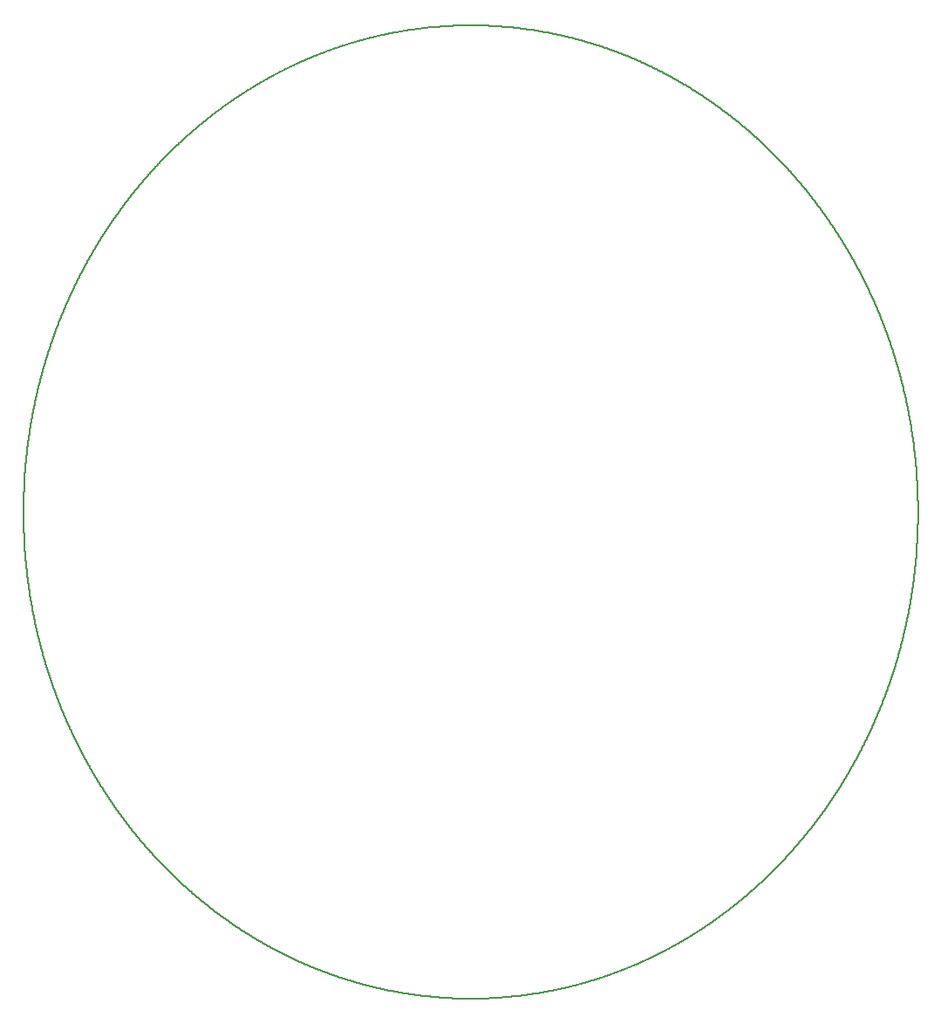
<source format=gm1>
G04 MADE WITH FRITZING*
G04 WWW.FRITZING.ORG*
G04 DOUBLE SIDED*
G04 HOLES PLATED*
G04 CONTOUR ON CENTER OF CONTOUR VECTOR*
%ASAXBY*%
%FSLAX23Y23*%
%MOIN*%
%OFA0B0*%
%SFA1.0B1.0*%
%ADD10C,0.008*%
%LNCONTOUR*%
G90*
G70*
G54D10*
X1671Y3718D02*
X1672Y3718D01*
X1673Y3718D01*
X1674Y3718D01*
X1675Y3718D01*
X1676Y3718D01*
X1677Y3718D01*
X1678Y3718D01*
X1679Y3718D01*
X1680Y3718D01*
X1681Y3718D01*
X1682Y3718D01*
X1683Y3718D01*
X1684Y3718D01*
X1685Y3718D01*
X1686Y3718D01*
X1687Y3718D01*
X1688Y3718D01*
X1689Y3718D01*
X1690Y3718D01*
X1691Y3718D01*
X1692Y3718D01*
X1693Y3718D01*
X1694Y3718D01*
X1695Y3718D01*
X1696Y3718D01*
X1697Y3718D01*
X1698Y3718D01*
X1699Y3718D01*
X1700Y3718D01*
X1701Y3718D01*
X1702Y3718D01*
X1703Y3718D01*
X1704Y3718D01*
X1705Y3718D01*
X1706Y3718D01*
X1707Y3718D01*
X1708Y3718D01*
X1709Y3718D01*
X1710Y3718D01*
X1711Y3718D01*
X1712Y3718D01*
X1713Y3718D01*
X1714Y3718D01*
X1715Y3718D01*
X1716Y3718D01*
X1717Y3718D01*
X1718Y3718D01*
X1719Y3718D01*
X1720Y3718D01*
X1721Y3718D01*
X1722Y3718D01*
X1723Y3718D01*
X1724Y3718D01*
X1725Y3718D01*
X1726Y3718D01*
X1727Y3718D01*
X1728Y3718D01*
X1729Y3718D01*
X1730Y3718D01*
X1731Y3718D01*
X1732Y3718D01*
X1733Y3718D01*
X1734Y3718D01*
X1735Y3718D01*
X1736Y3718D01*
X1737Y3718D01*
X1738Y3718D01*
X1739Y3718D01*
X1740Y3718D01*
X1741Y3718D01*
X1742Y3718D01*
X1743Y3718D01*
X1744Y3718D01*
X1745Y3718D01*
X1746Y3718D01*
X1747Y3718D01*
X1748Y3718D01*
X1749Y3717D01*
X1750Y3717D01*
X1751Y3717D01*
X1752Y3717D01*
X1753Y3717D01*
X1754Y3717D01*
X1755Y3717D01*
X1756Y3717D01*
X1757Y3717D01*
X1758Y3717D01*
X1759Y3717D01*
X1760Y3717D01*
X1761Y3717D01*
X1762Y3717D01*
X1763Y3717D01*
X1764Y3717D01*
X1765Y3717D01*
X1766Y3717D01*
X1767Y3717D01*
X1768Y3717D01*
X1769Y3717D01*
X1770Y3717D01*
X1771Y3717D01*
X1772Y3717D01*
X1773Y3717D01*
X1774Y3717D01*
X1775Y3717D01*
X1776Y3717D01*
X1777Y3717D01*
X1778Y3717D01*
X1779Y3716D01*
X1780Y3716D01*
X1781Y3716D01*
X1782Y3716D01*
X1783Y3716D01*
X1784Y3716D01*
X1785Y3716D01*
X1786Y3716D01*
X1787Y3716D01*
X1788Y3716D01*
X1789Y3716D01*
X1790Y3716D01*
X1791Y3716D01*
X1792Y3716D01*
X1793Y3716D01*
X1794Y3716D01*
X1795Y3716D01*
X1796Y3716D01*
X1797Y3716D01*
X1798Y3716D01*
X1799Y3715D01*
X1800Y3715D01*
X1801Y3715D01*
X1802Y3715D01*
X1803Y3715D01*
X1804Y3715D01*
X1805Y3715D01*
X1806Y3715D01*
X1807Y3715D01*
X1808Y3715D01*
X1809Y3715D01*
X1810Y3715D01*
X1811Y3715D01*
X1812Y3715D01*
X1813Y3715D01*
X1814Y3715D01*
X1815Y3714D01*
X1816Y3714D01*
X1817Y3714D01*
X1818Y3714D01*
X1819Y3714D01*
X1820Y3714D01*
X1821Y3714D01*
X1822Y3714D01*
X1823Y3714D01*
X1824Y3714D01*
X1825Y3714D01*
X1826Y3714D01*
X1827Y3714D01*
X1828Y3714D01*
X1829Y3713D01*
X1830Y3713D01*
X1831Y3713D01*
X1832Y3713D01*
X1833Y3713D01*
X1834Y3713D01*
X1835Y3713D01*
X1836Y3713D01*
X1837Y3713D01*
X1838Y3713D01*
X1839Y3713D01*
X1840Y3713D01*
X1841Y3713D01*
X1842Y3712D01*
X1843Y3712D01*
X1844Y3712D01*
X1845Y3712D01*
X1846Y3712D01*
X1847Y3712D01*
X1848Y3712D01*
X1849Y3712D01*
X1850Y3712D01*
X1851Y3712D01*
X1852Y3712D01*
X1853Y3712D01*
X1854Y3711D01*
X1855Y3711D01*
X1856Y3711D01*
X1857Y3711D01*
X1858Y3711D01*
X1859Y3711D01*
X1860Y3711D01*
X1861Y3711D01*
X1862Y3711D01*
X1863Y3711D01*
X1864Y3710D01*
X1865Y3710D01*
X1866Y3710D01*
X1867Y3710D01*
X1868Y3710D01*
X1869Y3710D01*
X1870Y3710D01*
X1871Y3710D01*
X1872Y3710D01*
X1873Y3710D01*
X1874Y3709D01*
X1875Y3709D01*
X1876Y3709D01*
X1877Y3709D01*
X1878Y3709D01*
X1879Y3709D01*
X1880Y3709D01*
X1881Y3709D01*
X1882Y3709D01*
X1883Y3709D01*
X1884Y3708D01*
X1885Y3708D01*
X1886Y3708D01*
X1887Y3708D01*
X1888Y3708D01*
X1889Y3708D01*
X1890Y3708D01*
X1891Y3708D01*
X1892Y3707D01*
X1893Y3707D01*
X1894Y3707D01*
X1895Y3707D01*
X1896Y3707D01*
X1897Y3707D01*
X1898Y3707D01*
X1899Y3707D01*
X1900Y3707D01*
X1901Y3706D01*
X1902Y3706D01*
X1903Y3706D01*
X1904Y3706D01*
X1905Y3706D01*
X1906Y3706D01*
X1907Y3706D01*
X1908Y3706D01*
X1909Y3705D01*
X1910Y3705D01*
X1911Y3705D01*
X1912Y3705D01*
X1913Y3705D01*
X1914Y3705D01*
X1915Y3705D01*
X1916Y3705D01*
X1917Y3704D01*
X1918Y3704D01*
X1919Y3704D01*
X1920Y3704D01*
X1921Y3704D01*
X1922Y3704D01*
X1923Y3704D01*
X1924Y3703D01*
X1925Y3703D01*
X1926Y3703D01*
X1927Y3703D01*
X1928Y3703D01*
X1929Y3703D01*
X1930Y3703D01*
X1931Y3703D01*
X1932Y3702D01*
X1933Y3702D01*
X1934Y3702D01*
X1935Y3702D01*
X1936Y3702D01*
X1937Y3702D01*
X1938Y3701D01*
X1939Y3701D01*
X1940Y3701D01*
X1941Y3701D01*
X1942Y3701D01*
X1943Y3701D01*
X1944Y3701D01*
X1945Y3700D01*
X1946Y3700D01*
X1947Y3700D01*
X1948Y3700D01*
X1949Y3700D01*
X1950Y3700D01*
X1951Y3700D01*
X1952Y3699D01*
X1953Y3699D01*
X1954Y3699D01*
X1955Y3699D01*
X1956Y3699D01*
X1957Y3699D01*
X1958Y3698D01*
X1959Y3698D01*
X1960Y3698D01*
X1961Y3698D01*
X1962Y3698D01*
X1963Y3698D01*
X1964Y3698D01*
X1965Y3697D01*
X1966Y3697D01*
X1967Y3697D01*
X1968Y3697D01*
X1969Y3697D01*
X1970Y3697D01*
X1971Y3696D01*
X1972Y3696D01*
X1973Y3696D01*
X1974Y3696D01*
X1975Y3696D01*
X1976Y3696D01*
X1977Y3695D01*
X1978Y3695D01*
X1979Y3695D01*
X1980Y3695D01*
X1981Y3695D01*
X1982Y3694D01*
X1983Y3694D01*
X1984Y3694D01*
X1985Y3694D01*
X1986Y3694D01*
X1987Y3694D01*
X1988Y3693D01*
X1989Y3693D01*
X1990Y3693D01*
X1991Y3693D01*
X1992Y3693D01*
X1993Y3693D01*
X1994Y3692D01*
X1995Y3692D01*
X1996Y3692D01*
X1997Y3692D01*
X1998Y3692D01*
X1999Y3691D01*
X2000Y3691D01*
X2001Y3691D01*
X2002Y3691D01*
X2003Y3691D01*
X2004Y3690D01*
X2005Y3690D01*
X2006Y3690D01*
X2007Y3690D01*
X2008Y3690D01*
X2009Y3690D01*
X2010Y3689D01*
X2011Y3689D01*
X2012Y3689D01*
X2013Y3689D01*
X2014Y3689D01*
X2015Y3688D01*
X2016Y3688D01*
X2017Y3688D01*
X2018Y3688D01*
X2019Y3688D01*
X2020Y3687D01*
X2021Y3687D01*
X2022Y3687D01*
X2023Y3687D01*
X2024Y3687D01*
X2025Y3686D01*
X2026Y3686D01*
X2027Y3686D01*
X2028Y3686D01*
X2029Y3686D01*
X2030Y3685D01*
X2031Y3685D01*
X2032Y3685D01*
X2033Y3685D01*
X2034Y3685D01*
X2035Y3684D01*
X2036Y3684D01*
X2037Y3684D01*
X2038Y3684D01*
X2039Y3683D01*
X2040Y3683D01*
X2041Y3683D01*
X2042Y3683D01*
X2043Y3683D01*
X2044Y3682D01*
X2045Y3682D01*
X2046Y3682D01*
X2047Y3682D01*
X2048Y3682D01*
X2049Y3681D01*
X2050Y3681D01*
X2051Y3681D01*
X2052Y3681D01*
X2053Y3680D01*
X2054Y3680D01*
X2055Y3680D01*
X2056Y3680D01*
X2057Y3680D01*
X2058Y3679D01*
X2059Y3679D01*
X2060Y3679D01*
X2061Y3679D01*
X2062Y3678D01*
X2063Y3678D01*
X2064Y3678D01*
X2065Y3678D01*
X2066Y3677D01*
X2067Y3677D01*
X2068Y3677D01*
X2069Y3677D01*
X2070Y3677D01*
X2071Y3676D01*
X2072Y3676D01*
X2073Y3676D01*
X2074Y3676D01*
X2075Y3675D01*
X2076Y3675D01*
X2077Y3675D01*
X2078Y3675D01*
X2079Y3674D01*
X2080Y3674D01*
X2081Y3674D01*
X2082Y3674D01*
X2083Y3673D01*
X2084Y3673D01*
X2085Y3673D01*
X2086Y3673D01*
X2087Y3672D01*
X2088Y3672D01*
X2089Y3672D01*
X2090Y3672D01*
X2091Y3672D01*
X2092Y3671D01*
X2093Y3671D01*
X2094Y3671D01*
X2095Y3671D01*
X2096Y3670D01*
X2097Y3670D01*
X2098Y3670D01*
X2099Y3670D01*
X2100Y3669D01*
X2101Y3669D01*
X2102Y3669D01*
X2103Y3668D01*
X2104Y3668D01*
X2105Y3668D01*
X2106Y3668D01*
X2107Y3667D01*
X2108Y3667D01*
X2109Y3667D01*
X2110Y3667D01*
X2111Y3666D01*
X2112Y3666D01*
X2113Y3666D01*
X2114Y3666D01*
X2115Y3665D01*
X2116Y3665D01*
X2117Y3665D01*
X2118Y3665D01*
X2119Y3664D01*
X2120Y3664D01*
X2121Y3664D01*
X2122Y3663D01*
X2123Y3663D01*
X2124Y3663D01*
X2125Y3663D01*
X2126Y3662D01*
X2127Y3662D01*
X2128Y3662D01*
X2129Y3662D01*
X2130Y3661D01*
X2131Y3661D01*
X2132Y3661D01*
X2133Y3660D01*
X2134Y3660D01*
X2135Y3660D01*
X2136Y3660D01*
X2137Y3659D01*
X2138Y3659D01*
X2139Y3659D01*
X2140Y3659D01*
X2141Y3658D01*
X2142Y3658D01*
X2143Y3658D01*
X2144Y3657D01*
X2145Y3657D01*
X2146Y3657D01*
X2147Y3657D01*
X2148Y3656D01*
X2149Y3656D01*
X2150Y3656D01*
X2151Y3655D01*
X2152Y3655D01*
X2153Y3655D01*
X2154Y3655D01*
X2155Y3654D01*
X2156Y3654D01*
X2157Y3654D01*
X2158Y3653D01*
X2159Y3653D01*
X2160Y3653D01*
X2161Y3652D01*
X2162Y3652D01*
X2163Y3652D01*
X2164Y3652D01*
X2165Y3651D01*
X2166Y3651D01*
X2167Y3651D01*
X2168Y3650D01*
X2169Y3650D01*
X2170Y3650D01*
X2171Y3649D01*
X2172Y3649D01*
X2173Y3649D01*
X2174Y3649D01*
X2175Y3648D01*
X2176Y3648D01*
X2177Y3648D01*
X2178Y3647D01*
X2179Y3647D01*
X2180Y3647D01*
X2181Y3646D01*
X2182Y3646D01*
X2183Y3646D01*
X2184Y3645D01*
X2185Y3645D01*
X2186Y3645D01*
X2187Y3644D01*
X2188Y3644D01*
X2189Y3644D01*
X2190Y3644D01*
X2191Y3643D01*
X2192Y3643D01*
X2193Y3643D01*
X2194Y3642D01*
X2195Y3642D01*
X2196Y3642D01*
X2197Y3641D01*
X2198Y3641D01*
X2199Y3641D01*
X2200Y3640D01*
X2201Y3640D01*
X2202Y3640D01*
X2203Y3639D01*
X2204Y3639D01*
X2205Y3639D01*
X2206Y3638D01*
X2207Y3638D01*
X2208Y3638D01*
X2209Y3637D01*
X2210Y3637D01*
X2211Y3637D01*
X2212Y3636D01*
X2213Y3636D01*
X2214Y3636D01*
X2215Y3635D01*
X2216Y3635D01*
X2217Y3635D01*
X2218Y3634D01*
X2219Y3634D01*
X2220Y3634D01*
X2221Y3633D01*
X2222Y3633D01*
X2223Y3633D01*
X2224Y3632D01*
X2225Y3632D01*
X2226Y3632D01*
X2227Y3631D01*
X2228Y3631D01*
X2229Y3631D01*
X2230Y3630D01*
X2231Y3630D01*
X2232Y3630D01*
X2233Y3629D01*
X2234Y3629D01*
X2235Y3628D01*
X2236Y3628D01*
X2237Y3628D01*
X2238Y3627D01*
X2239Y3627D01*
X2240Y3627D01*
X2241Y3626D01*
X2242Y3626D01*
X2243Y3626D01*
X2244Y3625D01*
X2245Y3625D01*
X2246Y3625D01*
X2247Y3624D01*
X2248Y3624D01*
X2249Y3624D01*
X2250Y3623D01*
X2251Y3623D01*
X2252Y3622D01*
X2253Y3622D01*
X2254Y3622D01*
X2255Y3621D01*
X2256Y3621D01*
X2257Y3621D01*
X2258Y3620D01*
X2259Y3620D01*
X2260Y3620D01*
X2261Y3619D01*
X2262Y3619D01*
X2263Y3618D01*
X2264Y3618D01*
X2265Y3618D01*
X2266Y3617D01*
X2267Y3617D01*
X2268Y3617D01*
X2269Y3616D01*
X2270Y3616D01*
X2271Y3615D01*
X2272Y3615D01*
X2273Y3615D01*
X2274Y3614D01*
X2275Y3614D01*
X2276Y3613D01*
X2277Y3613D01*
X2278Y3613D01*
X2279Y3612D01*
X2280Y3612D01*
X2281Y3612D01*
X2282Y3611D01*
X2283Y3611D01*
X2284Y3610D01*
X2285Y3610D01*
X2286Y3610D01*
X2287Y3609D01*
X2288Y3609D01*
X2289Y3608D01*
X2290Y3608D01*
X2291Y3608D01*
X2292Y3607D01*
X2293Y3607D01*
X2294Y3606D01*
X2295Y3606D01*
X2296Y3606D01*
X2297Y3605D01*
X2298Y3605D01*
X2299Y3605D01*
X2300Y3604D01*
X2301Y3604D01*
X2302Y3603D01*
X2303Y3603D01*
X2304Y3602D01*
X2305Y3602D01*
X2306Y3602D01*
X2307Y3601D01*
X2308Y3601D01*
X2309Y3600D01*
X2310Y3600D01*
X2311Y3600D01*
X2312Y3599D01*
X2313Y3599D01*
X2314Y3598D01*
X2315Y3598D01*
X2316Y3598D01*
X2317Y3597D01*
X2318Y3597D01*
X2319Y3596D01*
X2320Y3596D01*
X2321Y3596D01*
X2322Y3595D01*
X2323Y3595D01*
X2324Y3594D01*
X2325Y3594D01*
X2326Y3593D01*
X2327Y3593D01*
X2328Y3593D01*
X2329Y3592D01*
X2330Y3592D01*
X2331Y3591D01*
X2332Y3591D01*
X2333Y3590D01*
X2334Y3590D01*
X2335Y3590D01*
X2336Y3589D01*
X2337Y3589D01*
X2338Y3588D01*
X2339Y3588D01*
X2340Y3587D01*
X2341Y3587D01*
X2342Y3587D01*
X2343Y3586D01*
X2344Y3586D01*
X2345Y3585D01*
X2346Y3585D01*
X2347Y3584D01*
X2348Y3584D01*
X2349Y3584D01*
X2350Y3583D01*
X2351Y3583D01*
X2352Y3582D01*
X2353Y3582D01*
X2354Y3581D01*
X2355Y3581D01*
X2356Y3581D01*
X2357Y3580D01*
X2358Y3580D01*
X2359Y3579D01*
X2360Y3579D01*
X2361Y3578D01*
X2362Y3578D01*
X2363Y3577D01*
X2364Y3577D01*
X2365Y3576D01*
X2366Y3576D01*
X2367Y3576D01*
X2368Y3575D01*
X2369Y3575D01*
X2370Y3574D01*
X2371Y3574D01*
X2372Y3573D01*
X2373Y3573D01*
X2374Y3572D01*
X2375Y3572D01*
X2376Y3571D01*
X2377Y3571D01*
X2378Y3571D01*
X2379Y3570D01*
X2380Y3570D01*
X2381Y3569D01*
X2382Y3569D01*
X2383Y3568D01*
X2384Y3568D01*
X2385Y3567D01*
X2386Y3567D01*
X2387Y3566D01*
X2388Y3566D01*
X2389Y3565D01*
X2390Y3565D01*
X2391Y3564D01*
X2392Y3564D01*
X2393Y3564D01*
X2394Y3563D01*
X2395Y3563D01*
X2396Y3562D01*
X2397Y3562D01*
X2398Y3561D01*
X2399Y3561D01*
X2400Y3560D01*
X2401Y3560D01*
X2402Y3559D01*
X2403Y3559D01*
X2404Y3558D01*
X2405Y3558D01*
X2406Y3557D01*
X2407Y3557D01*
X2408Y3556D01*
X2409Y3556D01*
X2410Y3555D01*
X2411Y3555D01*
X2412Y3554D01*
X2413Y3554D01*
X2414Y3553D01*
X2415Y3553D01*
X2416Y3552D01*
X2417Y3552D01*
X2418Y3551D01*
X2419Y3551D01*
X2420Y3550D01*
X2421Y3550D01*
X2422Y3549D01*
X2423Y3549D01*
X2424Y3548D01*
X2425Y3548D01*
X2426Y3547D01*
X2427Y3547D01*
X2428Y3546D01*
X2429Y3546D01*
X2430Y3545D01*
X2431Y3545D01*
X2432Y3544D01*
X2433Y3544D01*
X2434Y3543D01*
X2435Y3543D01*
X2436Y3542D01*
X2437Y3542D01*
X2438Y3541D01*
X2439Y3541D01*
X2440Y3540D01*
X2441Y3540D01*
X2442Y3539D01*
X2443Y3539D01*
X2444Y3538D01*
X2445Y3538D01*
X2446Y3537D01*
X2447Y3537D01*
X2448Y3536D01*
X2449Y3536D01*
X2450Y3535D01*
X2451Y3535D01*
X2452Y3534D01*
X2453Y3534D01*
X2454Y3533D01*
X2455Y3532D01*
X2456Y3532D01*
X2457Y3531D01*
X2458Y3531D01*
X2459Y3530D01*
X2460Y3530D01*
X2461Y3529D01*
X2462Y3529D01*
X2463Y3528D01*
X2464Y3528D01*
X2465Y3527D01*
X2466Y3527D01*
X2467Y3526D01*
X2468Y3526D01*
X2469Y3525D01*
X2470Y3524D01*
X2471Y3524D01*
X2472Y3523D01*
X2473Y3523D01*
X2474Y3522D01*
X2475Y3522D01*
X2476Y3521D01*
X2477Y3521D01*
X2478Y3520D01*
X2479Y3520D01*
X2480Y3519D01*
X2481Y3518D01*
X2482Y3518D01*
X2483Y3517D01*
X2484Y3517D01*
X2485Y3516D01*
X2486Y3516D01*
X2487Y3515D01*
X2488Y3515D01*
X2489Y3514D01*
X2490Y3513D01*
X2491Y3513D01*
X2492Y3512D01*
X2493Y3512D01*
X2494Y3511D01*
X2495Y3511D01*
X2496Y3510D01*
X2497Y3510D01*
X2498Y3509D01*
X2499Y3508D01*
X2500Y3508D01*
X2501Y3507D01*
X2502Y3507D01*
X2503Y3506D01*
X2504Y3506D01*
X2505Y3505D01*
X2506Y3504D01*
X2507Y3504D01*
X2508Y3503D01*
X2509Y3503D01*
X2510Y3502D01*
X2511Y3502D01*
X2512Y3501D01*
X2513Y3500D01*
X2514Y3500D01*
X2515Y3499D01*
X2516Y3499D01*
X2517Y3498D01*
X2518Y3497D01*
X2519Y3497D01*
X2520Y3496D01*
X2521Y3496D01*
X2522Y3495D01*
X2523Y3495D01*
X2524Y3494D01*
X2525Y3493D01*
X2526Y3493D01*
X2527Y3492D01*
X2528Y3492D01*
X2529Y3491D01*
X2530Y3490D01*
X2531Y3490D01*
X2532Y3489D01*
X2533Y3489D01*
X2534Y3488D01*
X2535Y3487D01*
X2536Y3487D01*
X2537Y3486D01*
X2538Y3486D01*
X2539Y3485D01*
X2540Y3484D01*
X2541Y3484D01*
X2542Y3483D01*
X2543Y3483D01*
X2544Y3482D01*
X2545Y3481D01*
X2546Y3481D01*
X2547Y3480D01*
X2548Y3480D01*
X2549Y3479D01*
X2550Y3478D01*
X2551Y3478D01*
X2552Y3477D01*
X2553Y3476D01*
X2554Y3476D01*
X2555Y3475D01*
X2556Y3475D01*
X2557Y3474D01*
X2558Y3473D01*
X2559Y3473D01*
X2560Y3472D01*
X2561Y3471D01*
X2562Y3471D01*
X2563Y3470D01*
X2564Y3470D01*
X2565Y3469D01*
X2566Y3468D01*
X2567Y3468D01*
X2568Y3467D01*
X2569Y3466D01*
X2570Y3466D01*
X2571Y3465D01*
X2572Y3465D01*
X2573Y3464D01*
X2574Y3463D01*
X2575Y3463D01*
X2576Y3462D01*
X2577Y3461D01*
X2578Y3461D01*
X2579Y3460D01*
X2580Y3459D01*
X2581Y3459D01*
X2582Y3458D01*
X2583Y3457D01*
X2584Y3457D01*
X2585Y3456D01*
X2586Y3456D01*
X2587Y3455D01*
X2588Y3454D01*
X2589Y3454D01*
X2590Y3453D01*
X2591Y3452D01*
X2592Y3452D01*
X2593Y3451D01*
X2594Y3450D01*
X2595Y3450D01*
X2596Y3449D01*
X2597Y3448D01*
X2598Y3448D01*
X2599Y3447D01*
X2600Y3446D01*
X2601Y3446D01*
X2602Y3445D01*
X2603Y3444D01*
X2604Y3444D01*
X2605Y3443D01*
X2606Y3442D01*
X2607Y3442D01*
X2608Y3441D01*
X2609Y3440D01*
X2610Y3440D01*
X2611Y3439D01*
X2612Y3438D01*
X2613Y3438D01*
X2614Y3437D01*
X2615Y3436D01*
X2616Y3436D01*
X2617Y3435D01*
X2618Y3434D01*
X2619Y3434D01*
X2620Y3433D01*
X2621Y3432D01*
X2622Y3431D01*
X2623Y3431D01*
X2624Y3430D01*
X2625Y3429D01*
X2626Y3429D01*
X2627Y3428D01*
X2628Y3427D01*
X2629Y3427D01*
X2630Y3426D01*
X2631Y3425D01*
X2632Y3425D01*
X2633Y3424D01*
X2634Y3423D01*
X2635Y3422D01*
X2636Y3422D01*
X2637Y3421D01*
X2638Y3420D01*
X2639Y3420D01*
X2640Y3419D01*
X2641Y3418D01*
X2642Y3418D01*
X2643Y3417D01*
X2644Y3416D01*
X2645Y3415D01*
X2646Y3415D01*
X2647Y3414D01*
X2648Y3413D01*
X2649Y3413D01*
X2650Y3412D01*
X2651Y3411D01*
X2652Y3410D01*
X2653Y3410D01*
X2654Y3409D01*
X2655Y3408D01*
X2656Y3407D01*
X2657Y3407D01*
X2658Y3406D01*
X2659Y3405D01*
X2660Y3405D01*
X2661Y3404D01*
X2662Y3403D01*
X2663Y3402D01*
X2664Y3402D01*
X2665Y3401D01*
X2666Y3400D01*
X2667Y3399D01*
X2668Y3399D01*
X2669Y3398D01*
X2670Y3397D01*
X2671Y3396D01*
X2672Y3396D01*
X2673Y3395D01*
X2674Y3394D01*
X2675Y3393D01*
X2676Y3393D01*
X2677Y3392D01*
X2678Y3391D01*
X2679Y3390D01*
X2680Y3390D01*
X2681Y3389D01*
X2682Y3388D01*
X2683Y3387D01*
X2684Y3387D01*
X2685Y3386D01*
X2686Y3385D01*
X2687Y3384D01*
X2688Y3384D01*
X2689Y3383D01*
X2690Y3382D01*
X2691Y3381D01*
X2692Y3381D01*
X2693Y3380D01*
X2694Y3379D01*
X2695Y3378D01*
X2696Y3378D01*
X2697Y3377D01*
X2698Y3376D01*
X2699Y3375D01*
X2700Y3375D01*
X2701Y3374D01*
X2702Y3373D01*
X2703Y3372D01*
X2704Y3371D01*
X2705Y3371D01*
X2706Y3370D01*
X2707Y3369D01*
X2708Y3368D01*
X2709Y3367D01*
X2710Y3367D01*
X2711Y3366D01*
X2712Y3365D01*
X2713Y3364D01*
X2714Y3364D01*
X2715Y3363D01*
X2716Y3362D01*
X2717Y3361D01*
X2718Y3360D01*
X2719Y3360D01*
X2720Y3359D01*
X2721Y3358D01*
X2722Y3357D01*
X2723Y3356D01*
X2724Y3356D01*
X2725Y3355D01*
X2726Y3354D01*
X2727Y3353D01*
X2728Y3352D01*
X2729Y3352D01*
X2730Y3351D01*
X2731Y3350D01*
X2732Y3349D01*
X2733Y3348D01*
X2734Y3348D01*
X2735Y3347D01*
X2736Y3346D01*
X2737Y3345D01*
X2738Y3344D01*
X2739Y3343D01*
X2740Y3343D01*
X2741Y3342D01*
X2742Y3341D01*
X2743Y3340D01*
X2744Y3339D01*
X2745Y3338D01*
X2746Y3338D01*
X2747Y3337D01*
X2748Y3336D01*
X2749Y3335D01*
X2750Y3334D01*
X2751Y3333D01*
X2752Y3333D01*
X2753Y3332D01*
X2754Y3331D01*
X2755Y3330D01*
X2756Y3329D01*
X2757Y3328D01*
X2758Y3328D01*
X2759Y3327D01*
X2760Y3326D01*
X2761Y3325D01*
X2762Y3324D01*
X2763Y3323D01*
X2764Y3323D01*
X2765Y3322D01*
X2766Y3321D01*
X2767Y3320D01*
X2768Y3319D01*
X2769Y3318D01*
X2770Y3317D01*
X2771Y3317D01*
X2772Y3316D01*
X2773Y3315D01*
X2774Y3314D01*
X2775Y3313D01*
X2776Y3312D01*
X2777Y3311D01*
X2778Y3310D01*
X2779Y3310D01*
X2780Y3309D01*
X2781Y3308D01*
X2782Y3307D01*
X2783Y3306D01*
X2784Y3305D01*
X2785Y3304D01*
X2786Y3303D01*
X2787Y3303D01*
X2788Y3302D01*
X2789Y3301D01*
X2790Y3300D01*
X2791Y3299D01*
X2792Y3298D01*
X2793Y3297D01*
X2794Y3296D01*
X2795Y3296D01*
X2796Y3295D01*
X2797Y3294D01*
X2798Y3293D01*
X2799Y3292D01*
X2800Y3291D01*
X2801Y3290D01*
X2802Y3289D01*
X2803Y3288D01*
X2804Y3287D01*
X2805Y3286D01*
X2806Y3286D01*
X2807Y3285D01*
X2808Y3284D01*
X2809Y3283D01*
X2810Y3282D01*
X2811Y3281D01*
X2812Y3280D01*
X2813Y3279D01*
X2814Y3278D01*
X2815Y3277D01*
X2816Y3276D01*
X2817Y3275D01*
X2818Y3275D01*
X2819Y3274D01*
X2820Y3273D01*
X2821Y3272D01*
X2822Y3271D01*
X2823Y3270D01*
X2824Y3269D01*
X2825Y3268D01*
X2826Y3267D01*
X2827Y3266D01*
X2828Y3265D01*
X2829Y3264D01*
X2830Y3263D01*
X2831Y3262D01*
X2832Y3261D01*
X2833Y3261D01*
X2834Y3260D01*
X2835Y3259D01*
X2836Y3258D01*
X2837Y3257D01*
X2838Y3256D01*
X2839Y3255D01*
X2840Y3254D01*
X2841Y3253D01*
X2842Y3252D01*
X2843Y3251D01*
X2844Y3250D01*
X2845Y3249D01*
X2846Y3248D01*
X2847Y3247D01*
X2848Y3246D01*
X2849Y3245D01*
X2850Y3244D01*
X2851Y3243D01*
X2852Y3242D01*
X2853Y3241D01*
X2854Y3240D01*
X2855Y3239D01*
X2856Y3238D01*
X2857Y3237D01*
X2858Y3236D01*
X2859Y3235D01*
X2860Y3234D01*
X2861Y3233D01*
X2862Y3232D01*
X2863Y3231D01*
X2864Y3230D01*
X2865Y3229D01*
X2866Y3228D01*
X2867Y3227D01*
X2868Y3226D01*
X2869Y3225D01*
X2870Y3224D01*
X2871Y3223D01*
X2872Y3222D01*
X2873Y3221D01*
X2874Y3220D01*
X2875Y3219D01*
X2876Y3218D01*
X2877Y3217D01*
X2878Y3216D01*
X2879Y3215D01*
X2880Y3214D01*
X2881Y3213D01*
X2882Y3212D01*
X2883Y3211D01*
X2884Y3210D01*
X2885Y3209D01*
X2886Y3208D01*
X2887Y3207D01*
X2888Y3206D01*
X2889Y3205D01*
X2890Y3204D01*
X2891Y3203D01*
X2892Y3202D01*
X2893Y3201D01*
X2894Y3200D01*
X2895Y3199D01*
X2896Y3198D01*
X2897Y3197D01*
X2898Y3196D01*
X2899Y3195D01*
X2899Y3194D01*
X2900Y3193D01*
X2901Y3192D01*
X2902Y3191D01*
X2903Y3190D01*
X2904Y3189D01*
X2905Y3188D01*
X2906Y3187D01*
X2907Y3186D01*
X2908Y3185D01*
X2909Y3184D01*
X2910Y3183D01*
X2911Y3182D01*
X2912Y3181D01*
X2913Y3180D01*
X2914Y3179D01*
X2915Y3178D01*
X2915Y3177D01*
X2916Y3176D01*
X2917Y3175D01*
X2918Y3174D01*
X2919Y3173D01*
X2920Y3172D01*
X2921Y3171D01*
X2922Y3170D01*
X2923Y3169D01*
X2924Y3168D01*
X2925Y3167D01*
X2925Y3166D01*
X2926Y3165D01*
X2927Y3164D01*
X2928Y3163D01*
X2929Y3162D01*
X2930Y3161D01*
X2931Y3160D01*
X2932Y3159D01*
X2933Y3158D01*
X2934Y3157D01*
X2934Y3156D01*
X2935Y3155D01*
X2936Y3154D01*
X2937Y3153D01*
X2938Y3152D01*
X2939Y3151D01*
X2940Y3150D01*
X2941Y3149D01*
X2942Y3148D01*
X2943Y3147D01*
X2943Y3146D01*
X2944Y3145D01*
X2945Y3144D01*
X2946Y3143D01*
X2947Y3142D01*
X2948Y3141D01*
X2949Y3140D01*
X2950Y3139D01*
X2950Y3138D01*
X2951Y3137D01*
X2952Y3136D01*
X2953Y3135D01*
X2954Y3134D01*
X2955Y3133D01*
X2956Y3132D01*
X2956Y3131D01*
X2957Y3130D01*
X2958Y3129D01*
X2959Y3128D01*
X2960Y3127D01*
X2961Y3126D01*
X2962Y3125D01*
X2962Y3124D01*
X2963Y3123D01*
X2964Y3122D01*
X2965Y3121D01*
X2966Y3120D01*
X2967Y3119D01*
X2968Y3118D01*
X2968Y3117D01*
X2969Y3116D01*
X2970Y3115D01*
X2971Y3114D01*
X2972Y3113D01*
X2973Y3112D01*
X2974Y3111D01*
X2974Y3110D01*
X2975Y3109D01*
X2976Y3108D01*
X2977Y3107D01*
X2978Y3106D01*
X2979Y3105D01*
X2979Y3104D01*
X2980Y3103D01*
X2981Y3102D01*
X2982Y3101D01*
X2983Y3100D01*
X2983Y3099D01*
X2984Y3098D01*
X2985Y3097D01*
X2986Y3096D01*
X2987Y3095D01*
X2988Y3094D01*
X2988Y3093D01*
X2989Y3092D01*
X2990Y3091D01*
X2991Y3090D01*
X2992Y3089D01*
X2992Y3088D01*
X2993Y3087D01*
X2994Y3086D01*
X2995Y3085D01*
X2996Y3084D01*
X2997Y3083D01*
X2997Y3082D01*
X2998Y3081D01*
X2999Y3080D01*
X3000Y3079D01*
X3001Y3078D01*
X3001Y3077D01*
X3002Y3076D01*
X3003Y3075D01*
X3004Y3074D01*
X3005Y3073D01*
X3005Y3072D01*
X3006Y3071D01*
X3007Y3070D01*
X3008Y3069D01*
X3008Y3068D01*
X3009Y3067D01*
X3010Y3066D01*
X3011Y3065D01*
X3012Y3064D01*
X3012Y3063D01*
X3013Y3062D01*
X3014Y3061D01*
X3015Y3060D01*
X3015Y3059D01*
X3016Y3058D01*
X3017Y3057D01*
X3018Y3056D01*
X3019Y3055D01*
X3019Y3054D01*
X3020Y3053D01*
X3021Y3052D01*
X3022Y3051D01*
X3022Y3050D01*
X3023Y3049D01*
X3024Y3048D01*
X3025Y3047D01*
X3026Y3046D01*
X3026Y3045D01*
X3027Y3044D01*
X3028Y3043D01*
X3029Y3042D01*
X3029Y3041D01*
X3030Y3040D01*
X3031Y3039D01*
X3032Y3038D01*
X3032Y3037D01*
X3033Y3036D01*
X3034Y3035D01*
X3035Y3034D01*
X3035Y3033D01*
X3036Y3032D01*
X3037Y3031D01*
X3038Y3030D01*
X3038Y3029D01*
X3039Y3028D01*
X3040Y3027D01*
X3040Y3026D01*
X3041Y3025D01*
X3042Y3024D01*
X3043Y3023D01*
X3043Y3022D01*
X3044Y3021D01*
X3045Y3020D01*
X3046Y3019D01*
X3046Y3018D01*
X3047Y3017D01*
X3048Y3016D01*
X3049Y3015D01*
X3049Y3014D01*
X3050Y3013D01*
X3051Y3012D01*
X3052Y3011D01*
X3052Y3010D01*
X3053Y3009D01*
X3054Y3008D01*
X3055Y3007D01*
X3055Y3006D01*
X3056Y3005D01*
X3057Y3004D01*
X3057Y3003D01*
X3058Y3002D01*
X3059Y3001D01*
X3059Y3000D01*
X3060Y2999D01*
X3061Y2998D01*
X3062Y2997D01*
X3062Y2996D01*
X3063Y2995D01*
X3064Y2994D01*
X3064Y2993D01*
X3065Y2992D01*
X3066Y2991D01*
X3067Y2990D01*
X3067Y2989D01*
X3068Y2988D01*
X3069Y2987D01*
X3069Y2986D01*
X3070Y2985D01*
X3071Y2984D01*
X3071Y2983D01*
X3072Y2982D01*
X3073Y2981D01*
X3074Y2980D01*
X3074Y2979D01*
X3075Y2978D01*
X3076Y2977D01*
X3076Y2976D01*
X3077Y2975D01*
X3078Y2974D01*
X3079Y2973D01*
X3079Y2972D01*
X3080Y2971D01*
X3081Y2970D01*
X3081Y2969D01*
X3082Y2968D01*
X3083Y2967D01*
X3083Y2966D01*
X3084Y2965D01*
X3085Y2964D01*
X3085Y2963D01*
X3086Y2962D01*
X3087Y2961D01*
X3087Y2960D01*
X3088Y2959D01*
X3089Y2958D01*
X3089Y2957D01*
X3090Y2956D01*
X3091Y2955D01*
X3091Y2954D01*
X3092Y2953D01*
X3093Y2952D01*
X3093Y2951D01*
X3094Y2950D01*
X3095Y2949D01*
X3095Y2948D01*
X3096Y2947D01*
X3097Y2946D01*
X3097Y2945D01*
X3098Y2944D01*
X3099Y2943D01*
X3099Y2942D01*
X3100Y2941D01*
X3101Y2940D01*
X3101Y2939D01*
X3102Y2938D01*
X3103Y2937D01*
X3103Y2936D01*
X3104Y2935D01*
X3105Y2934D01*
X3105Y2933D01*
X3106Y2932D01*
X3107Y2931D01*
X3107Y2930D01*
X3108Y2929D01*
X3109Y2928D01*
X3109Y2927D01*
X3110Y2926D01*
X3110Y2925D01*
X3111Y2924D01*
X3112Y2923D01*
X3112Y2922D01*
X3113Y2921D01*
X3114Y2920D01*
X3114Y2919D01*
X3115Y2918D01*
X3116Y2917D01*
X3116Y2916D01*
X3117Y2915D01*
X3117Y2914D01*
X3118Y2913D01*
X3119Y2912D01*
X3119Y2911D01*
X3120Y2910D01*
X3121Y2909D01*
X3121Y2908D01*
X3122Y2907D01*
X3123Y2906D01*
X3123Y2905D01*
X3124Y2904D01*
X3124Y2903D01*
X3125Y2902D01*
X3126Y2901D01*
X3126Y2900D01*
X3127Y2899D01*
X3128Y2898D01*
X3128Y2897D01*
X3129Y2896D01*
X3129Y2895D01*
X3130Y2894D01*
X3131Y2893D01*
X3131Y2892D01*
X3132Y2891D01*
X3132Y2890D01*
X3133Y2889D01*
X3134Y2888D01*
X3134Y2887D01*
X3135Y2886D01*
X3135Y2885D01*
X3136Y2884D01*
X3137Y2883D01*
X3137Y2882D01*
X3138Y2881D01*
X3139Y2880D01*
X3139Y2879D01*
X3140Y2878D01*
X3140Y2877D01*
X3141Y2876D01*
X3142Y2875D01*
X3142Y2874D01*
X3143Y2873D01*
X3143Y2872D01*
X3144Y2871D01*
X3145Y2870D01*
X3145Y2869D01*
X3146Y2868D01*
X3146Y2867D01*
X3147Y2866D01*
X3148Y2865D01*
X3148Y2864D01*
X3149Y2863D01*
X3149Y2862D01*
X3150Y2861D01*
X3151Y2860D01*
X3151Y2859D01*
X3152Y2858D01*
X3152Y2857D01*
X3153Y2856D01*
X3153Y2855D01*
X3154Y2854D01*
X3155Y2853D01*
X3155Y2852D01*
X3156Y2851D01*
X3156Y2850D01*
X3157Y2849D01*
X3157Y2848D01*
X3158Y2847D01*
X3159Y2846D01*
X3159Y2845D01*
X3160Y2844D01*
X3160Y2843D01*
X3161Y2842D01*
X3161Y2841D01*
X3162Y2840D01*
X3163Y2839D01*
X3163Y2838D01*
X3164Y2837D01*
X3164Y2836D01*
X3165Y2835D01*
X3165Y2834D01*
X3166Y2833D01*
X3167Y2832D01*
X3167Y2831D01*
X3168Y2830D01*
X3168Y2829D01*
X3169Y2828D01*
X3169Y2827D01*
X3170Y2826D01*
X3171Y2825D01*
X3171Y2824D01*
X3172Y2823D01*
X3172Y2822D01*
X3173Y2821D01*
X3173Y2820D01*
X3174Y2819D01*
X3174Y2818D01*
X3175Y2817D01*
X3176Y2816D01*
X3176Y2815D01*
X3177Y2814D01*
X3177Y2813D01*
X3178Y2812D01*
X3178Y2811D01*
X3179Y2810D01*
X3179Y2809D01*
X3180Y2808D01*
X3180Y2807D01*
X3181Y2806D01*
X3182Y2805D01*
X3182Y2804D01*
X3183Y2803D01*
X3183Y2802D01*
X3184Y2801D01*
X3184Y2800D01*
X3185Y2799D01*
X3185Y2798D01*
X3186Y2797D01*
X3186Y2796D01*
X3187Y2795D01*
X3188Y2794D01*
X3188Y2793D01*
X3189Y2792D01*
X3189Y2791D01*
X3190Y2790D01*
X3190Y2789D01*
X3191Y2788D01*
X3191Y2787D01*
X3192Y2786D01*
X3192Y2785D01*
X3193Y2784D01*
X3193Y2783D01*
X3194Y2782D01*
X3195Y2781D01*
X3195Y2780D01*
X3196Y2779D01*
X3196Y2778D01*
X3197Y2777D01*
X3197Y2776D01*
X3198Y2775D01*
X3198Y2774D01*
X3199Y2773D01*
X3199Y2772D01*
X3200Y2771D01*
X3200Y2770D01*
X3201Y2769D01*
X3201Y2768D01*
X3202Y2767D01*
X3202Y2766D01*
X3203Y2765D01*
X3203Y2764D01*
X3204Y2763D01*
X3204Y2762D01*
X3205Y2761D01*
X3205Y2760D01*
X3206Y2759D01*
X3206Y2758D01*
X3207Y2757D01*
X3207Y2756D01*
X3208Y2755D01*
X3208Y2754D01*
X3209Y2753D01*
X3209Y2752D01*
X3210Y2751D01*
X3210Y2750D01*
X3211Y2749D01*
X3211Y2748D01*
X3212Y2747D01*
X3212Y2746D01*
X3213Y2745D01*
X3213Y2744D01*
X3214Y2743D01*
X3214Y2742D01*
X3215Y2741D01*
X3215Y2740D01*
X3216Y2739D01*
X3216Y2738D01*
X3217Y2737D01*
X3217Y2736D01*
X3218Y2735D01*
X3218Y2734D01*
X3219Y2733D01*
X3219Y2732D01*
X3220Y2731D01*
X3220Y2730D01*
X3221Y2729D01*
X3221Y2728D01*
X3222Y2727D01*
X3222Y2726D01*
X3223Y2725D01*
X3223Y2724D01*
X3224Y2723D01*
X3224Y2722D01*
X3225Y2721D01*
X3225Y2720D01*
X3226Y2719D01*
X3226Y2718D01*
X3227Y2717D01*
X3227Y2716D01*
X3228Y2715D01*
X3228Y2714D01*
X3229Y2713D01*
X3229Y2712D01*
X3230Y2711D01*
X3230Y2709D01*
X3231Y2708D01*
X3231Y2707D01*
X3232Y2706D01*
X3232Y2705D01*
X3233Y2704D01*
X3233Y2703D01*
X3234Y2702D01*
X3234Y2701D01*
X3235Y2700D01*
X3235Y2699D01*
X3236Y2698D01*
X3236Y2697D01*
X3237Y2696D01*
X3237Y2694D01*
X3238Y2693D01*
X3238Y2692D01*
X3239Y2691D01*
X3239Y2690D01*
X3240Y2689D01*
X3240Y2688D01*
X3241Y2687D01*
X3241Y2686D01*
X3242Y2685D01*
X3242Y2684D01*
X3243Y2683D01*
X3243Y2681D01*
X3244Y2680D01*
X3244Y2679D01*
X3245Y2678D01*
X3245Y2677D01*
X3246Y2676D01*
X3246Y2675D01*
X3247Y2674D01*
X3247Y2672D01*
X3248Y2671D01*
X3248Y2670D01*
X3249Y2669D01*
X3249Y2668D01*
X3250Y2667D01*
X3250Y2666D01*
X3251Y2665D01*
X3251Y2664D01*
X3252Y2663D01*
X3252Y2661D01*
X3253Y2660D01*
X3253Y2659D01*
X3254Y2658D01*
X3254Y2657D01*
X3255Y2656D01*
X3255Y2654D01*
X3256Y2653D01*
X3256Y2652D01*
X3257Y2651D01*
X3257Y2650D01*
X3258Y2649D01*
X3258Y2647D01*
X3259Y2646D01*
X3259Y2645D01*
X3260Y2644D01*
X3260Y2643D01*
X3261Y2642D01*
X3261Y2640D01*
X3262Y2639D01*
X3262Y2638D01*
X3263Y2637D01*
X3263Y2636D01*
X3264Y2635D01*
X3264Y2633D01*
X3265Y2632D01*
X3265Y2631D01*
X3266Y2630D01*
X3266Y2629D01*
X3267Y2628D01*
X3267Y2626D01*
X3268Y2625D01*
X3268Y2624D01*
X3269Y2623D01*
X3269Y2621D01*
X3270Y2620D01*
X3270Y2619D01*
X3271Y2618D01*
X3271Y2617D01*
X3272Y2616D01*
X3272Y2614D01*
X3273Y2613D01*
X3273Y2612D01*
X3274Y2611D01*
X3274Y2609D01*
X3275Y2608D01*
X3275Y2607D01*
X3276Y2606D01*
X3276Y2604D01*
X3277Y2603D01*
X3277Y2602D01*
X3278Y2601D01*
X3278Y2599D01*
X3279Y2598D01*
X3279Y2597D01*
X3280Y2596D01*
X3280Y2594D01*
X3281Y2593D01*
X3281Y2592D01*
X3282Y2591D01*
X3282Y2589D01*
X3283Y2588D01*
X3283Y2587D01*
X3284Y2586D01*
X3284Y2584D01*
X3285Y2583D01*
X3285Y2581D01*
X3286Y2580D01*
X3286Y2579D01*
X3287Y2578D01*
X3287Y2576D01*
X3288Y2575D01*
X3288Y2574D01*
X3289Y2573D01*
X3289Y2571D01*
X3290Y2570D01*
X3290Y2568D01*
X3291Y2567D01*
X3291Y2566D01*
X3292Y2565D01*
X3292Y2563D01*
X3293Y2562D01*
X3293Y2560D01*
X3294Y2559D01*
X3294Y2558D01*
X3295Y2557D01*
X3295Y2555D01*
X3296Y2554D01*
X3296Y2552D01*
X3297Y2551D01*
X3297Y2550D01*
X3298Y2549D01*
X3298Y2547D01*
X3299Y2546D01*
X3299Y2544D01*
X3300Y2543D01*
X3300Y2541D01*
X3301Y2540D01*
X3301Y2539D01*
X3302Y2538D01*
X3302Y2536D01*
X3303Y2535D01*
X3303Y2533D01*
X3304Y2532D01*
X3304Y2530D01*
X3305Y2529D01*
X3305Y2527D01*
X3306Y2526D01*
X3306Y2525D01*
X3307Y2524D01*
X3307Y2522D01*
X3308Y2521D01*
X3308Y2519D01*
X3309Y2518D01*
X3309Y2516D01*
X3310Y2515D01*
X3310Y2513D01*
X3311Y2512D01*
X3311Y2510D01*
X3312Y2509D01*
X3312Y2507D01*
X3313Y2506D01*
X3313Y2504D01*
X3314Y2503D01*
X3314Y2501D01*
X3315Y2500D01*
X3315Y2499D01*
X3316Y2498D01*
X3316Y2496D01*
X3317Y2495D01*
X3317Y2493D01*
X3318Y2492D01*
X3318Y2489D01*
X3319Y2488D01*
X3319Y2486D01*
X3320Y2485D01*
X3320Y2483D01*
X3321Y2482D01*
X3321Y2480D01*
X3322Y2479D01*
X3322Y2477D01*
X3323Y2476D01*
X3323Y2474D01*
X3324Y2473D01*
X3324Y2471D01*
X3325Y2470D01*
X3325Y2468D01*
X3326Y2467D01*
X3326Y2465D01*
X3327Y2464D01*
X3327Y2462D01*
X3328Y2461D01*
X3328Y2458D01*
X3329Y2457D01*
X3329Y2455D01*
X3330Y2454D01*
X3330Y2452D01*
X3331Y2451D01*
X3331Y2449D01*
X3332Y2448D01*
X3332Y2445D01*
X3333Y2444D01*
X3333Y2442D01*
X3334Y2441D01*
X3334Y2439D01*
X3335Y2438D01*
X3335Y2436D01*
X3336Y2435D01*
X3336Y2432D01*
X3337Y2431D01*
X3337Y2429D01*
X3338Y2428D01*
X3338Y2425D01*
X3339Y2424D01*
X3339Y2422D01*
X3340Y2421D01*
X3340Y2419D01*
X3341Y2418D01*
X3341Y2415D01*
X3342Y2414D01*
X3342Y2412D01*
X3343Y2411D01*
X3343Y2408D01*
X3344Y2407D01*
X3344Y2404D01*
X3345Y2403D01*
X3345Y2401D01*
X3346Y2400D01*
X3346Y2397D01*
X3347Y2396D01*
X3347Y2394D01*
X3348Y2393D01*
X3348Y2390D01*
X3349Y2389D01*
X3349Y2386D01*
X3350Y2385D01*
X3350Y2383D01*
X3351Y2382D01*
X3351Y2379D01*
X3352Y2378D01*
X3352Y2375D01*
X3353Y2374D01*
X3353Y2371D01*
X3354Y2370D01*
X3354Y2368D01*
X3355Y2367D01*
X3355Y2364D01*
X3356Y2363D01*
X3356Y2360D01*
X3357Y2359D01*
X3357Y2356D01*
X3358Y2355D01*
X3358Y2352D01*
X3359Y2351D01*
X3359Y2348D01*
X3360Y2347D01*
X3360Y2344D01*
X3361Y2343D01*
X3361Y2340D01*
X3362Y2339D01*
X3362Y2336D01*
X3363Y2335D01*
X3363Y2332D01*
X3364Y2331D01*
X3364Y2328D01*
X3365Y2327D01*
X3365Y2323D01*
X3366Y2322D01*
X3366Y2319D01*
X3367Y2318D01*
X3367Y2315D01*
X3368Y2314D01*
X3368Y2310D01*
X3369Y2309D01*
X3369Y2306D01*
X3370Y2305D01*
X3370Y2302D01*
X3371Y2301D01*
X3371Y2297D01*
X3372Y2296D01*
X3372Y2292D01*
X3373Y2291D01*
X3373Y2288D01*
X3374Y2287D01*
X3374Y2283D01*
X3375Y2282D01*
X3375Y2279D01*
X3376Y2278D01*
X3376Y2274D01*
X3377Y2273D01*
X3377Y2269D01*
X3378Y2268D01*
X3378Y2264D01*
X3379Y2263D01*
X3379Y2259D01*
X3380Y2258D01*
X3380Y2254D01*
X3381Y2253D01*
X3381Y2249D01*
X3382Y2248D01*
X3382Y2244D01*
X3383Y2243D01*
X3383Y2239D01*
X3384Y2238D01*
X3384Y2234D01*
X3385Y2233D01*
X3385Y2228D01*
X3386Y2227D01*
X3386Y2223D01*
X3387Y2222D01*
X3387Y2217D01*
X3388Y2216D01*
X3388Y2212D01*
X3389Y2211D01*
X3389Y2206D01*
X3390Y2205D01*
X3390Y2200D01*
X3391Y2199D01*
X3391Y2194D01*
X3392Y2193D01*
X3392Y2188D01*
X3393Y2187D01*
X3393Y2182D01*
X3394Y2181D01*
X3394Y2175D01*
X3395Y2174D01*
X3395Y2169D01*
X3396Y2168D01*
X3396Y2163D01*
X3397Y2162D01*
X3397Y2156D01*
X3398Y2155D01*
X3398Y2149D01*
X3399Y2148D01*
X3399Y2142D01*
X3400Y2141D01*
X3400Y2134D01*
X3401Y2133D01*
X3401Y2127D01*
X3402Y2126D01*
X3402Y2120D01*
X3403Y2119D01*
X3403Y2111D01*
X3404Y2110D01*
X3404Y2103D01*
X3405Y2102D01*
X3405Y2095D01*
X3406Y2094D01*
X3406Y2086D01*
X3407Y2085D01*
X3407Y2077D01*
X3408Y2076D01*
X3408Y2067D01*
X3409Y2066D01*
X3409Y2057D01*
X3410Y2056D01*
X3410Y2047D01*
X3411Y2046D01*
X3411Y2035D01*
X3412Y2034D01*
X3412Y2023D01*
X3413Y2022D01*
X3413Y2010D01*
X3414Y2009D01*
X3414Y1996D01*
X3415Y1995D01*
X3415Y1980D01*
X3416Y1979D01*
X3416Y1961D01*
X3417Y1960D01*
X3417Y1938D01*
X3418Y1937D01*
X3418Y1906D01*
X3419Y1905D01*
X3419Y1815D01*
X3418Y1814D01*
X3418Y1783D01*
X3417Y1782D01*
X3417Y1760D01*
X3416Y1759D01*
X3416Y1741D01*
X3415Y1740D01*
X3415Y1725D01*
X3414Y1724D01*
X3414Y1711D01*
X3413Y1710D01*
X3413Y1698D01*
X3412Y1697D01*
X3412Y1686D01*
X3411Y1685D01*
X3411Y1674D01*
X3410Y1673D01*
X3410Y1664D01*
X3409Y1663D01*
X3409Y1654D01*
X3408Y1653D01*
X3408Y1644D01*
X3407Y1643D01*
X3407Y1635D01*
X3406Y1634D01*
X3406Y1626D01*
X3405Y1625D01*
X3405Y1618D01*
X3404Y1617D01*
X3404Y1610D01*
X3403Y1609D01*
X3403Y1601D01*
X3402Y1600D01*
X3402Y1594D01*
X3401Y1593D01*
X3401Y1587D01*
X3400Y1586D01*
X3400Y1579D01*
X3399Y1578D01*
X3399Y1572D01*
X3398Y1571D01*
X3398Y1565D01*
X3397Y1564D01*
X3397Y1558D01*
X3396Y1557D01*
X3396Y1552D01*
X3395Y1551D01*
X3395Y1546D01*
X3394Y1545D01*
X3394Y1539D01*
X3393Y1538D01*
X3393Y1533D01*
X3392Y1532D01*
X3392Y1527D01*
X3391Y1526D01*
X3391Y1521D01*
X3390Y1520D01*
X3390Y1515D01*
X3389Y1514D01*
X3389Y1509D01*
X3388Y1508D01*
X3388Y1504D01*
X3387Y1503D01*
X3387Y1498D01*
X3386Y1497D01*
X3386Y1493D01*
X3385Y1492D01*
X3385Y1487D01*
X3384Y1486D01*
X3384Y1482D01*
X3383Y1481D01*
X3383Y1477D01*
X3382Y1476D01*
X3382Y1472D01*
X3381Y1471D01*
X3381Y1467D01*
X3380Y1466D01*
X3380Y1462D01*
X3379Y1461D01*
X3379Y1457D01*
X3378Y1456D01*
X3378Y1452D01*
X3377Y1451D01*
X3377Y1447D01*
X3376Y1446D01*
X3376Y1442D01*
X3375Y1441D01*
X3375Y1438D01*
X3374Y1437D01*
X3374Y1433D01*
X3373Y1432D01*
X3373Y1429D01*
X3372Y1428D01*
X3372Y1424D01*
X3371Y1423D01*
X3371Y1419D01*
X3370Y1418D01*
X3370Y1415D01*
X3369Y1414D01*
X3369Y1411D01*
X3368Y1410D01*
X3368Y1406D01*
X3367Y1405D01*
X3367Y1402D01*
X3366Y1401D01*
X3366Y1398D01*
X3365Y1397D01*
X3365Y1393D01*
X3364Y1392D01*
X3364Y1389D01*
X3363Y1388D01*
X3363Y1385D01*
X3362Y1384D01*
X3362Y1381D01*
X3361Y1380D01*
X3361Y1377D01*
X3360Y1376D01*
X3360Y1373D01*
X3359Y1372D01*
X3359Y1369D01*
X3358Y1368D01*
X3358Y1365D01*
X3357Y1364D01*
X3357Y1361D01*
X3356Y1360D01*
X3356Y1357D01*
X3355Y1356D01*
X3355Y1353D01*
X3354Y1352D01*
X3354Y1350D01*
X3353Y1349D01*
X3353Y1346D01*
X3352Y1345D01*
X3352Y1342D01*
X3351Y1341D01*
X3351Y1338D01*
X3350Y1337D01*
X3350Y1335D01*
X3349Y1334D01*
X3349Y1331D01*
X3348Y1330D01*
X3348Y1327D01*
X3347Y1326D01*
X3347Y1324D01*
X3346Y1323D01*
X3346Y1320D01*
X3345Y1319D01*
X3345Y1317D01*
X3344Y1316D01*
X3344Y1313D01*
X3343Y1312D01*
X3343Y1309D01*
X3342Y1308D01*
X3342Y1306D01*
X3341Y1305D01*
X3341Y1302D01*
X3340Y1301D01*
X3340Y1299D01*
X3339Y1298D01*
X3339Y1296D01*
X3338Y1295D01*
X3338Y1292D01*
X3337Y1291D01*
X3337Y1289D01*
X3336Y1288D01*
X3336Y1285D01*
X3335Y1284D01*
X3335Y1282D01*
X3334Y1281D01*
X3334Y1279D01*
X3333Y1278D01*
X3333Y1276D01*
X3332Y1275D01*
X3332Y1272D01*
X3331Y1271D01*
X3331Y1269D01*
X3330Y1268D01*
X3330Y1266D01*
X3329Y1265D01*
X3329Y1263D01*
X3328Y1262D01*
X3328Y1259D01*
X3327Y1258D01*
X3327Y1256D01*
X3326Y1255D01*
X3326Y1253D01*
X3325Y1252D01*
X3325Y1250D01*
X3324Y1249D01*
X3324Y1247D01*
X3323Y1246D01*
X3323Y1244D01*
X3322Y1243D01*
X3322Y1241D01*
X3321Y1240D01*
X3321Y1238D01*
X3320Y1237D01*
X3320Y1235D01*
X3319Y1234D01*
X3319Y1232D01*
X3318Y1231D01*
X3318Y1228D01*
X3317Y1227D01*
X3317Y1225D01*
X3316Y1224D01*
X3316Y1222D01*
X3315Y1221D01*
X3315Y1220D01*
X3314Y1219D01*
X3314Y1217D01*
X3313Y1216D01*
X3313Y1214D01*
X3312Y1213D01*
X3312Y1211D01*
X3311Y1210D01*
X3311Y1208D01*
X3310Y1207D01*
X3310Y1205D01*
X3309Y1204D01*
X3309Y1202D01*
X3308Y1201D01*
X3308Y1199D01*
X3307Y1198D01*
X3307Y1196D01*
X3306Y1195D01*
X3306Y1194D01*
X3305Y1193D01*
X3305Y1191D01*
X3304Y1190D01*
X3304Y1188D01*
X3303Y1187D01*
X3303Y1185D01*
X3302Y1184D01*
X3302Y1182D01*
X3301Y1181D01*
X3301Y1180D01*
X3300Y1179D01*
X3300Y1177D01*
X3299Y1176D01*
X3299Y1174D01*
X3298Y1173D01*
X3298Y1171D01*
X3297Y1170D01*
X3297Y1169D01*
X3296Y1168D01*
X3296Y1166D01*
X3295Y1165D01*
X3295Y1163D01*
X3294Y1162D01*
X3294Y1161D01*
X3293Y1160D01*
X3293Y1158D01*
X3292Y1157D01*
X3292Y1155D01*
X3291Y1154D01*
X3291Y1153D01*
X3290Y1152D01*
X3290Y1150D01*
X3289Y1149D01*
X3289Y1147D01*
X3288Y1146D01*
X3288Y1145D01*
X3287Y1144D01*
X3287Y1142D01*
X3286Y1141D01*
X3286Y1140D01*
X3285Y1139D01*
X3285Y1137D01*
X3284Y1136D01*
X3284Y1134D01*
X3283Y1133D01*
X3283Y1132D01*
X3282Y1131D01*
X3282Y1129D01*
X3281Y1128D01*
X3281Y1127D01*
X3280Y1126D01*
X3280Y1124D01*
X3279Y1123D01*
X3279Y1122D01*
X3278Y1121D01*
X3278Y1119D01*
X3277Y1118D01*
X3277Y1117D01*
X3276Y1116D01*
X3276Y1114D01*
X3275Y1113D01*
X3275Y1112D01*
X3274Y1111D01*
X3274Y1109D01*
X3273Y1108D01*
X3273Y1107D01*
X3272Y1106D01*
X3272Y1104D01*
X3271Y1103D01*
X3271Y1102D01*
X3270Y1101D01*
X3270Y1100D01*
X3269Y1099D01*
X3269Y1097D01*
X3268Y1096D01*
X3268Y1095D01*
X3267Y1094D01*
X3267Y1092D01*
X3266Y1091D01*
X3266Y1090D01*
X3265Y1089D01*
X3265Y1088D01*
X3264Y1087D01*
X3264Y1085D01*
X3263Y1084D01*
X3263Y1083D01*
X3262Y1082D01*
X3262Y1081D01*
X3261Y1080D01*
X3261Y1078D01*
X3260Y1077D01*
X3260Y1076D01*
X3259Y1075D01*
X3259Y1074D01*
X3258Y1073D01*
X3258Y1071D01*
X3257Y1070D01*
X3257Y1069D01*
X3256Y1068D01*
X3256Y1067D01*
X3255Y1066D01*
X3255Y1064D01*
X3254Y1063D01*
X3254Y1062D01*
X3253Y1061D01*
X3253Y1060D01*
X3252Y1059D01*
X3252Y1057D01*
X3251Y1056D01*
X3251Y1055D01*
X3250Y1054D01*
X3250Y1053D01*
X3249Y1052D01*
X3249Y1051D01*
X3248Y1050D01*
X3248Y1049D01*
X3247Y1048D01*
X3247Y1046D01*
X3246Y1045D01*
X3246Y1044D01*
X3245Y1043D01*
X3245Y1042D01*
X3244Y1041D01*
X3244Y1040D01*
X3243Y1039D01*
X3243Y1037D01*
X3242Y1036D01*
X3242Y1035D01*
X3241Y1034D01*
X3241Y1033D01*
X3240Y1032D01*
X3240Y1031D01*
X3239Y1030D01*
X3239Y1029D01*
X3238Y1028D01*
X3238Y1027D01*
X3237Y1026D01*
X3237Y1024D01*
X3236Y1023D01*
X3236Y1022D01*
X3235Y1021D01*
X3235Y1020D01*
X3234Y1019D01*
X3234Y1018D01*
X3233Y1017D01*
X3233Y1016D01*
X3232Y1015D01*
X3232Y1014D01*
X3231Y1013D01*
X3231Y1012D01*
X3230Y1011D01*
X3230Y1009D01*
X3229Y1008D01*
X3229Y1007D01*
X3228Y1006D01*
X3228Y1005D01*
X3227Y1004D01*
X3227Y1003D01*
X3226Y1002D01*
X3226Y1001D01*
X3225Y1000D01*
X3225Y999D01*
X3224Y998D01*
X3224Y997D01*
X3223Y996D01*
X3223Y995D01*
X3222Y994D01*
X3222Y993D01*
X3221Y992D01*
X3221Y991D01*
X3220Y990D01*
X3220Y989D01*
X3219Y988D01*
X3219Y987D01*
X3218Y986D01*
X3218Y985D01*
X3217Y984D01*
X3217Y983D01*
X3216Y982D01*
X3216Y981D01*
X3215Y980D01*
X3215Y979D01*
X3214Y978D01*
X3214Y977D01*
X3213Y976D01*
X3213Y975D01*
X3212Y974D01*
X3212Y973D01*
X3211Y972D01*
X3211Y971D01*
X3210Y970D01*
X3210Y969D01*
X3209Y968D01*
X3209Y967D01*
X3208Y966D01*
X3208Y965D01*
X3207Y964D01*
X3207Y963D01*
X3206Y962D01*
X3206Y961D01*
X3205Y960D01*
X3205Y959D01*
X3204Y958D01*
X3204Y957D01*
X3203Y956D01*
X3203Y955D01*
X3202Y954D01*
X3202Y953D01*
X3201Y952D01*
X3201Y951D01*
X3200Y950D01*
X3200Y949D01*
X3199Y948D01*
X3199Y947D01*
X3198Y946D01*
X3198Y945D01*
X3197Y944D01*
X3197Y943D01*
X3196Y942D01*
X3196Y941D01*
X3195Y940D01*
X3195Y939D01*
X3194Y938D01*
X3193Y937D01*
X3193Y936D01*
X3192Y935D01*
X3192Y934D01*
X3191Y933D01*
X3191Y932D01*
X3190Y931D01*
X3190Y930D01*
X3189Y929D01*
X3189Y928D01*
X3188Y927D01*
X3188Y926D01*
X3187Y925D01*
X3186Y924D01*
X3186Y923D01*
X3185Y922D01*
X3185Y921D01*
X3184Y920D01*
X3184Y919D01*
X3183Y918D01*
X3183Y917D01*
X3182Y916D01*
X3182Y915D01*
X3181Y914D01*
X3180Y913D01*
X3180Y912D01*
X3179Y911D01*
X3179Y910D01*
X3178Y909D01*
X3178Y908D01*
X3177Y907D01*
X3177Y906D01*
X3176Y905D01*
X3176Y904D01*
X3175Y903D01*
X3174Y902D01*
X3174Y901D01*
X3173Y900D01*
X3173Y899D01*
X3172Y898D01*
X3172Y897D01*
X3171Y896D01*
X3171Y895D01*
X3170Y894D01*
X3169Y893D01*
X3169Y892D01*
X3168Y891D01*
X3168Y890D01*
X3167Y889D01*
X3167Y888D01*
X3166Y887D01*
X3165Y886D01*
X3165Y885D01*
X3164Y884D01*
X3164Y883D01*
X3163Y882D01*
X3163Y881D01*
X3162Y880D01*
X3161Y879D01*
X3161Y878D01*
X3160Y877D01*
X3160Y876D01*
X3159Y875D01*
X3159Y874D01*
X3158Y873D01*
X3157Y872D01*
X3157Y871D01*
X3156Y870D01*
X3156Y869D01*
X3155Y868D01*
X3155Y867D01*
X3154Y866D01*
X3153Y865D01*
X3153Y864D01*
X3152Y863D01*
X3152Y862D01*
X3151Y861D01*
X3151Y860D01*
X3150Y859D01*
X3149Y858D01*
X3149Y857D01*
X3148Y856D01*
X3148Y855D01*
X3147Y854D01*
X3146Y853D01*
X3146Y852D01*
X3145Y851D01*
X3145Y850D01*
X3144Y849D01*
X3143Y848D01*
X3143Y847D01*
X3142Y846D01*
X3142Y845D01*
X3141Y844D01*
X3140Y843D01*
X3140Y842D01*
X3139Y841D01*
X3139Y840D01*
X3138Y839D01*
X3137Y838D01*
X3137Y837D01*
X3136Y836D01*
X3135Y835D01*
X3135Y834D01*
X3134Y833D01*
X3134Y832D01*
X3133Y831D01*
X3132Y830D01*
X3132Y829D01*
X3131Y828D01*
X3131Y827D01*
X3130Y826D01*
X3129Y825D01*
X3129Y824D01*
X3128Y823D01*
X3128Y822D01*
X3127Y821D01*
X3126Y820D01*
X3126Y819D01*
X3125Y818D01*
X3124Y817D01*
X3124Y816D01*
X3123Y815D01*
X3123Y814D01*
X3122Y813D01*
X3121Y812D01*
X3121Y811D01*
X3120Y810D01*
X3119Y809D01*
X3119Y808D01*
X3118Y807D01*
X3117Y806D01*
X3117Y805D01*
X3116Y804D01*
X3116Y803D01*
X3115Y802D01*
X3114Y801D01*
X3114Y800D01*
X3113Y799D01*
X3112Y798D01*
X3112Y797D01*
X3111Y796D01*
X3110Y795D01*
X3110Y794D01*
X3109Y793D01*
X3109Y792D01*
X3108Y791D01*
X3107Y790D01*
X3107Y789D01*
X3106Y788D01*
X3105Y787D01*
X3105Y786D01*
X3104Y785D01*
X3103Y784D01*
X3103Y783D01*
X3102Y782D01*
X3101Y781D01*
X3101Y780D01*
X3100Y779D01*
X3099Y778D01*
X3099Y777D01*
X3098Y776D01*
X3097Y775D01*
X3097Y774D01*
X3096Y773D01*
X3095Y772D01*
X3095Y771D01*
X3094Y770D01*
X3093Y769D01*
X3093Y768D01*
X3092Y767D01*
X3091Y766D01*
X3091Y765D01*
X3090Y764D01*
X3089Y763D01*
X3089Y762D01*
X3088Y761D01*
X3087Y760D01*
X3087Y759D01*
X3086Y758D01*
X3085Y757D01*
X3085Y756D01*
X3084Y755D01*
X3083Y754D01*
X3083Y753D01*
X3082Y752D01*
X3081Y751D01*
X3081Y750D01*
X3080Y749D01*
X3079Y748D01*
X3079Y747D01*
X3078Y746D01*
X3077Y745D01*
X3076Y744D01*
X3076Y743D01*
X3075Y742D01*
X3074Y741D01*
X3074Y740D01*
X3073Y739D01*
X3072Y738D01*
X3071Y737D01*
X3071Y736D01*
X3070Y735D01*
X3069Y734D01*
X3069Y733D01*
X3068Y732D01*
X3067Y731D01*
X3067Y730D01*
X3066Y729D01*
X3065Y728D01*
X3064Y727D01*
X3064Y726D01*
X3063Y725D01*
X3062Y724D01*
X3062Y723D01*
X3061Y722D01*
X3060Y721D01*
X3059Y720D01*
X3059Y719D01*
X3058Y718D01*
X3057Y717D01*
X3057Y716D01*
X3056Y715D01*
X3055Y714D01*
X3055Y713D01*
X3054Y712D01*
X3053Y711D01*
X3052Y710D01*
X3052Y709D01*
X3051Y708D01*
X3050Y707D01*
X3049Y706D01*
X3049Y705D01*
X3048Y704D01*
X3047Y703D01*
X3046Y702D01*
X3046Y701D01*
X3045Y700D01*
X3044Y699D01*
X3043Y698D01*
X3043Y697D01*
X3042Y696D01*
X3041Y695D01*
X3040Y694D01*
X3040Y693D01*
X3039Y692D01*
X3038Y691D01*
X3038Y690D01*
X3037Y689D01*
X3036Y688D01*
X3035Y687D01*
X3035Y686D01*
X3034Y685D01*
X3033Y684D01*
X3032Y683D01*
X3032Y682D01*
X3031Y681D01*
X3030Y680D01*
X3029Y679D01*
X3029Y678D01*
X3028Y677D01*
X3027Y676D01*
X3026Y675D01*
X3026Y674D01*
X3025Y673D01*
X3024Y672D01*
X3023Y671D01*
X3022Y670D01*
X3022Y669D01*
X3021Y668D01*
X3020Y667D01*
X3019Y666D01*
X3019Y665D01*
X3018Y664D01*
X3017Y663D01*
X3016Y662D01*
X3015Y661D01*
X3015Y660D01*
X3014Y659D01*
X3013Y658D01*
X3012Y657D01*
X3012Y656D01*
X3011Y655D01*
X3010Y654D01*
X3009Y653D01*
X3008Y652D01*
X3008Y651D01*
X3007Y650D01*
X3006Y649D01*
X3005Y648D01*
X3005Y647D01*
X3004Y646D01*
X3003Y645D01*
X3002Y644D01*
X3001Y643D01*
X3001Y642D01*
X3000Y641D01*
X2999Y640D01*
X2998Y639D01*
X2997Y638D01*
X2997Y637D01*
X2996Y636D01*
X2995Y635D01*
X2994Y634D01*
X2993Y633D01*
X2992Y632D01*
X2992Y631D01*
X2991Y630D01*
X2990Y629D01*
X2989Y628D01*
X2988Y627D01*
X2988Y626D01*
X2987Y625D01*
X2986Y624D01*
X2985Y623D01*
X2984Y622D01*
X2983Y621D01*
X2983Y620D01*
X2982Y619D01*
X2981Y618D01*
X2980Y617D01*
X2979Y616D01*
X2979Y615D01*
X2978Y614D01*
X2977Y613D01*
X2976Y612D01*
X2975Y611D01*
X2974Y610D01*
X2974Y609D01*
X2973Y608D01*
X2972Y607D01*
X2971Y606D01*
X2970Y605D01*
X2969Y604D01*
X2968Y603D01*
X2968Y602D01*
X2967Y601D01*
X2966Y600D01*
X2965Y599D01*
X2964Y598D01*
X2963Y597D01*
X2962Y596D01*
X2962Y595D01*
X2961Y594D01*
X2960Y593D01*
X2959Y592D01*
X2958Y591D01*
X2957Y590D01*
X2956Y589D01*
X2956Y588D01*
X2955Y587D01*
X2954Y586D01*
X2953Y585D01*
X2952Y584D01*
X2951Y583D01*
X2950Y582D01*
X2950Y581D01*
X2949Y580D01*
X2948Y579D01*
X2947Y578D01*
X2946Y577D01*
X2945Y576D01*
X2944Y575D01*
X2943Y574D01*
X2943Y573D01*
X2942Y572D01*
X2941Y571D01*
X2940Y570D01*
X2939Y569D01*
X2938Y568D01*
X2937Y567D01*
X2936Y566D01*
X2935Y565D01*
X2934Y564D01*
X2934Y563D01*
X2933Y562D01*
X2932Y561D01*
X2931Y560D01*
X2930Y559D01*
X2929Y558D01*
X2928Y557D01*
X2927Y556D01*
X2926Y555D01*
X2925Y554D01*
X2925Y553D01*
X2924Y552D01*
X2923Y551D01*
X2922Y550D01*
X2921Y549D01*
X2920Y548D01*
X2919Y547D01*
X2918Y546D01*
X2917Y545D01*
X2916Y544D01*
X2915Y543D01*
X2915Y542D01*
X2914Y541D01*
X2913Y540D01*
X2912Y539D01*
X2911Y538D01*
X2910Y537D01*
X2909Y536D01*
X2908Y535D01*
X2907Y534D01*
X2906Y533D01*
X2905Y532D01*
X2904Y531D01*
X2903Y530D01*
X2902Y529D01*
X2901Y528D01*
X2900Y527D01*
X2899Y526D01*
X2899Y525D01*
X2898Y524D01*
X2897Y523D01*
X2896Y522D01*
X2895Y521D01*
X2894Y520D01*
X2893Y519D01*
X2892Y518D01*
X2891Y517D01*
X2890Y516D01*
X2889Y515D01*
X2888Y514D01*
X2887Y513D01*
X2886Y512D01*
X2885Y511D01*
X2884Y510D01*
X2883Y509D01*
X2882Y508D01*
X2881Y507D01*
X2880Y506D01*
X2879Y505D01*
X2878Y504D01*
X2877Y503D01*
X2876Y502D01*
X2875Y501D01*
X2874Y500D01*
X2873Y499D01*
X2872Y498D01*
X2871Y497D01*
X2870Y496D01*
X2869Y495D01*
X2868Y494D01*
X2867Y493D01*
X2866Y492D01*
X2865Y491D01*
X2864Y490D01*
X2863Y489D01*
X2862Y488D01*
X2861Y487D01*
X2860Y486D01*
X2859Y485D01*
X2858Y484D01*
X2857Y483D01*
X2856Y482D01*
X2855Y481D01*
X2854Y480D01*
X2853Y479D01*
X2852Y478D01*
X2851Y477D01*
X2850Y476D01*
X2849Y475D01*
X2848Y474D01*
X2847Y473D01*
X2846Y472D01*
X2845Y471D01*
X2844Y470D01*
X2843Y469D01*
X2842Y468D01*
X2841Y467D01*
X2840Y466D01*
X2839Y465D01*
X2838Y464D01*
X2837Y463D01*
X2836Y462D01*
X2835Y461D01*
X2834Y460D01*
X2833Y459D01*
X2832Y459D01*
X2831Y458D01*
X2830Y457D01*
X2829Y456D01*
X2828Y455D01*
X2827Y454D01*
X2826Y453D01*
X2825Y452D01*
X2824Y451D01*
X2823Y450D01*
X2822Y449D01*
X2821Y448D01*
X2820Y447D01*
X2819Y446D01*
X2818Y445D01*
X2817Y445D01*
X2816Y444D01*
X2815Y443D01*
X2814Y442D01*
X2813Y441D01*
X2812Y440D01*
X2811Y439D01*
X2810Y438D01*
X2809Y437D01*
X2808Y436D01*
X2807Y435D01*
X2806Y434D01*
X2805Y434D01*
X2804Y433D01*
X2803Y432D01*
X2802Y431D01*
X2801Y430D01*
X2800Y429D01*
X2799Y428D01*
X2798Y427D01*
X2797Y426D01*
X2796Y425D01*
X2795Y424D01*
X2794Y424D01*
X2793Y423D01*
X2792Y422D01*
X2791Y421D01*
X2790Y420D01*
X2789Y419D01*
X2788Y418D01*
X2787Y417D01*
X2786Y417D01*
X2785Y416D01*
X2784Y415D01*
X2783Y414D01*
X2782Y413D01*
X2781Y412D01*
X2780Y411D01*
X2779Y410D01*
X2778Y410D01*
X2777Y409D01*
X2776Y408D01*
X2775Y407D01*
X2774Y406D01*
X2773Y405D01*
X2772Y404D01*
X2771Y403D01*
X2770Y403D01*
X2769Y402D01*
X2768Y401D01*
X2767Y400D01*
X2766Y399D01*
X2765Y398D01*
X2764Y397D01*
X2763Y397D01*
X2762Y396D01*
X2761Y395D01*
X2760Y394D01*
X2759Y393D01*
X2758Y392D01*
X2757Y392D01*
X2756Y391D01*
X2755Y390D01*
X2754Y389D01*
X2753Y388D01*
X2752Y387D01*
X2751Y387D01*
X2750Y386D01*
X2749Y385D01*
X2748Y384D01*
X2747Y383D01*
X2746Y382D01*
X2745Y382D01*
X2744Y381D01*
X2743Y380D01*
X2742Y379D01*
X2741Y378D01*
X2740Y377D01*
X2739Y377D01*
X2738Y376D01*
X2737Y375D01*
X2736Y374D01*
X2735Y373D01*
X2734Y372D01*
X2733Y372D01*
X2732Y371D01*
X2731Y370D01*
X2730Y369D01*
X2729Y368D01*
X2728Y368D01*
X2727Y367D01*
X2726Y366D01*
X2725Y365D01*
X2724Y364D01*
X2723Y364D01*
X2722Y363D01*
X2721Y362D01*
X2720Y361D01*
X2719Y360D01*
X2718Y360D01*
X2717Y359D01*
X2716Y358D01*
X2715Y357D01*
X2714Y356D01*
X2713Y356D01*
X2712Y355D01*
X2711Y354D01*
X2710Y353D01*
X2709Y353D01*
X2708Y352D01*
X2707Y351D01*
X2706Y350D01*
X2705Y349D01*
X2704Y349D01*
X2703Y348D01*
X2702Y347D01*
X2701Y346D01*
X2700Y345D01*
X2699Y345D01*
X2698Y344D01*
X2697Y343D01*
X2696Y342D01*
X2695Y342D01*
X2694Y341D01*
X2693Y340D01*
X2692Y339D01*
X2691Y339D01*
X2690Y338D01*
X2689Y337D01*
X2688Y336D01*
X2687Y336D01*
X2686Y335D01*
X2685Y334D01*
X2684Y333D01*
X2683Y333D01*
X2682Y332D01*
X2681Y331D01*
X2680Y330D01*
X2679Y330D01*
X2678Y329D01*
X2677Y328D01*
X2676Y327D01*
X2675Y327D01*
X2674Y326D01*
X2673Y325D01*
X2672Y324D01*
X2671Y324D01*
X2670Y323D01*
X2669Y322D01*
X2668Y321D01*
X2667Y321D01*
X2666Y320D01*
X2665Y319D01*
X2664Y318D01*
X2663Y318D01*
X2662Y317D01*
X2661Y316D01*
X2660Y315D01*
X2659Y315D01*
X2658Y314D01*
X2657Y313D01*
X2656Y313D01*
X2655Y312D01*
X2654Y311D01*
X2653Y310D01*
X2652Y310D01*
X2651Y309D01*
X2650Y308D01*
X2649Y307D01*
X2648Y307D01*
X2647Y306D01*
X2646Y305D01*
X2645Y305D01*
X2644Y304D01*
X2643Y303D01*
X2642Y302D01*
X2641Y302D01*
X2640Y301D01*
X2639Y300D01*
X2638Y300D01*
X2637Y299D01*
X2636Y298D01*
X2635Y298D01*
X2634Y297D01*
X2633Y296D01*
X2632Y295D01*
X2631Y295D01*
X2630Y294D01*
X2629Y293D01*
X2628Y293D01*
X2627Y292D01*
X2626Y291D01*
X2625Y291D01*
X2624Y290D01*
X2623Y289D01*
X2622Y289D01*
X2621Y288D01*
X2620Y287D01*
X2619Y286D01*
X2618Y286D01*
X2617Y285D01*
X2616Y284D01*
X2615Y284D01*
X2614Y283D01*
X2613Y282D01*
X2612Y282D01*
X2611Y281D01*
X2610Y280D01*
X2609Y280D01*
X2608Y279D01*
X2607Y278D01*
X2606Y278D01*
X2605Y277D01*
X2604Y276D01*
X2603Y276D01*
X2602Y275D01*
X2601Y274D01*
X2600Y274D01*
X2599Y273D01*
X2598Y272D01*
X2597Y272D01*
X2596Y271D01*
X2595Y270D01*
X2594Y270D01*
X2593Y269D01*
X2592Y268D01*
X2591Y268D01*
X2590Y267D01*
X2589Y266D01*
X2588Y266D01*
X2587Y265D01*
X2586Y264D01*
X2585Y264D01*
X2584Y263D01*
X2583Y263D01*
X2582Y262D01*
X2581Y261D01*
X2580Y261D01*
X2579Y260D01*
X2578Y259D01*
X2577Y259D01*
X2576Y258D01*
X2575Y257D01*
X2574Y257D01*
X2573Y256D01*
X2572Y255D01*
X2571Y255D01*
X2570Y254D01*
X2569Y254D01*
X2568Y253D01*
X2567Y252D01*
X2566Y252D01*
X2565Y251D01*
X2564Y250D01*
X2563Y250D01*
X2562Y249D01*
X2561Y249D01*
X2560Y248D01*
X2559Y247D01*
X2558Y247D01*
X2557Y246D01*
X2556Y245D01*
X2555Y245D01*
X2554Y244D01*
X2553Y244D01*
X2552Y243D01*
X2551Y242D01*
X2550Y242D01*
X2549Y241D01*
X2548Y240D01*
X2547Y240D01*
X2546Y239D01*
X2545Y239D01*
X2544Y238D01*
X2543Y237D01*
X2542Y237D01*
X2541Y236D01*
X2540Y236D01*
X2539Y235D01*
X2538Y234D01*
X2537Y234D01*
X2536Y233D01*
X2535Y233D01*
X2534Y232D01*
X2533Y231D01*
X2532Y231D01*
X2531Y230D01*
X2530Y230D01*
X2529Y229D01*
X2528Y228D01*
X2527Y228D01*
X2526Y227D01*
X2525Y227D01*
X2524Y226D01*
X2523Y225D01*
X2522Y225D01*
X2521Y224D01*
X2520Y224D01*
X2519Y223D01*
X2518Y223D01*
X2517Y222D01*
X2516Y221D01*
X2515Y221D01*
X2514Y220D01*
X2513Y220D01*
X2512Y219D01*
X2511Y218D01*
X2510Y218D01*
X2509Y217D01*
X2508Y217D01*
X2507Y216D01*
X2506Y216D01*
X2505Y215D01*
X2504Y214D01*
X2503Y214D01*
X2502Y213D01*
X2501Y213D01*
X2500Y212D01*
X2499Y212D01*
X2498Y211D01*
X2497Y210D01*
X2496Y210D01*
X2495Y209D01*
X2494Y209D01*
X2493Y208D01*
X2492Y208D01*
X2491Y207D01*
X2490Y207D01*
X2489Y206D01*
X2488Y205D01*
X2487Y205D01*
X2486Y204D01*
X2485Y204D01*
X2484Y203D01*
X2483Y203D01*
X2482Y202D01*
X2481Y202D01*
X2480Y201D01*
X2479Y200D01*
X2478Y200D01*
X2477Y199D01*
X2476Y199D01*
X2475Y198D01*
X2474Y198D01*
X2473Y197D01*
X2472Y197D01*
X2471Y196D01*
X2470Y196D01*
X2469Y195D01*
X2468Y194D01*
X2467Y194D01*
X2466Y193D01*
X2465Y193D01*
X2464Y192D01*
X2463Y192D01*
X2462Y191D01*
X2461Y191D01*
X2460Y190D01*
X2459Y190D01*
X2458Y189D01*
X2457Y189D01*
X2456Y188D01*
X2455Y188D01*
X2454Y187D01*
X2453Y186D01*
X2452Y186D01*
X2451Y185D01*
X2450Y185D01*
X2449Y184D01*
X2448Y184D01*
X2447Y183D01*
X2446Y183D01*
X2445Y182D01*
X2444Y182D01*
X2443Y181D01*
X2442Y181D01*
X2441Y180D01*
X2440Y180D01*
X2439Y179D01*
X2438Y179D01*
X2437Y178D01*
X2436Y178D01*
X2435Y177D01*
X2434Y177D01*
X2433Y176D01*
X2432Y176D01*
X2431Y175D01*
X2430Y175D01*
X2429Y174D01*
X2428Y174D01*
X2427Y173D01*
X2426Y173D01*
X2425Y172D01*
X2424Y172D01*
X2423Y171D01*
X2422Y171D01*
X2421Y170D01*
X2420Y170D01*
X2419Y169D01*
X2418Y169D01*
X2417Y168D01*
X2416Y168D01*
X2415Y167D01*
X2414Y167D01*
X2413Y166D01*
X2412Y166D01*
X2411Y165D01*
X2410Y165D01*
X2409Y164D01*
X2408Y164D01*
X2407Y163D01*
X2406Y163D01*
X2405Y162D01*
X2404Y162D01*
X2403Y161D01*
X2402Y161D01*
X2401Y160D01*
X2400Y160D01*
X2399Y159D01*
X2398Y159D01*
X2397Y158D01*
X2396Y158D01*
X2395Y157D01*
X2394Y157D01*
X2393Y156D01*
X2392Y156D01*
X2391Y156D01*
X2390Y155D01*
X2389Y155D01*
X2388Y154D01*
X2387Y154D01*
X2386Y153D01*
X2385Y153D01*
X2384Y152D01*
X2383Y152D01*
X2382Y151D01*
X2381Y151D01*
X2380Y150D01*
X2379Y150D01*
X2378Y149D01*
X2377Y149D01*
X2376Y149D01*
X2375Y148D01*
X2374Y148D01*
X2373Y147D01*
X2372Y147D01*
X2371Y146D01*
X2370Y146D01*
X2369Y145D01*
X2368Y145D01*
X2367Y144D01*
X2366Y144D01*
X2365Y144D01*
X2364Y143D01*
X2363Y143D01*
X2362Y142D01*
X2361Y142D01*
X2360Y141D01*
X2359Y141D01*
X2358Y140D01*
X2357Y140D01*
X2356Y139D01*
X2355Y139D01*
X2354Y139D01*
X2353Y138D01*
X2352Y138D01*
X2351Y137D01*
X2350Y137D01*
X2349Y136D01*
X2348Y136D01*
X2347Y136D01*
X2346Y135D01*
X2345Y135D01*
X2344Y134D01*
X2343Y134D01*
X2342Y133D01*
X2341Y133D01*
X2340Y133D01*
X2339Y132D01*
X2338Y132D01*
X2337Y131D01*
X2336Y131D01*
X2335Y130D01*
X2334Y130D01*
X2333Y130D01*
X2332Y129D01*
X2331Y129D01*
X2330Y128D01*
X2329Y128D01*
X2328Y127D01*
X2327Y127D01*
X2326Y127D01*
X2325Y126D01*
X2324Y126D01*
X2323Y125D01*
X2322Y125D01*
X2321Y124D01*
X2320Y124D01*
X2319Y124D01*
X2318Y123D01*
X2317Y123D01*
X2316Y122D01*
X2315Y122D01*
X2314Y122D01*
X2313Y121D01*
X2312Y121D01*
X2311Y120D01*
X2310Y120D01*
X2309Y120D01*
X2308Y119D01*
X2307Y119D01*
X2306Y118D01*
X2305Y118D01*
X2304Y118D01*
X2303Y117D01*
X2302Y117D01*
X2301Y116D01*
X2300Y116D01*
X2299Y115D01*
X2298Y115D01*
X2297Y115D01*
X2296Y114D01*
X2295Y114D01*
X2294Y114D01*
X2293Y113D01*
X2292Y113D01*
X2291Y112D01*
X2290Y112D01*
X2289Y112D01*
X2288Y111D01*
X2287Y111D01*
X2286Y110D01*
X2285Y110D01*
X2284Y110D01*
X2283Y109D01*
X2282Y109D01*
X2281Y108D01*
X2280Y108D01*
X2279Y108D01*
X2278Y107D01*
X2277Y107D01*
X2276Y107D01*
X2275Y106D01*
X2274Y106D01*
X2273Y105D01*
X2272Y105D01*
X2271Y105D01*
X2270Y104D01*
X2269Y104D01*
X2268Y104D01*
X2267Y103D01*
X2266Y103D01*
X2265Y102D01*
X2264Y102D01*
X2263Y102D01*
X2262Y101D01*
X2261Y101D01*
X2260Y100D01*
X2259Y100D01*
X2258Y100D01*
X2257Y99D01*
X2256Y99D01*
X2255Y99D01*
X2254Y98D01*
X2253Y98D01*
X2252Y98D01*
X2251Y97D01*
X2250Y97D01*
X2249Y97D01*
X2248Y96D01*
X2247Y96D01*
X2246Y95D01*
X2245Y95D01*
X2244Y95D01*
X2243Y94D01*
X2242Y94D01*
X2241Y94D01*
X2240Y93D01*
X2239Y93D01*
X2238Y93D01*
X2237Y92D01*
X2236Y92D01*
X2235Y92D01*
X2234Y91D01*
X2233Y91D01*
X2232Y90D01*
X2231Y90D01*
X2230Y90D01*
X2229Y89D01*
X2228Y89D01*
X2227Y89D01*
X2226Y88D01*
X2225Y88D01*
X2224Y88D01*
X2223Y87D01*
X2222Y87D01*
X2221Y87D01*
X2220Y86D01*
X2219Y86D01*
X2218Y86D01*
X2217Y85D01*
X2216Y85D01*
X2215Y85D01*
X2214Y84D01*
X2213Y84D01*
X2212Y84D01*
X2211Y83D01*
X2210Y83D01*
X2209Y83D01*
X2208Y82D01*
X2207Y82D01*
X2206Y82D01*
X2205Y81D01*
X2204Y81D01*
X2203Y81D01*
X2202Y80D01*
X2201Y80D01*
X2200Y80D01*
X2199Y79D01*
X2198Y79D01*
X2197Y79D01*
X2196Y78D01*
X2195Y78D01*
X2194Y78D01*
X2193Y77D01*
X2192Y77D01*
X2191Y77D01*
X2190Y76D01*
X2189Y76D01*
X2188Y76D01*
X2187Y76D01*
X2186Y75D01*
X2185Y75D01*
X2184Y75D01*
X2183Y74D01*
X2182Y74D01*
X2181Y74D01*
X2180Y73D01*
X2179Y73D01*
X2178Y73D01*
X2177Y72D01*
X2176Y72D01*
X2175Y72D01*
X2174Y71D01*
X2173Y71D01*
X2172Y71D01*
X2171Y71D01*
X2170Y70D01*
X2169Y70D01*
X2168Y70D01*
X2167Y69D01*
X2166Y69D01*
X2165Y69D01*
X2164Y68D01*
X2163Y68D01*
X2162Y68D01*
X2161Y68D01*
X2160Y67D01*
X2159Y67D01*
X2158Y67D01*
X2157Y66D01*
X2156Y66D01*
X2155Y66D01*
X2154Y65D01*
X2153Y65D01*
X2152Y65D01*
X2151Y65D01*
X2150Y64D01*
X2149Y64D01*
X2148Y64D01*
X2147Y63D01*
X2146Y63D01*
X2145Y63D01*
X2144Y63D01*
X2143Y62D01*
X2142Y62D01*
X2141Y62D01*
X2140Y61D01*
X2139Y61D01*
X2138Y61D01*
X2137Y61D01*
X2136Y60D01*
X2135Y60D01*
X2134Y60D01*
X2133Y60D01*
X2132Y59D01*
X2131Y59D01*
X2130Y59D01*
X2129Y58D01*
X2128Y58D01*
X2127Y58D01*
X2126Y58D01*
X2125Y57D01*
X2124Y57D01*
X2123Y57D01*
X2122Y57D01*
X2121Y56D01*
X2120Y56D01*
X2119Y56D01*
X2118Y55D01*
X2117Y55D01*
X2116Y55D01*
X2115Y55D01*
X2114Y54D01*
X2113Y54D01*
X2112Y54D01*
X2111Y54D01*
X2110Y53D01*
X2109Y53D01*
X2108Y53D01*
X2107Y53D01*
X2106Y52D01*
X2105Y52D01*
X2104Y52D01*
X2103Y52D01*
X2102Y51D01*
X2101Y51D01*
X2100Y51D01*
X2099Y50D01*
X2098Y50D01*
X2097Y50D01*
X2096Y50D01*
X2095Y49D01*
X2094Y49D01*
X2093Y49D01*
X2092Y49D01*
X2091Y48D01*
X2090Y48D01*
X2089Y48D01*
X2088Y48D01*
X2087Y48D01*
X2086Y47D01*
X2085Y47D01*
X2084Y47D01*
X2083Y47D01*
X2082Y46D01*
X2081Y46D01*
X2080Y46D01*
X2079Y46D01*
X2078Y45D01*
X2077Y45D01*
X2076Y45D01*
X2075Y45D01*
X2074Y44D01*
X2073Y44D01*
X2072Y44D01*
X2071Y44D01*
X2070Y43D01*
X2069Y43D01*
X2068Y43D01*
X2067Y43D01*
X2066Y43D01*
X2065Y42D01*
X2064Y42D01*
X2063Y42D01*
X2062Y42D01*
X2061Y41D01*
X2060Y41D01*
X2059Y41D01*
X2058Y41D01*
X2057Y40D01*
X2056Y40D01*
X2055Y40D01*
X2054Y40D01*
X2053Y40D01*
X2052Y39D01*
X2051Y39D01*
X2050Y39D01*
X2049Y39D01*
X2048Y38D01*
X2047Y38D01*
X2046Y38D01*
X2045Y38D01*
X2044Y38D01*
X2043Y37D01*
X2042Y37D01*
X2041Y37D01*
X2040Y37D01*
X2039Y37D01*
X2038Y36D01*
X2037Y36D01*
X2036Y36D01*
X2035Y36D01*
X2034Y35D01*
X2033Y35D01*
X2032Y35D01*
X2031Y35D01*
X2030Y35D01*
X2029Y34D01*
X2028Y34D01*
X2027Y34D01*
X2026Y34D01*
X2025Y34D01*
X2024Y33D01*
X2023Y33D01*
X2022Y33D01*
X2021Y33D01*
X2020Y33D01*
X2019Y32D01*
X2018Y32D01*
X2017Y32D01*
X2016Y32D01*
X2015Y32D01*
X2014Y31D01*
X2013Y31D01*
X2012Y31D01*
X2011Y31D01*
X2010Y31D01*
X2009Y30D01*
X2008Y30D01*
X2007Y30D01*
X2006Y30D01*
X2005Y30D01*
X2004Y30D01*
X2003Y29D01*
X2002Y29D01*
X2001Y29D01*
X2000Y29D01*
X1999Y29D01*
X1998Y28D01*
X1997Y28D01*
X1996Y28D01*
X1995Y28D01*
X1994Y28D01*
X1993Y27D01*
X1992Y27D01*
X1991Y27D01*
X1990Y27D01*
X1989Y27D01*
X1988Y27D01*
X1987Y26D01*
X1986Y26D01*
X1985Y26D01*
X1984Y26D01*
X1983Y26D01*
X1982Y26D01*
X1981Y25D01*
X1980Y25D01*
X1979Y25D01*
X1978Y25D01*
X1977Y25D01*
X1976Y24D01*
X1975Y24D01*
X1974Y24D01*
X1973Y24D01*
X1972Y24D01*
X1971Y24D01*
X1970Y23D01*
X1969Y23D01*
X1968Y23D01*
X1967Y23D01*
X1966Y23D01*
X1965Y23D01*
X1964Y22D01*
X1963Y22D01*
X1962Y22D01*
X1961Y22D01*
X1960Y22D01*
X1959Y22D01*
X1958Y22D01*
X1957Y21D01*
X1956Y21D01*
X1955Y21D01*
X1954Y21D01*
X1953Y21D01*
X1952Y21D01*
X1951Y20D01*
X1950Y20D01*
X1949Y20D01*
X1948Y20D01*
X1947Y20D01*
X1946Y20D01*
X1945Y20D01*
X1944Y19D01*
X1943Y19D01*
X1942Y19D01*
X1941Y19D01*
X1940Y19D01*
X1939Y19D01*
X1938Y19D01*
X1937Y18D01*
X1936Y18D01*
X1935Y18D01*
X1934Y18D01*
X1933Y18D01*
X1932Y18D01*
X1931Y17D01*
X1930Y17D01*
X1929Y17D01*
X1928Y17D01*
X1927Y17D01*
X1926Y17D01*
X1925Y17D01*
X1924Y17D01*
X1923Y16D01*
X1922Y16D01*
X1921Y16D01*
X1920Y16D01*
X1919Y16D01*
X1918Y16D01*
X1917Y16D01*
X1916Y15D01*
X1915Y15D01*
X1914Y15D01*
X1913Y15D01*
X1912Y15D01*
X1911Y15D01*
X1910Y15D01*
X1909Y15D01*
X1908Y14D01*
X1907Y14D01*
X1906Y14D01*
X1905Y14D01*
X1904Y14D01*
X1903Y14D01*
X1902Y14D01*
X1901Y14D01*
X1900Y13D01*
X1899Y13D01*
X1898Y13D01*
X1897Y13D01*
X1896Y13D01*
X1895Y13D01*
X1894Y13D01*
X1893Y13D01*
X1892Y13D01*
X1891Y12D01*
X1890Y12D01*
X1889Y12D01*
X1888Y12D01*
X1887Y12D01*
X1886Y12D01*
X1885Y12D01*
X1884Y12D01*
X1883Y11D01*
X1882Y11D01*
X1881Y11D01*
X1880Y11D01*
X1879Y11D01*
X1878Y11D01*
X1877Y11D01*
X1876Y11D01*
X1875Y11D01*
X1874Y11D01*
X1873Y10D01*
X1872Y10D01*
X1871Y10D01*
X1870Y10D01*
X1869Y10D01*
X1868Y10D01*
X1867Y10D01*
X1866Y10D01*
X1865Y10D01*
X1864Y10D01*
X1863Y9D01*
X1862Y9D01*
X1861Y9D01*
X1860Y9D01*
X1859Y9D01*
X1858Y9D01*
X1857Y9D01*
X1856Y9D01*
X1855Y9D01*
X1854Y9D01*
X1853Y8D01*
X1852Y8D01*
X1851Y8D01*
X1850Y8D01*
X1849Y8D01*
X1848Y8D01*
X1847Y8D01*
X1846Y8D01*
X1845Y8D01*
X1844Y8D01*
X1843Y8D01*
X1842Y8D01*
X1841Y7D01*
X1840Y7D01*
X1839Y7D01*
X1838Y7D01*
X1837Y7D01*
X1836Y7D01*
X1835Y7D01*
X1834Y7D01*
X1833Y7D01*
X1832Y7D01*
X1831Y7D01*
X1830Y7D01*
X1829Y7D01*
X1828Y6D01*
X1827Y6D01*
X1826Y6D01*
X1825Y6D01*
X1824Y6D01*
X1823Y6D01*
X1822Y6D01*
X1821Y6D01*
X1820Y6D01*
X1819Y6D01*
X1818Y6D01*
X1817Y6D01*
X1816Y6D01*
X1815Y6D01*
X1814Y5D01*
X1813Y5D01*
X1812Y5D01*
X1811Y5D01*
X1810Y5D01*
X1809Y5D01*
X1808Y5D01*
X1807Y5D01*
X1806Y5D01*
X1805Y5D01*
X1804Y5D01*
X1803Y5D01*
X1802Y5D01*
X1801Y5D01*
X1800Y5D01*
X1799Y5D01*
X1798Y4D01*
X1797Y4D01*
X1796Y4D01*
X1795Y4D01*
X1794Y4D01*
X1793Y4D01*
X1792Y4D01*
X1791Y4D01*
X1790Y4D01*
X1789Y4D01*
X1788Y4D01*
X1787Y4D01*
X1786Y4D01*
X1785Y4D01*
X1784Y4D01*
X1783Y4D01*
X1782Y4D01*
X1781Y4D01*
X1780Y4D01*
X1779Y4D01*
X1778Y3D01*
X1777Y3D01*
X1776Y3D01*
X1775Y3D01*
X1774Y3D01*
X1773Y3D01*
X1772Y3D01*
X1771Y3D01*
X1770Y3D01*
X1769Y3D01*
X1768Y3D01*
X1767Y3D01*
X1766Y3D01*
X1765Y3D01*
X1764Y3D01*
X1763Y3D01*
X1762Y3D01*
X1761Y3D01*
X1760Y3D01*
X1759Y3D01*
X1758Y3D01*
X1757Y3D01*
X1756Y3D01*
X1755Y3D01*
X1754Y3D01*
X1753Y3D01*
X1752Y3D01*
X1751Y3D01*
X1750Y3D01*
X1749Y3D01*
X1748Y2D01*
X1747Y2D01*
X1746Y2D01*
X1745Y2D01*
X1744Y2D01*
X1743Y2D01*
X1742Y2D01*
X1741Y2D01*
X1740Y2D01*
X1739Y2D01*
X1738Y2D01*
X1737Y2D01*
X1736Y2D01*
X1735Y2D01*
X1734Y2D01*
X1733Y2D01*
X1732Y2D01*
X1731Y2D01*
X1730Y2D01*
X1729Y2D01*
X1728Y2D01*
X1727Y2D01*
X1726Y2D01*
X1725Y2D01*
X1724Y2D01*
X1723Y2D01*
X1722Y2D01*
X1721Y2D01*
X1720Y2D01*
X1719Y2D01*
X1718Y2D01*
X1717Y2D01*
X1716Y2D01*
X1715Y2D01*
X1714Y2D01*
X1713Y2D01*
X1712Y2D01*
X1711Y2D01*
X1710Y2D01*
X1709Y2D01*
X1708Y2D01*
X1707Y2D01*
X1706Y2D01*
X1705Y2D01*
X1704Y2D01*
X1703Y2D01*
X1702Y2D01*
X1701Y2D01*
X1700Y2D01*
X1699Y2D01*
X1698Y2D01*
X1697Y2D01*
X1696Y2D01*
X1695Y2D01*
X1694Y2D01*
X1693Y2D01*
X1692Y2D01*
X1691Y2D01*
X1690Y2D01*
X1689Y2D01*
X1688Y2D01*
X1687Y2D01*
X1686Y2D01*
X1685Y2D01*
X1684Y2D01*
X1683Y2D01*
X1682Y2D01*
X1681Y2D01*
X1680Y2D01*
X1679Y2D01*
X1678Y2D01*
X1677Y2D01*
X1676Y2D01*
X1675Y2D01*
X1674Y2D01*
X1673Y2D01*
X1672Y2D01*
X1671Y2D01*
X1670Y3D01*
X1669Y3D01*
X1668Y3D01*
X1667Y3D01*
X1666Y3D01*
X1665Y3D01*
X1664Y3D01*
X1663Y3D01*
X1662Y3D01*
X1661Y3D01*
X1660Y3D01*
X1659Y3D01*
X1658Y3D01*
X1657Y3D01*
X1656Y3D01*
X1655Y3D01*
X1654Y3D01*
X1653Y3D01*
X1652Y3D01*
X1651Y3D01*
X1650Y3D01*
X1649Y3D01*
X1648Y3D01*
X1647Y3D01*
X1646Y3D01*
X1645Y3D01*
X1644Y3D01*
X1643Y3D01*
X1642Y3D01*
X1641Y3D01*
X1640Y4D01*
X1639Y4D01*
X1638Y4D01*
X1637Y4D01*
X1636Y4D01*
X1635Y4D01*
X1634Y4D01*
X1633Y4D01*
X1632Y4D01*
X1631Y4D01*
X1630Y4D01*
X1629Y4D01*
X1628Y4D01*
X1627Y4D01*
X1626Y4D01*
X1625Y4D01*
X1624Y4D01*
X1623Y4D01*
X1622Y4D01*
X1621Y4D01*
X1620Y5D01*
X1619Y5D01*
X1618Y5D01*
X1617Y5D01*
X1616Y5D01*
X1615Y5D01*
X1614Y5D01*
X1613Y5D01*
X1612Y5D01*
X1611Y5D01*
X1610Y5D01*
X1609Y5D01*
X1608Y5D01*
X1607Y5D01*
X1606Y5D01*
X1605Y5D01*
X1604Y6D01*
X1603Y6D01*
X1602Y6D01*
X1601Y6D01*
X1600Y6D01*
X1599Y6D01*
X1598Y6D01*
X1597Y6D01*
X1596Y6D01*
X1595Y6D01*
X1594Y6D01*
X1593Y6D01*
X1592Y6D01*
X1591Y6D01*
X1590Y7D01*
X1589Y7D01*
X1588Y7D01*
X1587Y7D01*
X1586Y7D01*
X1585Y7D01*
X1584Y7D01*
X1583Y7D01*
X1582Y7D01*
X1581Y7D01*
X1580Y7D01*
X1579Y7D01*
X1578Y7D01*
X1577Y8D01*
X1576Y8D01*
X1575Y8D01*
X1574Y8D01*
X1573Y8D01*
X1572Y8D01*
X1571Y8D01*
X1570Y8D01*
X1569Y8D01*
X1568Y8D01*
X1567Y8D01*
X1566Y8D01*
X1565Y9D01*
X1564Y9D01*
X1563Y9D01*
X1562Y9D01*
X1561Y9D01*
X1560Y9D01*
X1559Y9D01*
X1558Y9D01*
X1557Y9D01*
X1556Y9D01*
X1555Y10D01*
X1554Y10D01*
X1553Y10D01*
X1552Y10D01*
X1551Y10D01*
X1550Y10D01*
X1549Y10D01*
X1548Y10D01*
X1547Y10D01*
X1546Y10D01*
X1545Y11D01*
X1544Y11D01*
X1543Y11D01*
X1542Y11D01*
X1541Y11D01*
X1540Y11D01*
X1539Y11D01*
X1538Y11D01*
X1537Y11D01*
X1536Y11D01*
X1535Y12D01*
X1534Y12D01*
X1533Y12D01*
X1532Y12D01*
X1531Y12D01*
X1530Y12D01*
X1529Y12D01*
X1528Y12D01*
X1527Y13D01*
X1526Y13D01*
X1525Y13D01*
X1524Y13D01*
X1523Y13D01*
X1522Y13D01*
X1521Y13D01*
X1520Y13D01*
X1519Y13D01*
X1518Y14D01*
X1517Y14D01*
X1516Y14D01*
X1515Y14D01*
X1514Y14D01*
X1513Y14D01*
X1512Y14D01*
X1511Y14D01*
X1510Y15D01*
X1509Y15D01*
X1508Y15D01*
X1507Y15D01*
X1506Y15D01*
X1505Y15D01*
X1504Y15D01*
X1503Y15D01*
X1502Y16D01*
X1501Y16D01*
X1500Y16D01*
X1499Y16D01*
X1498Y16D01*
X1497Y16D01*
X1496Y16D01*
X1495Y17D01*
X1494Y17D01*
X1493Y17D01*
X1492Y17D01*
X1491Y17D01*
X1490Y17D01*
X1489Y17D01*
X1488Y17D01*
X1487Y18D01*
X1486Y18D01*
X1485Y18D01*
X1484Y18D01*
X1483Y18D01*
X1482Y18D01*
X1481Y19D01*
X1480Y19D01*
X1479Y19D01*
X1478Y19D01*
X1477Y19D01*
X1476Y19D01*
X1475Y19D01*
X1474Y20D01*
X1473Y20D01*
X1472Y20D01*
X1471Y20D01*
X1470Y20D01*
X1469Y20D01*
X1468Y20D01*
X1467Y21D01*
X1466Y21D01*
X1465Y21D01*
X1464Y21D01*
X1463Y21D01*
X1462Y21D01*
X1461Y22D01*
X1460Y22D01*
X1459Y22D01*
X1458Y22D01*
X1457Y22D01*
X1456Y22D01*
X1455Y22D01*
X1454Y23D01*
X1453Y23D01*
X1452Y23D01*
X1451Y23D01*
X1450Y23D01*
X1449Y23D01*
X1448Y24D01*
X1447Y24D01*
X1446Y24D01*
X1445Y24D01*
X1444Y24D01*
X1443Y24D01*
X1442Y25D01*
X1441Y25D01*
X1440Y25D01*
X1439Y25D01*
X1438Y25D01*
X1437Y26D01*
X1436Y26D01*
X1435Y26D01*
X1434Y26D01*
X1433Y26D01*
X1432Y26D01*
X1431Y27D01*
X1430Y27D01*
X1429Y27D01*
X1428Y27D01*
X1427Y27D01*
X1426Y27D01*
X1425Y28D01*
X1424Y28D01*
X1423Y28D01*
X1422Y28D01*
X1421Y28D01*
X1420Y29D01*
X1419Y29D01*
X1418Y29D01*
X1417Y29D01*
X1416Y29D01*
X1415Y30D01*
X1414Y30D01*
X1413Y30D01*
X1412Y30D01*
X1411Y30D01*
X1410Y30D01*
X1409Y31D01*
X1408Y31D01*
X1407Y31D01*
X1406Y31D01*
X1405Y31D01*
X1404Y32D01*
X1403Y32D01*
X1402Y32D01*
X1401Y32D01*
X1400Y32D01*
X1399Y33D01*
X1398Y33D01*
X1397Y33D01*
X1396Y33D01*
X1395Y33D01*
X1394Y34D01*
X1393Y34D01*
X1392Y34D01*
X1391Y34D01*
X1390Y34D01*
X1389Y35D01*
X1388Y35D01*
X1387Y35D01*
X1386Y35D01*
X1385Y35D01*
X1384Y36D01*
X1383Y36D01*
X1382Y36D01*
X1381Y36D01*
X1380Y37D01*
X1379Y37D01*
X1378Y37D01*
X1377Y37D01*
X1376Y37D01*
X1375Y38D01*
X1374Y38D01*
X1373Y38D01*
X1372Y38D01*
X1371Y38D01*
X1370Y39D01*
X1369Y39D01*
X1368Y39D01*
X1367Y39D01*
X1366Y40D01*
X1365Y40D01*
X1364Y40D01*
X1363Y40D01*
X1362Y40D01*
X1361Y41D01*
X1360Y41D01*
X1359Y41D01*
X1358Y41D01*
X1357Y42D01*
X1356Y42D01*
X1355Y42D01*
X1354Y42D01*
X1353Y43D01*
X1352Y43D01*
X1351Y43D01*
X1350Y43D01*
X1349Y43D01*
X1348Y44D01*
X1347Y44D01*
X1346Y44D01*
X1345Y44D01*
X1344Y45D01*
X1343Y45D01*
X1342Y45D01*
X1341Y45D01*
X1340Y46D01*
X1339Y46D01*
X1338Y46D01*
X1337Y46D01*
X1336Y47D01*
X1335Y47D01*
X1334Y47D01*
X1333Y47D01*
X1332Y48D01*
X1331Y48D01*
X1330Y48D01*
X1329Y48D01*
X1328Y49D01*
X1327Y49D01*
X1326Y49D01*
X1325Y49D01*
X1324Y49D01*
X1323Y50D01*
X1322Y50D01*
X1321Y50D01*
X1320Y51D01*
X1319Y51D01*
X1318Y51D01*
X1317Y51D01*
X1316Y52D01*
X1315Y52D01*
X1314Y52D01*
X1313Y52D01*
X1312Y53D01*
X1311Y53D01*
X1310Y53D01*
X1309Y53D01*
X1308Y54D01*
X1307Y54D01*
X1306Y54D01*
X1305Y54D01*
X1304Y55D01*
X1303Y55D01*
X1302Y55D01*
X1301Y55D01*
X1300Y56D01*
X1299Y56D01*
X1298Y56D01*
X1297Y57D01*
X1296Y57D01*
X1295Y57D01*
X1294Y57D01*
X1293Y58D01*
X1292Y58D01*
X1291Y58D01*
X1290Y58D01*
X1289Y59D01*
X1288Y59D01*
X1287Y59D01*
X1286Y60D01*
X1285Y60D01*
X1284Y60D01*
X1283Y60D01*
X1282Y61D01*
X1281Y61D01*
X1280Y61D01*
X1279Y61D01*
X1278Y62D01*
X1277Y62D01*
X1276Y62D01*
X1275Y63D01*
X1274Y63D01*
X1273Y63D01*
X1272Y63D01*
X1271Y64D01*
X1270Y64D01*
X1269Y64D01*
X1268Y65D01*
X1267Y65D01*
X1266Y65D01*
X1265Y65D01*
X1264Y66D01*
X1263Y66D01*
X1262Y66D01*
X1261Y67D01*
X1260Y67D01*
X1259Y67D01*
X1258Y68D01*
X1257Y68D01*
X1256Y68D01*
X1255Y68D01*
X1254Y69D01*
X1253Y69D01*
X1252Y69D01*
X1251Y70D01*
X1250Y70D01*
X1249Y70D01*
X1248Y71D01*
X1247Y71D01*
X1246Y71D01*
X1245Y71D01*
X1244Y72D01*
X1243Y72D01*
X1242Y72D01*
X1241Y73D01*
X1240Y73D01*
X1239Y73D01*
X1238Y74D01*
X1237Y74D01*
X1236Y74D01*
X1235Y75D01*
X1234Y75D01*
X1233Y75D01*
X1232Y76D01*
X1231Y76D01*
X1230Y76D01*
X1229Y76D01*
X1228Y77D01*
X1227Y77D01*
X1226Y77D01*
X1225Y78D01*
X1224Y78D01*
X1223Y78D01*
X1222Y79D01*
X1221Y79D01*
X1220Y79D01*
X1219Y80D01*
X1218Y80D01*
X1217Y80D01*
X1216Y81D01*
X1215Y81D01*
X1214Y81D01*
X1213Y82D01*
X1212Y82D01*
X1211Y82D01*
X1210Y83D01*
X1209Y83D01*
X1208Y83D01*
X1207Y84D01*
X1206Y84D01*
X1205Y84D01*
X1204Y85D01*
X1203Y85D01*
X1202Y85D01*
X1201Y86D01*
X1200Y86D01*
X1199Y86D01*
X1198Y87D01*
X1197Y87D01*
X1196Y87D01*
X1195Y88D01*
X1194Y88D01*
X1193Y88D01*
X1192Y89D01*
X1191Y89D01*
X1190Y89D01*
X1189Y90D01*
X1188Y90D01*
X1187Y90D01*
X1186Y91D01*
X1185Y91D01*
X1184Y92D01*
X1183Y92D01*
X1182Y92D01*
X1181Y93D01*
X1180Y93D01*
X1179Y93D01*
X1178Y94D01*
X1177Y94D01*
X1176Y94D01*
X1175Y95D01*
X1174Y95D01*
X1173Y95D01*
X1172Y96D01*
X1171Y96D01*
X1170Y97D01*
X1169Y97D01*
X1168Y97D01*
X1167Y98D01*
X1166Y98D01*
X1165Y98D01*
X1164Y99D01*
X1163Y99D01*
X1162Y99D01*
X1161Y100D01*
X1160Y100D01*
X1159Y100D01*
X1158Y101D01*
X1157Y101D01*
X1156Y102D01*
X1155Y102D01*
X1154Y102D01*
X1153Y103D01*
X1152Y103D01*
X1151Y104D01*
X1150Y104D01*
X1149Y104D01*
X1148Y105D01*
X1147Y105D01*
X1146Y105D01*
X1145Y106D01*
X1144Y106D01*
X1143Y107D01*
X1142Y107D01*
X1141Y107D01*
X1140Y108D01*
X1139Y108D01*
X1138Y108D01*
X1137Y109D01*
X1136Y109D01*
X1135Y110D01*
X1134Y110D01*
X1133Y110D01*
X1132Y111D01*
X1131Y111D01*
X1130Y112D01*
X1129Y112D01*
X1128Y112D01*
X1127Y113D01*
X1126Y113D01*
X1125Y114D01*
X1124Y114D01*
X1123Y114D01*
X1122Y115D01*
X1121Y115D01*
X1120Y115D01*
X1119Y116D01*
X1118Y116D01*
X1117Y117D01*
X1116Y117D01*
X1115Y118D01*
X1114Y118D01*
X1113Y118D01*
X1112Y119D01*
X1111Y119D01*
X1110Y120D01*
X1109Y120D01*
X1108Y120D01*
X1107Y121D01*
X1106Y121D01*
X1105Y122D01*
X1104Y122D01*
X1103Y122D01*
X1102Y123D01*
X1101Y123D01*
X1100Y124D01*
X1099Y124D01*
X1098Y124D01*
X1097Y125D01*
X1096Y125D01*
X1095Y126D01*
X1094Y126D01*
X1093Y127D01*
X1092Y127D01*
X1091Y127D01*
X1090Y128D01*
X1089Y128D01*
X1088Y129D01*
X1087Y129D01*
X1086Y130D01*
X1085Y130D01*
X1084Y130D01*
X1083Y131D01*
X1082Y131D01*
X1081Y132D01*
X1080Y132D01*
X1079Y133D01*
X1078Y133D01*
X1077Y133D01*
X1076Y134D01*
X1075Y134D01*
X1074Y135D01*
X1073Y135D01*
X1072Y136D01*
X1071Y136D01*
X1070Y136D01*
X1069Y137D01*
X1068Y137D01*
X1067Y138D01*
X1066Y138D01*
X1065Y139D01*
X1064Y139D01*
X1063Y140D01*
X1062Y140D01*
X1061Y140D01*
X1060Y141D01*
X1059Y141D01*
X1058Y142D01*
X1057Y142D01*
X1056Y143D01*
X1055Y143D01*
X1054Y144D01*
X1053Y144D01*
X1052Y144D01*
X1051Y145D01*
X1050Y145D01*
X1049Y146D01*
X1048Y146D01*
X1047Y147D01*
X1046Y147D01*
X1045Y148D01*
X1044Y148D01*
X1043Y149D01*
X1042Y149D01*
X1041Y149D01*
X1040Y150D01*
X1039Y150D01*
X1038Y151D01*
X1037Y151D01*
X1036Y152D01*
X1035Y152D01*
X1034Y153D01*
X1033Y153D01*
X1032Y154D01*
X1031Y154D01*
X1030Y155D01*
X1029Y155D01*
X1028Y156D01*
X1027Y156D01*
X1026Y157D01*
X1025Y157D01*
X1024Y157D01*
X1023Y158D01*
X1022Y158D01*
X1021Y159D01*
X1020Y159D01*
X1019Y160D01*
X1018Y160D01*
X1017Y161D01*
X1016Y161D01*
X1015Y162D01*
X1014Y162D01*
X1013Y163D01*
X1012Y163D01*
X1011Y164D01*
X1010Y164D01*
X1009Y165D01*
X1008Y165D01*
X1007Y166D01*
X1006Y166D01*
X1005Y167D01*
X1004Y167D01*
X1003Y168D01*
X1002Y168D01*
X1001Y169D01*
X1000Y169D01*
X999Y170D01*
X998Y170D01*
X997Y171D01*
X996Y171D01*
X995Y172D01*
X994Y172D01*
X993Y173D01*
X992Y173D01*
X991Y174D01*
X990Y174D01*
X989Y175D01*
X988Y175D01*
X987Y176D01*
X986Y176D01*
X985Y177D01*
X984Y177D01*
X983Y178D01*
X982Y178D01*
X981Y179D01*
X980Y179D01*
X979Y180D01*
X978Y180D01*
X977Y181D01*
X976Y181D01*
X975Y182D01*
X974Y182D01*
X973Y183D01*
X972Y183D01*
X971Y184D01*
X970Y184D01*
X969Y185D01*
X968Y185D01*
X967Y186D01*
X966Y186D01*
X965Y187D01*
X964Y188D01*
X963Y188D01*
X962Y189D01*
X961Y189D01*
X960Y190D01*
X959Y190D01*
X958Y191D01*
X957Y191D01*
X956Y192D01*
X955Y192D01*
X954Y193D01*
X953Y193D01*
X952Y194D01*
X951Y194D01*
X950Y195D01*
X949Y196D01*
X948Y196D01*
X947Y197D01*
X946Y197D01*
X945Y198D01*
X944Y198D01*
X943Y199D01*
X942Y199D01*
X941Y200D01*
X940Y200D01*
X939Y201D01*
X938Y202D01*
X937Y202D01*
X936Y203D01*
X935Y203D01*
X934Y204D01*
X933Y204D01*
X932Y205D01*
X931Y205D01*
X930Y206D01*
X929Y207D01*
X928Y207D01*
X927Y208D01*
X926Y208D01*
X925Y209D01*
X924Y209D01*
X923Y210D01*
X922Y210D01*
X921Y211D01*
X920Y212D01*
X919Y212D01*
X918Y213D01*
X917Y213D01*
X916Y214D01*
X915Y214D01*
X914Y215D01*
X913Y216D01*
X912Y216D01*
X911Y217D01*
X910Y217D01*
X909Y218D01*
X908Y218D01*
X907Y219D01*
X906Y220D01*
X905Y220D01*
X904Y221D01*
X903Y221D01*
X902Y222D01*
X901Y223D01*
X900Y223D01*
X899Y224D01*
X898Y224D01*
X897Y225D01*
X896Y225D01*
X895Y226D01*
X894Y227D01*
X893Y227D01*
X892Y228D01*
X891Y228D01*
X890Y229D01*
X889Y230D01*
X888Y230D01*
X887Y231D01*
X886Y231D01*
X885Y232D01*
X884Y233D01*
X883Y233D01*
X882Y234D01*
X881Y234D01*
X880Y235D01*
X879Y236D01*
X878Y236D01*
X877Y237D01*
X876Y237D01*
X875Y238D01*
X874Y239D01*
X873Y239D01*
X872Y240D01*
X871Y241D01*
X870Y241D01*
X869Y242D01*
X868Y242D01*
X867Y243D01*
X866Y244D01*
X865Y244D01*
X864Y245D01*
X863Y245D01*
X862Y246D01*
X861Y247D01*
X860Y247D01*
X859Y248D01*
X858Y249D01*
X857Y249D01*
X856Y250D01*
X855Y250D01*
X854Y251D01*
X853Y252D01*
X852Y252D01*
X851Y253D01*
X850Y254D01*
X849Y254D01*
X848Y255D01*
X847Y255D01*
X846Y256D01*
X845Y257D01*
X844Y257D01*
X843Y258D01*
X842Y259D01*
X841Y259D01*
X840Y260D01*
X839Y261D01*
X838Y261D01*
X837Y262D01*
X836Y263D01*
X835Y263D01*
X834Y264D01*
X833Y264D01*
X832Y265D01*
X831Y266D01*
X830Y266D01*
X829Y267D01*
X828Y268D01*
X827Y268D01*
X826Y269D01*
X825Y270D01*
X824Y270D01*
X823Y271D01*
X822Y272D01*
X821Y272D01*
X820Y273D01*
X819Y274D01*
X818Y274D01*
X817Y275D01*
X816Y276D01*
X815Y276D01*
X814Y277D01*
X813Y278D01*
X812Y278D01*
X811Y279D01*
X810Y280D01*
X809Y280D01*
X808Y281D01*
X807Y282D01*
X806Y282D01*
X805Y283D01*
X804Y284D01*
X803Y284D01*
X802Y285D01*
X801Y286D01*
X800Y286D01*
X799Y287D01*
X798Y288D01*
X797Y289D01*
X796Y289D01*
X795Y290D01*
X794Y291D01*
X793Y291D01*
X792Y292D01*
X791Y293D01*
X790Y293D01*
X789Y294D01*
X788Y295D01*
X787Y295D01*
X786Y296D01*
X785Y297D01*
X784Y298D01*
X783Y298D01*
X782Y299D01*
X781Y300D01*
X780Y300D01*
X779Y301D01*
X778Y302D01*
X777Y302D01*
X776Y303D01*
X775Y304D01*
X774Y305D01*
X773Y305D01*
X772Y306D01*
X771Y307D01*
X770Y307D01*
X769Y308D01*
X768Y309D01*
X767Y310D01*
X766Y310D01*
X765Y311D01*
X764Y312D01*
X763Y313D01*
X762Y313D01*
X761Y314D01*
X760Y315D01*
X759Y315D01*
X758Y316D01*
X757Y317D01*
X756Y318D01*
X755Y318D01*
X754Y319D01*
X753Y320D01*
X752Y321D01*
X751Y321D01*
X750Y322D01*
X749Y323D01*
X748Y324D01*
X747Y324D01*
X746Y325D01*
X745Y326D01*
X744Y327D01*
X743Y327D01*
X742Y328D01*
X741Y329D01*
X740Y330D01*
X739Y330D01*
X738Y331D01*
X737Y332D01*
X736Y333D01*
X735Y333D01*
X734Y334D01*
X733Y335D01*
X732Y336D01*
X731Y336D01*
X730Y337D01*
X729Y338D01*
X728Y339D01*
X727Y339D01*
X726Y340D01*
X725Y341D01*
X724Y342D01*
X723Y342D01*
X722Y343D01*
X721Y344D01*
X720Y345D01*
X719Y345D01*
X718Y346D01*
X717Y347D01*
X716Y348D01*
X715Y349D01*
X714Y349D01*
X713Y350D01*
X712Y351D01*
X711Y352D01*
X710Y353D01*
X709Y353D01*
X708Y354D01*
X707Y355D01*
X706Y356D01*
X705Y357D01*
X704Y357D01*
X703Y358D01*
X702Y359D01*
X701Y360D01*
X700Y360D01*
X699Y361D01*
X698Y362D01*
X697Y363D01*
X696Y364D01*
X695Y364D01*
X694Y365D01*
X693Y366D01*
X692Y367D01*
X691Y368D01*
X690Y368D01*
X689Y369D01*
X688Y370D01*
X687Y371D01*
X686Y372D01*
X685Y372D01*
X684Y373D01*
X683Y374D01*
X682Y375D01*
X681Y376D01*
X680Y377D01*
X679Y377D01*
X678Y378D01*
X677Y379D01*
X676Y380D01*
X675Y381D01*
X674Y382D01*
X673Y382D01*
X672Y383D01*
X671Y384D01*
X670Y385D01*
X669Y386D01*
X668Y387D01*
X667Y387D01*
X666Y388D01*
X665Y389D01*
X664Y390D01*
X663Y391D01*
X662Y392D01*
X661Y392D01*
X660Y393D01*
X659Y394D01*
X658Y395D01*
X657Y396D01*
X656Y397D01*
X655Y397D01*
X654Y398D01*
X653Y399D01*
X652Y400D01*
X651Y401D01*
X650Y402D01*
X649Y403D01*
X648Y403D01*
X647Y404D01*
X646Y405D01*
X645Y406D01*
X644Y407D01*
X643Y408D01*
X642Y409D01*
X641Y410D01*
X640Y410D01*
X639Y411D01*
X638Y412D01*
X637Y413D01*
X636Y414D01*
X635Y415D01*
X634Y416D01*
X633Y417D01*
X632Y417D01*
X631Y418D01*
X630Y419D01*
X629Y420D01*
X628Y421D01*
X627Y422D01*
X626Y423D01*
X625Y424D01*
X624Y424D01*
X623Y425D01*
X622Y426D01*
X621Y427D01*
X620Y428D01*
X619Y429D01*
X618Y430D01*
X617Y431D01*
X616Y432D01*
X615Y433D01*
X614Y434D01*
X613Y434D01*
X612Y435D01*
X611Y436D01*
X610Y437D01*
X609Y438D01*
X608Y439D01*
X607Y440D01*
X606Y441D01*
X605Y442D01*
X604Y443D01*
X603Y444D01*
X602Y445D01*
X601Y446D01*
X600Y446D01*
X599Y447D01*
X598Y448D01*
X597Y449D01*
X596Y450D01*
X595Y451D01*
X594Y452D01*
X593Y453D01*
X592Y454D01*
X591Y455D01*
X590Y456D01*
X589Y457D01*
X588Y458D01*
X587Y459D01*
X586Y459D01*
X585Y460D01*
X584Y461D01*
X583Y462D01*
X582Y463D01*
X581Y464D01*
X580Y465D01*
X579Y466D01*
X578Y467D01*
X577Y468D01*
X576Y469D01*
X575Y470D01*
X574Y471D01*
X573Y472D01*
X572Y473D01*
X571Y474D01*
X570Y475D01*
X569Y476D01*
X568Y477D01*
X567Y478D01*
X566Y479D01*
X565Y480D01*
X564Y481D01*
X563Y482D01*
X562Y483D01*
X561Y484D01*
X560Y485D01*
X559Y486D01*
X558Y487D01*
X557Y488D01*
X556Y489D01*
X555Y490D01*
X554Y491D01*
X553Y492D01*
X552Y493D01*
X551Y494D01*
X550Y495D01*
X549Y496D01*
X548Y497D01*
X547Y498D01*
X546Y499D01*
X545Y500D01*
X544Y501D01*
X543Y502D01*
X542Y503D01*
X541Y504D01*
X540Y505D01*
X539Y506D01*
X538Y507D01*
X537Y508D01*
X536Y509D01*
X535Y510D01*
X534Y511D01*
X533Y512D01*
X532Y513D01*
X531Y514D01*
X530Y515D01*
X529Y516D01*
X528Y517D01*
X527Y518D01*
X526Y519D01*
X525Y520D01*
X524Y521D01*
X523Y522D01*
X522Y523D01*
X521Y524D01*
X520Y525D01*
X520Y526D01*
X519Y527D01*
X518Y528D01*
X517Y529D01*
X516Y530D01*
X515Y531D01*
X514Y532D01*
X513Y533D01*
X512Y534D01*
X511Y535D01*
X510Y536D01*
X509Y537D01*
X508Y538D01*
X507Y539D01*
X506Y540D01*
X505Y541D01*
X504Y542D01*
X504Y543D01*
X503Y544D01*
X502Y545D01*
X501Y546D01*
X500Y547D01*
X499Y548D01*
X498Y549D01*
X497Y550D01*
X496Y551D01*
X495Y552D01*
X494Y553D01*
X494Y554D01*
X493Y555D01*
X492Y556D01*
X491Y557D01*
X490Y558D01*
X489Y559D01*
X488Y560D01*
X487Y561D01*
X486Y562D01*
X485Y563D01*
X485Y564D01*
X484Y565D01*
X483Y566D01*
X482Y567D01*
X481Y568D01*
X480Y569D01*
X479Y570D01*
X478Y571D01*
X477Y572D01*
X476Y573D01*
X476Y574D01*
X475Y575D01*
X474Y576D01*
X473Y577D01*
X472Y578D01*
X471Y579D01*
X470Y580D01*
X469Y581D01*
X469Y582D01*
X468Y583D01*
X467Y584D01*
X466Y585D01*
X465Y586D01*
X464Y587D01*
X463Y588D01*
X463Y589D01*
X462Y590D01*
X461Y591D01*
X460Y592D01*
X459Y593D01*
X458Y594D01*
X457Y595D01*
X457Y596D01*
X456Y597D01*
X455Y598D01*
X454Y599D01*
X453Y600D01*
X452Y601D01*
X451Y602D01*
X451Y603D01*
X450Y604D01*
X449Y605D01*
X448Y606D01*
X447Y607D01*
X446Y608D01*
X445Y609D01*
X445Y610D01*
X444Y611D01*
X443Y612D01*
X442Y613D01*
X441Y614D01*
X440Y615D01*
X440Y616D01*
X439Y617D01*
X438Y618D01*
X437Y619D01*
X436Y620D01*
X436Y621D01*
X435Y622D01*
X434Y623D01*
X433Y624D01*
X432Y625D01*
X431Y626D01*
X431Y627D01*
X430Y628D01*
X429Y629D01*
X428Y630D01*
X427Y631D01*
X427Y632D01*
X426Y633D01*
X425Y634D01*
X424Y635D01*
X423Y636D01*
X423Y637D01*
X422Y638D01*
X421Y639D01*
X420Y640D01*
X419Y641D01*
X418Y642D01*
X418Y643D01*
X417Y644D01*
X416Y645D01*
X415Y646D01*
X414Y647D01*
X414Y648D01*
X413Y649D01*
X412Y650D01*
X411Y651D01*
X411Y652D01*
X410Y653D01*
X409Y654D01*
X408Y655D01*
X407Y656D01*
X407Y657D01*
X406Y658D01*
X405Y659D01*
X404Y660D01*
X404Y661D01*
X403Y662D01*
X402Y663D01*
X401Y664D01*
X400Y665D01*
X400Y666D01*
X399Y667D01*
X398Y668D01*
X397Y669D01*
X397Y670D01*
X396Y671D01*
X395Y672D01*
X394Y673D01*
X393Y674D01*
X393Y675D01*
X392Y676D01*
X391Y677D01*
X390Y678D01*
X390Y679D01*
X389Y680D01*
X388Y681D01*
X387Y682D01*
X387Y683D01*
X386Y684D01*
X385Y685D01*
X384Y686D01*
X384Y687D01*
X383Y688D01*
X382Y689D01*
X381Y690D01*
X381Y691D01*
X380Y692D01*
X379Y693D01*
X379Y694D01*
X378Y695D01*
X377Y696D01*
X376Y697D01*
X376Y698D01*
X375Y699D01*
X374Y700D01*
X373Y701D01*
X373Y702D01*
X372Y703D01*
X371Y704D01*
X370Y705D01*
X370Y706D01*
X369Y707D01*
X368Y708D01*
X367Y709D01*
X367Y710D01*
X366Y711D01*
X365Y712D01*
X364Y713D01*
X364Y714D01*
X363Y715D01*
X362Y716D01*
X362Y717D01*
X361Y718D01*
X360Y719D01*
X360Y720D01*
X359Y721D01*
X358Y722D01*
X357Y723D01*
X357Y724D01*
X356Y725D01*
X355Y726D01*
X355Y727D01*
X354Y728D01*
X353Y729D01*
X352Y730D01*
X352Y731D01*
X351Y732D01*
X350Y733D01*
X350Y734D01*
X349Y735D01*
X348Y736D01*
X348Y737D01*
X347Y738D01*
X346Y739D01*
X345Y740D01*
X345Y741D01*
X344Y742D01*
X343Y743D01*
X343Y744D01*
X342Y745D01*
X341Y746D01*
X340Y747D01*
X340Y748D01*
X339Y749D01*
X338Y750D01*
X338Y751D01*
X337Y752D01*
X336Y753D01*
X336Y754D01*
X335Y755D01*
X334Y756D01*
X334Y757D01*
X333Y758D01*
X332Y759D01*
X332Y760D01*
X331Y761D01*
X330Y762D01*
X330Y763D01*
X329Y764D01*
X328Y765D01*
X328Y766D01*
X327Y767D01*
X326Y768D01*
X326Y769D01*
X325Y770D01*
X324Y771D01*
X324Y772D01*
X323Y773D01*
X322Y774D01*
X322Y775D01*
X321Y776D01*
X320Y777D01*
X320Y778D01*
X319Y779D01*
X318Y780D01*
X318Y781D01*
X317Y782D01*
X316Y783D01*
X316Y784D01*
X315Y785D01*
X314Y786D01*
X314Y787D01*
X313Y788D01*
X312Y789D01*
X312Y790D01*
X311Y791D01*
X311Y792D01*
X310Y793D01*
X309Y794D01*
X309Y795D01*
X308Y796D01*
X307Y797D01*
X307Y798D01*
X306Y799D01*
X305Y800D01*
X305Y801D01*
X304Y802D01*
X303Y803D01*
X303Y804D01*
X302Y805D01*
X302Y806D01*
X301Y807D01*
X300Y808D01*
X300Y809D01*
X299Y810D01*
X298Y811D01*
X298Y812D01*
X297Y813D01*
X296Y814D01*
X296Y815D01*
X295Y816D01*
X295Y817D01*
X294Y818D01*
X293Y819D01*
X293Y820D01*
X292Y821D01*
X291Y822D01*
X291Y823D01*
X290Y824D01*
X290Y825D01*
X289Y826D01*
X288Y827D01*
X288Y828D01*
X287Y829D01*
X287Y830D01*
X286Y831D01*
X285Y832D01*
X285Y833D01*
X284Y834D01*
X284Y835D01*
X283Y836D01*
X282Y837D01*
X282Y838D01*
X281Y839D01*
X281Y840D01*
X280Y841D01*
X279Y842D01*
X279Y843D01*
X278Y844D01*
X277Y845D01*
X277Y846D01*
X276Y847D01*
X276Y848D01*
X275Y849D01*
X274Y850D01*
X274Y851D01*
X273Y852D01*
X273Y853D01*
X272Y854D01*
X271Y855D01*
X271Y856D01*
X270Y857D01*
X270Y858D01*
X269Y859D01*
X268Y860D01*
X268Y861D01*
X267Y862D01*
X267Y863D01*
X266Y864D01*
X266Y865D01*
X265Y866D01*
X264Y867D01*
X264Y868D01*
X263Y869D01*
X263Y870D01*
X262Y871D01*
X262Y872D01*
X261Y873D01*
X260Y874D01*
X260Y875D01*
X259Y876D01*
X259Y877D01*
X258Y878D01*
X258Y879D01*
X257Y880D01*
X256Y881D01*
X256Y882D01*
X255Y883D01*
X255Y884D01*
X254Y885D01*
X254Y886D01*
X253Y887D01*
X252Y888D01*
X252Y889D01*
X251Y890D01*
X251Y891D01*
X250Y892D01*
X250Y893D01*
X249Y894D01*
X248Y895D01*
X248Y896D01*
X247Y897D01*
X247Y898D01*
X246Y899D01*
X246Y900D01*
X245Y901D01*
X245Y902D01*
X244Y903D01*
X243Y904D01*
X243Y905D01*
X242Y906D01*
X242Y907D01*
X241Y908D01*
X241Y909D01*
X240Y910D01*
X240Y911D01*
X239Y912D01*
X239Y913D01*
X238Y914D01*
X237Y915D01*
X237Y916D01*
X236Y917D01*
X236Y918D01*
X235Y919D01*
X235Y920D01*
X234Y921D01*
X234Y922D01*
X233Y923D01*
X233Y924D01*
X232Y925D01*
X231Y926D01*
X231Y927D01*
X230Y928D01*
X230Y929D01*
X229Y930D01*
X229Y931D01*
X228Y932D01*
X228Y933D01*
X227Y934D01*
X227Y935D01*
X226Y936D01*
X226Y937D01*
X225Y938D01*
X224Y939D01*
X224Y940D01*
X223Y941D01*
X223Y942D01*
X222Y943D01*
X222Y944D01*
X221Y945D01*
X221Y946D01*
X220Y947D01*
X220Y948D01*
X219Y949D01*
X219Y950D01*
X218Y951D01*
X218Y952D01*
X217Y953D01*
X217Y954D01*
X216Y955D01*
X216Y956D01*
X215Y957D01*
X215Y958D01*
X214Y959D01*
X214Y960D01*
X213Y961D01*
X213Y962D01*
X212Y963D01*
X212Y964D01*
X211Y965D01*
X211Y966D01*
X210Y967D01*
X210Y968D01*
X209Y969D01*
X209Y970D01*
X208Y971D01*
X208Y972D01*
X207Y973D01*
X207Y974D01*
X206Y975D01*
X206Y976D01*
X205Y977D01*
X205Y978D01*
X204Y979D01*
X204Y980D01*
X203Y981D01*
X203Y982D01*
X202Y983D01*
X202Y984D01*
X201Y985D01*
X201Y986D01*
X200Y987D01*
X200Y988D01*
X199Y989D01*
X199Y990D01*
X198Y991D01*
X198Y992D01*
X197Y993D01*
X197Y994D01*
X196Y995D01*
X196Y996D01*
X195Y997D01*
X195Y998D01*
X194Y999D01*
X194Y1000D01*
X193Y1001D01*
X193Y1002D01*
X192Y1003D01*
X192Y1004D01*
X191Y1005D01*
X191Y1006D01*
X190Y1007D01*
X190Y1008D01*
X189Y1009D01*
X189Y1011D01*
X188Y1012D01*
X188Y1013D01*
X187Y1014D01*
X187Y1015D01*
X186Y1016D01*
X186Y1017D01*
X185Y1018D01*
X185Y1019D01*
X184Y1020D01*
X184Y1021D01*
X183Y1022D01*
X183Y1023D01*
X182Y1024D01*
X182Y1026D01*
X181Y1027D01*
X181Y1028D01*
X180Y1029D01*
X180Y1030D01*
X179Y1031D01*
X179Y1032D01*
X178Y1033D01*
X178Y1034D01*
X177Y1035D01*
X177Y1036D01*
X176Y1037D01*
X176Y1039D01*
X175Y1040D01*
X175Y1041D01*
X174Y1042D01*
X174Y1043D01*
X173Y1044D01*
X173Y1045D01*
X172Y1046D01*
X172Y1048D01*
X171Y1049D01*
X171Y1050D01*
X170Y1051D01*
X170Y1052D01*
X169Y1053D01*
X169Y1054D01*
X168Y1055D01*
X168Y1056D01*
X167Y1057D01*
X167Y1059D01*
X166Y1060D01*
X166Y1061D01*
X165Y1062D01*
X165Y1063D01*
X164Y1064D01*
X164Y1066D01*
X163Y1067D01*
X163Y1068D01*
X162Y1069D01*
X162Y1070D01*
X161Y1071D01*
X161Y1073D01*
X160Y1074D01*
X160Y1075D01*
X159Y1076D01*
X159Y1077D01*
X158Y1078D01*
X158Y1080D01*
X157Y1081D01*
X157Y1082D01*
X156Y1083D01*
X156Y1084D01*
X155Y1085D01*
X155Y1087D01*
X154Y1088D01*
X154Y1089D01*
X153Y1090D01*
X153Y1091D01*
X152Y1092D01*
X152Y1094D01*
X151Y1095D01*
X151Y1096D01*
X150Y1097D01*
X150Y1099D01*
X149Y1100D01*
X149Y1101D01*
X148Y1102D01*
X148Y1104D01*
X147Y1105D01*
X147Y1106D01*
X146Y1107D01*
X146Y1108D01*
X145Y1109D01*
X145Y1111D01*
X144Y1112D01*
X144Y1113D01*
X143Y1114D01*
X143Y1116D01*
X142Y1117D01*
X142Y1118D01*
X141Y1119D01*
X141Y1121D01*
X140Y1122D01*
X140Y1123D01*
X139Y1124D01*
X139Y1126D01*
X138Y1127D01*
X138Y1128D01*
X137Y1129D01*
X137Y1131D01*
X136Y1132D01*
X136Y1133D01*
X135Y1134D01*
X135Y1136D01*
X134Y1137D01*
X134Y1139D01*
X133Y1140D01*
X133Y1141D01*
X132Y1142D01*
X132Y1144D01*
X131Y1145D01*
X131Y1146D01*
X130Y1147D01*
X130Y1149D01*
X129Y1150D01*
X129Y1152D01*
X128Y1153D01*
X128Y1154D01*
X127Y1155D01*
X127Y1157D01*
X126Y1158D01*
X126Y1160D01*
X125Y1161D01*
X125Y1162D01*
X124Y1163D01*
X124Y1165D01*
X123Y1166D01*
X123Y1168D01*
X122Y1169D01*
X122Y1170D01*
X121Y1171D01*
X121Y1173D01*
X120Y1174D01*
X120Y1176D01*
X119Y1177D01*
X119Y1179D01*
X118Y1180D01*
X118Y1181D01*
X117Y1182D01*
X117Y1184D01*
X116Y1185D01*
X116Y1187D01*
X115Y1188D01*
X115Y1190D01*
X114Y1191D01*
X114Y1193D01*
X113Y1194D01*
X113Y1195D01*
X112Y1196D01*
X112Y1198D01*
X111Y1199D01*
X111Y1201D01*
X110Y1202D01*
X110Y1204D01*
X109Y1205D01*
X109Y1207D01*
X108Y1208D01*
X108Y1210D01*
X107Y1211D01*
X107Y1213D01*
X106Y1214D01*
X106Y1216D01*
X105Y1217D01*
X105Y1219D01*
X104Y1220D01*
X104Y1221D01*
X103Y1222D01*
X103Y1225D01*
X102Y1226D01*
X102Y1228D01*
X101Y1229D01*
X101Y1231D01*
X100Y1232D01*
X100Y1234D01*
X99Y1235D01*
X99Y1237D01*
X98Y1238D01*
X98Y1240D01*
X97Y1241D01*
X97Y1243D01*
X96Y1244D01*
X96Y1246D01*
X95Y1247D01*
X95Y1249D01*
X94Y1250D01*
X94Y1252D01*
X93Y1253D01*
X93Y1255D01*
X92Y1256D01*
X92Y1258D01*
X91Y1259D01*
X91Y1262D01*
X90Y1263D01*
X90Y1265D01*
X89Y1266D01*
X89Y1268D01*
X88Y1269D01*
X88Y1271D01*
X87Y1272D01*
X87Y1275D01*
X86Y1276D01*
X86Y1278D01*
X85Y1279D01*
X85Y1281D01*
X84Y1282D01*
X84Y1284D01*
X83Y1285D01*
X83Y1288D01*
X82Y1289D01*
X82Y1291D01*
X81Y1292D01*
X81Y1295D01*
X80Y1296D01*
X80Y1298D01*
X79Y1299D01*
X79Y1301D01*
X78Y1302D01*
X78Y1305D01*
X77Y1306D01*
X77Y1308D01*
X76Y1309D01*
X76Y1312D01*
X75Y1313D01*
X75Y1316D01*
X74Y1317D01*
X74Y1319D01*
X73Y1320D01*
X73Y1323D01*
X72Y1324D01*
X72Y1326D01*
X71Y1327D01*
X71Y1330D01*
X70Y1331D01*
X70Y1334D01*
X69Y1335D01*
X69Y1337D01*
X68Y1338D01*
X68Y1341D01*
X67Y1342D01*
X67Y1345D01*
X66Y1346D01*
X66Y1349D01*
X65Y1350D01*
X65Y1352D01*
X64Y1353D01*
X64Y1356D01*
X63Y1357D01*
X63Y1360D01*
X62Y1361D01*
X62Y1364D01*
X61Y1365D01*
X61Y1368D01*
X60Y1369D01*
X60Y1372D01*
X59Y1373D01*
X59Y1376D01*
X58Y1377D01*
X58Y1380D01*
X57Y1381D01*
X57Y1384D01*
X56Y1385D01*
X56Y1388D01*
X55Y1389D01*
X55Y1392D01*
X54Y1393D01*
X54Y1397D01*
X53Y1398D01*
X53Y1401D01*
X52Y1402D01*
X52Y1405D01*
X51Y1406D01*
X51Y1410D01*
X50Y1411D01*
X50Y1414D01*
X49Y1415D01*
X49Y1418D01*
X48Y1419D01*
X48Y1423D01*
X47Y1424D01*
X47Y1428D01*
X46Y1429D01*
X46Y1432D01*
X45Y1433D01*
X45Y1437D01*
X44Y1438D01*
X44Y1441D01*
X43Y1442D01*
X43Y1446D01*
X42Y1447D01*
X42Y1451D01*
X41Y1452D01*
X41Y1456D01*
X40Y1457D01*
X40Y1461D01*
X39Y1462D01*
X39Y1466D01*
X38Y1467D01*
X38Y1471D01*
X37Y1472D01*
X37Y1476D01*
X36Y1477D01*
X36Y1481D01*
X35Y1482D01*
X35Y1486D01*
X34Y1487D01*
X34Y1492D01*
X33Y1493D01*
X33Y1497D01*
X32Y1498D01*
X32Y1503D01*
X31Y1504D01*
X31Y1508D01*
X30Y1509D01*
X30Y1514D01*
X29Y1515D01*
X29Y1520D01*
X28Y1521D01*
X28Y1526D01*
X27Y1527D01*
X27Y1532D01*
X26Y1533D01*
X26Y1538D01*
X25Y1539D01*
X25Y1545D01*
X24Y1546D01*
X24Y1551D01*
X23Y1552D01*
X23Y1558D01*
X22Y1559D01*
X22Y1564D01*
X21Y1565D01*
X21Y1571D01*
X20Y1572D01*
X20Y1578D01*
X19Y1579D01*
X19Y1586D01*
X18Y1587D01*
X18Y1593D01*
X17Y1594D01*
X17Y1600D01*
X16Y1601D01*
X16Y1609D01*
X15Y1610D01*
X15Y1617D01*
X14Y1618D01*
X14Y1625D01*
X13Y1626D01*
X13Y1634D01*
X12Y1635D01*
X12Y1643D01*
X11Y1644D01*
X11Y1653D01*
X10Y1654D01*
X10Y1663D01*
X9Y1664D01*
X9Y1673D01*
X8Y1674D01*
X8Y1685D01*
X7Y1686D01*
X7Y1697D01*
X6Y1698D01*
X6Y1710D01*
X5Y1711D01*
X5Y1724D01*
X4Y1725D01*
X4Y1740D01*
X3Y1741D01*
X3Y1758D01*
X2Y1759D01*
X2Y1781D01*
X1Y1782D01*
X1Y1815D01*
X0Y1816D01*
X0Y1904D01*
X1Y1905D01*
X1Y1938D01*
X2Y1939D01*
X2Y1961D01*
X3Y1962D01*
X3Y1979D01*
X4Y1980D01*
X4Y1995D01*
X5Y1996D01*
X5Y2009D01*
X6Y2010D01*
X6Y2022D01*
X7Y2023D01*
X7Y2034D01*
X8Y2035D01*
X8Y2046D01*
X9Y2047D01*
X9Y2056D01*
X10Y2057D01*
X10Y2066D01*
X11Y2067D01*
X11Y2076D01*
X12Y2077D01*
X12Y2085D01*
X13Y2086D01*
X13Y2094D01*
X14Y2095D01*
X14Y2102D01*
X15Y2103D01*
X15Y2110D01*
X16Y2111D01*
X16Y2119D01*
X17Y2120D01*
X17Y2126D01*
X18Y2127D01*
X18Y2133D01*
X19Y2134D01*
X19Y2141D01*
X20Y2142D01*
X20Y2148D01*
X21Y2149D01*
X21Y2155D01*
X22Y2156D01*
X22Y2161D01*
X23Y2162D01*
X23Y2168D01*
X24Y2169D01*
X24Y2174D01*
X25Y2175D01*
X25Y2181D01*
X26Y2182D01*
X26Y2187D01*
X27Y2188D01*
X27Y2193D01*
X28Y2194D01*
X28Y2199D01*
X29Y2200D01*
X29Y2205D01*
X30Y2206D01*
X30Y2211D01*
X31Y2212D01*
X31Y2216D01*
X32Y2217D01*
X32Y2222D01*
X33Y2223D01*
X33Y2227D01*
X34Y2228D01*
X34Y2233D01*
X35Y2234D01*
X35Y2238D01*
X36Y2239D01*
X36Y2243D01*
X37Y2244D01*
X37Y2248D01*
X38Y2249D01*
X38Y2253D01*
X39Y2254D01*
X39Y2258D01*
X40Y2259D01*
X40Y2263D01*
X41Y2264D01*
X41Y2268D01*
X42Y2269D01*
X42Y2273D01*
X43Y2274D01*
X43Y2278D01*
X44Y2279D01*
X44Y2282D01*
X45Y2283D01*
X45Y2287D01*
X46Y2288D01*
X46Y2291D01*
X47Y2292D01*
X47Y2296D01*
X48Y2297D01*
X48Y2301D01*
X49Y2302D01*
X49Y2305D01*
X50Y2306D01*
X50Y2309D01*
X51Y2310D01*
X51Y2314D01*
X52Y2315D01*
X52Y2318D01*
X53Y2319D01*
X53Y2322D01*
X54Y2323D01*
X54Y2327D01*
X55Y2328D01*
X55Y2331D01*
X56Y2332D01*
X56Y2335D01*
X57Y2336D01*
X57Y2339D01*
X58Y2340D01*
X58Y2343D01*
X59Y2344D01*
X59Y2347D01*
X60Y2348D01*
X60Y2351D01*
X61Y2352D01*
X61Y2355D01*
X62Y2356D01*
X62Y2359D01*
X63Y2360D01*
X63Y2363D01*
X64Y2364D01*
X64Y2367D01*
X65Y2368D01*
X65Y2370D01*
X66Y2371D01*
X66Y2374D01*
X67Y2375D01*
X67Y2378D01*
X68Y2379D01*
X68Y2382D01*
X69Y2383D01*
X69Y2385D01*
X70Y2386D01*
X70Y2389D01*
X71Y2390D01*
X71Y2393D01*
X72Y2394D01*
X72Y2396D01*
X73Y2397D01*
X73Y2400D01*
X74Y2401D01*
X74Y2403D01*
X75Y2404D01*
X75Y2407D01*
X76Y2408D01*
X76Y2411D01*
X77Y2412D01*
X77Y2414D01*
X78Y2415D01*
X78Y2418D01*
X79Y2419D01*
X79Y2421D01*
X80Y2422D01*
X80Y2424D01*
X81Y2425D01*
X81Y2428D01*
X82Y2429D01*
X82Y2431D01*
X83Y2432D01*
X83Y2435D01*
X84Y2436D01*
X84Y2438D01*
X85Y2439D01*
X85Y2441D01*
X86Y2442D01*
X86Y2444D01*
X87Y2445D01*
X87Y2448D01*
X88Y2449D01*
X88Y2451D01*
X89Y2452D01*
X89Y2454D01*
X90Y2455D01*
X90Y2457D01*
X91Y2458D01*
X91Y2461D01*
X92Y2462D01*
X92Y2464D01*
X93Y2465D01*
X93Y2467D01*
X94Y2468D01*
X94Y2470D01*
X95Y2471D01*
X95Y2473D01*
X96Y2474D01*
X96Y2476D01*
X97Y2477D01*
X97Y2479D01*
X98Y2480D01*
X98Y2482D01*
X99Y2483D01*
X99Y2485D01*
X100Y2486D01*
X100Y2488D01*
X101Y2489D01*
X101Y2491D01*
X102Y2492D01*
X102Y2494D01*
X103Y2495D01*
X103Y2498D01*
X104Y2499D01*
X104Y2500D01*
X105Y2501D01*
X105Y2503D01*
X106Y2504D01*
X106Y2506D01*
X107Y2507D01*
X107Y2509D01*
X108Y2510D01*
X108Y2512D01*
X109Y2513D01*
X109Y2515D01*
X110Y2516D01*
X110Y2518D01*
X111Y2519D01*
X111Y2521D01*
X112Y2522D01*
X112Y2524D01*
X113Y2525D01*
X113Y2526D01*
X114Y2527D01*
X114Y2529D01*
X115Y2530D01*
X115Y2532D01*
X116Y2533D01*
X116Y2535D01*
X117Y2536D01*
X117Y2538D01*
X118Y2539D01*
X118Y2540D01*
X119Y2541D01*
X119Y2543D01*
X120Y2544D01*
X120Y2546D01*
X121Y2547D01*
X121Y2549D01*
X122Y2550D01*
X122Y2551D01*
X123Y2552D01*
X123Y2554D01*
X124Y2555D01*
X124Y2557D01*
X125Y2558D01*
X125Y2559D01*
X126Y2560D01*
X126Y2562D01*
X127Y2563D01*
X127Y2565D01*
X128Y2566D01*
X128Y2567D01*
X129Y2568D01*
X129Y2570D01*
X130Y2571D01*
X130Y2573D01*
X131Y2574D01*
X131Y2575D01*
X132Y2576D01*
X132Y2578D01*
X133Y2579D01*
X133Y2580D01*
X134Y2581D01*
X134Y2583D01*
X135Y2584D01*
X135Y2586D01*
X136Y2587D01*
X136Y2588D01*
X137Y2589D01*
X137Y2591D01*
X138Y2592D01*
X138Y2593D01*
X139Y2594D01*
X139Y2596D01*
X140Y2597D01*
X140Y2598D01*
X141Y2599D01*
X141Y2601D01*
X142Y2602D01*
X142Y2603D01*
X143Y2604D01*
X143Y2606D01*
X144Y2607D01*
X144Y2608D01*
X145Y2609D01*
X145Y2611D01*
X146Y2612D01*
X146Y2613D01*
X147Y2614D01*
X147Y2615D01*
X148Y2616D01*
X148Y2618D01*
X149Y2619D01*
X149Y2620D01*
X150Y2621D01*
X150Y2623D01*
X151Y2624D01*
X151Y2625D01*
X152Y2626D01*
X152Y2628D01*
X153Y2629D01*
X153Y2630D01*
X154Y2631D01*
X154Y2632D01*
X155Y2633D01*
X155Y2635D01*
X156Y2636D01*
X156Y2637D01*
X157Y2638D01*
X157Y2639D01*
X158Y2640D01*
X158Y2642D01*
X159Y2643D01*
X159Y2644D01*
X160Y2645D01*
X160Y2646D01*
X161Y2647D01*
X161Y2649D01*
X162Y2650D01*
X162Y2651D01*
X163Y2652D01*
X163Y2653D01*
X164Y2654D01*
X164Y2656D01*
X165Y2657D01*
X165Y2658D01*
X166Y2659D01*
X166Y2660D01*
X167Y2661D01*
X167Y2663D01*
X168Y2664D01*
X168Y2665D01*
X169Y2666D01*
X169Y2667D01*
X170Y2668D01*
X170Y2669D01*
X171Y2670D01*
X171Y2671D01*
X172Y2672D01*
X172Y2674D01*
X173Y2675D01*
X173Y2676D01*
X174Y2677D01*
X174Y2678D01*
X175Y2679D01*
X175Y2680D01*
X176Y2681D01*
X176Y2683D01*
X177Y2684D01*
X177Y2685D01*
X178Y2686D01*
X178Y2687D01*
X179Y2688D01*
X179Y2689D01*
X180Y2690D01*
X180Y2691D01*
X181Y2692D01*
X181Y2693D01*
X182Y2694D01*
X182Y2696D01*
X183Y2697D01*
X183Y2698D01*
X184Y2699D01*
X184Y2700D01*
X185Y2701D01*
X185Y2702D01*
X186Y2703D01*
X186Y2704D01*
X187Y2705D01*
X187Y2706D01*
X188Y2707D01*
X188Y2708D01*
X189Y2709D01*
X189Y2711D01*
X190Y2712D01*
X190Y2713D01*
X191Y2714D01*
X191Y2715D01*
X192Y2716D01*
X192Y2717D01*
X193Y2718D01*
X193Y2719D01*
X194Y2720D01*
X194Y2721D01*
X195Y2722D01*
X195Y2723D01*
X196Y2724D01*
X196Y2725D01*
X197Y2726D01*
X197Y2727D01*
X198Y2728D01*
X198Y2729D01*
X199Y2730D01*
X199Y2731D01*
X200Y2732D01*
X200Y2733D01*
X201Y2734D01*
X201Y2735D01*
X202Y2736D01*
X202Y2737D01*
X203Y2738D01*
X203Y2739D01*
X204Y2740D01*
X204Y2741D01*
X205Y2742D01*
X205Y2743D01*
X206Y2744D01*
X206Y2745D01*
X207Y2746D01*
X207Y2747D01*
X208Y2748D01*
X208Y2749D01*
X209Y2750D01*
X209Y2751D01*
X210Y2752D01*
X210Y2753D01*
X211Y2754D01*
X211Y2755D01*
X212Y2756D01*
X212Y2757D01*
X213Y2758D01*
X213Y2759D01*
X214Y2760D01*
X214Y2761D01*
X215Y2762D01*
X215Y2763D01*
X216Y2764D01*
X216Y2765D01*
X217Y2766D01*
X217Y2767D01*
X218Y2768D01*
X218Y2769D01*
X219Y2770D01*
X219Y2771D01*
X220Y2772D01*
X220Y2773D01*
X221Y2774D01*
X221Y2775D01*
X222Y2776D01*
X222Y2777D01*
X223Y2778D01*
X223Y2779D01*
X224Y2780D01*
X224Y2781D01*
X225Y2782D01*
X226Y2783D01*
X226Y2784D01*
X227Y2785D01*
X227Y2786D01*
X228Y2787D01*
X228Y2788D01*
X229Y2789D01*
X229Y2790D01*
X230Y2791D01*
X230Y2792D01*
X231Y2793D01*
X231Y2794D01*
X232Y2795D01*
X233Y2796D01*
X233Y2797D01*
X234Y2798D01*
X234Y2799D01*
X235Y2800D01*
X235Y2801D01*
X236Y2802D01*
X236Y2803D01*
X237Y2804D01*
X237Y2805D01*
X238Y2806D01*
X239Y2807D01*
X239Y2808D01*
X240Y2809D01*
X240Y2810D01*
X241Y2811D01*
X241Y2812D01*
X242Y2813D01*
X242Y2814D01*
X243Y2815D01*
X243Y2816D01*
X244Y2817D01*
X245Y2818D01*
X245Y2819D01*
X246Y2820D01*
X246Y2821D01*
X247Y2822D01*
X247Y2823D01*
X248Y2824D01*
X248Y2825D01*
X249Y2826D01*
X250Y2827D01*
X250Y2828D01*
X251Y2829D01*
X251Y2830D01*
X252Y2831D01*
X252Y2832D01*
X253Y2833D01*
X254Y2834D01*
X254Y2835D01*
X255Y2836D01*
X255Y2837D01*
X256Y2838D01*
X256Y2839D01*
X257Y2840D01*
X258Y2841D01*
X258Y2842D01*
X259Y2843D01*
X259Y2844D01*
X260Y2845D01*
X260Y2846D01*
X261Y2847D01*
X262Y2848D01*
X262Y2849D01*
X263Y2850D01*
X263Y2851D01*
X264Y2852D01*
X264Y2853D01*
X265Y2854D01*
X266Y2855D01*
X266Y2856D01*
X267Y2857D01*
X267Y2858D01*
X268Y2859D01*
X268Y2860D01*
X269Y2861D01*
X270Y2862D01*
X270Y2863D01*
X271Y2864D01*
X271Y2865D01*
X272Y2866D01*
X273Y2867D01*
X273Y2868D01*
X274Y2869D01*
X274Y2870D01*
X275Y2871D01*
X276Y2872D01*
X276Y2873D01*
X277Y2874D01*
X277Y2875D01*
X278Y2876D01*
X279Y2877D01*
X279Y2878D01*
X280Y2879D01*
X281Y2880D01*
X281Y2881D01*
X282Y2882D01*
X282Y2883D01*
X283Y2884D01*
X284Y2885D01*
X284Y2886D01*
X285Y2887D01*
X285Y2888D01*
X286Y2889D01*
X287Y2890D01*
X287Y2891D01*
X288Y2892D01*
X288Y2893D01*
X289Y2894D01*
X290Y2895D01*
X290Y2896D01*
X291Y2897D01*
X291Y2898D01*
X292Y2899D01*
X293Y2900D01*
X293Y2901D01*
X294Y2902D01*
X295Y2903D01*
X295Y2904D01*
X296Y2905D01*
X296Y2906D01*
X297Y2907D01*
X298Y2908D01*
X298Y2909D01*
X299Y2910D01*
X300Y2911D01*
X300Y2912D01*
X301Y2913D01*
X302Y2914D01*
X302Y2915D01*
X303Y2916D01*
X303Y2917D01*
X304Y2918D01*
X305Y2919D01*
X305Y2920D01*
X306Y2921D01*
X307Y2922D01*
X307Y2923D01*
X308Y2924D01*
X309Y2925D01*
X309Y2926D01*
X310Y2927D01*
X311Y2928D01*
X311Y2929D01*
X312Y2930D01*
X312Y2931D01*
X313Y2932D01*
X314Y2933D01*
X314Y2934D01*
X315Y2935D01*
X316Y2936D01*
X316Y2937D01*
X317Y2938D01*
X318Y2939D01*
X318Y2940D01*
X319Y2941D01*
X320Y2942D01*
X320Y2943D01*
X321Y2944D01*
X322Y2945D01*
X322Y2946D01*
X323Y2947D01*
X324Y2948D01*
X324Y2949D01*
X325Y2950D01*
X326Y2951D01*
X326Y2952D01*
X327Y2953D01*
X328Y2954D01*
X328Y2955D01*
X329Y2956D01*
X330Y2957D01*
X330Y2958D01*
X331Y2959D01*
X332Y2960D01*
X332Y2961D01*
X333Y2962D01*
X334Y2963D01*
X334Y2964D01*
X335Y2965D01*
X336Y2966D01*
X336Y2967D01*
X337Y2968D01*
X338Y2969D01*
X338Y2970D01*
X339Y2971D01*
X340Y2972D01*
X340Y2973D01*
X341Y2974D01*
X342Y2975D01*
X343Y2976D01*
X343Y2977D01*
X344Y2978D01*
X345Y2979D01*
X345Y2980D01*
X346Y2981D01*
X347Y2982D01*
X348Y2983D01*
X348Y2984D01*
X349Y2985D01*
X350Y2986D01*
X350Y2987D01*
X351Y2988D01*
X352Y2989D01*
X352Y2990D01*
X353Y2991D01*
X354Y2992D01*
X355Y2993D01*
X355Y2994D01*
X356Y2995D01*
X357Y2996D01*
X357Y2997D01*
X358Y2998D01*
X359Y2999D01*
X360Y3000D01*
X360Y3001D01*
X361Y3002D01*
X362Y3003D01*
X362Y3004D01*
X363Y3005D01*
X364Y3006D01*
X364Y3007D01*
X365Y3008D01*
X366Y3009D01*
X367Y3010D01*
X367Y3011D01*
X368Y3012D01*
X369Y3013D01*
X370Y3014D01*
X370Y3015D01*
X371Y3016D01*
X372Y3017D01*
X373Y3018D01*
X373Y3019D01*
X374Y3020D01*
X375Y3021D01*
X376Y3022D01*
X376Y3023D01*
X377Y3024D01*
X378Y3025D01*
X379Y3026D01*
X379Y3027D01*
X380Y3028D01*
X381Y3029D01*
X381Y3030D01*
X382Y3031D01*
X383Y3032D01*
X384Y3033D01*
X384Y3034D01*
X385Y3035D01*
X386Y3036D01*
X387Y3037D01*
X387Y3038D01*
X388Y3039D01*
X389Y3040D01*
X390Y3041D01*
X390Y3042D01*
X391Y3043D01*
X392Y3044D01*
X393Y3045D01*
X393Y3046D01*
X394Y3047D01*
X395Y3048D01*
X396Y3049D01*
X397Y3050D01*
X397Y3051D01*
X398Y3052D01*
X399Y3053D01*
X400Y3054D01*
X400Y3055D01*
X401Y3056D01*
X402Y3057D01*
X403Y3058D01*
X404Y3059D01*
X404Y3060D01*
X405Y3061D01*
X406Y3062D01*
X407Y3063D01*
X407Y3064D01*
X408Y3065D01*
X409Y3066D01*
X410Y3067D01*
X411Y3068D01*
X411Y3069D01*
X412Y3070D01*
X413Y3071D01*
X414Y3072D01*
X414Y3073D01*
X415Y3074D01*
X416Y3075D01*
X417Y3076D01*
X418Y3077D01*
X418Y3078D01*
X419Y3079D01*
X420Y3080D01*
X421Y3081D01*
X422Y3082D01*
X423Y3083D01*
X423Y3084D01*
X424Y3085D01*
X425Y3086D01*
X426Y3087D01*
X427Y3088D01*
X427Y3089D01*
X428Y3090D01*
X429Y3091D01*
X430Y3092D01*
X431Y3093D01*
X431Y3094D01*
X432Y3095D01*
X433Y3096D01*
X434Y3097D01*
X435Y3098D01*
X436Y3099D01*
X436Y3100D01*
X437Y3101D01*
X438Y3102D01*
X439Y3103D01*
X440Y3104D01*
X440Y3105D01*
X441Y3106D01*
X442Y3107D01*
X443Y3108D01*
X444Y3109D01*
X445Y3110D01*
X445Y3111D01*
X446Y3112D01*
X447Y3113D01*
X448Y3114D01*
X449Y3115D01*
X450Y3116D01*
X451Y3117D01*
X451Y3118D01*
X452Y3119D01*
X453Y3120D01*
X454Y3121D01*
X455Y3122D01*
X456Y3123D01*
X457Y3124D01*
X457Y3125D01*
X458Y3126D01*
X459Y3127D01*
X460Y3128D01*
X461Y3129D01*
X462Y3130D01*
X463Y3131D01*
X463Y3132D01*
X464Y3133D01*
X465Y3134D01*
X466Y3135D01*
X467Y3136D01*
X468Y3137D01*
X469Y3138D01*
X469Y3139D01*
X470Y3140D01*
X471Y3141D01*
X472Y3142D01*
X473Y3143D01*
X474Y3144D01*
X475Y3145D01*
X476Y3146D01*
X476Y3147D01*
X477Y3148D01*
X478Y3149D01*
X479Y3150D01*
X480Y3151D01*
X481Y3152D01*
X482Y3153D01*
X483Y3154D01*
X484Y3155D01*
X485Y3156D01*
X485Y3157D01*
X486Y3158D01*
X487Y3159D01*
X488Y3160D01*
X489Y3161D01*
X490Y3162D01*
X491Y3163D01*
X492Y3164D01*
X493Y3165D01*
X494Y3166D01*
X494Y3167D01*
X495Y3168D01*
X496Y3169D01*
X497Y3170D01*
X498Y3171D01*
X499Y3172D01*
X500Y3173D01*
X501Y3174D01*
X502Y3175D01*
X503Y3176D01*
X504Y3177D01*
X504Y3178D01*
X505Y3179D01*
X506Y3180D01*
X507Y3181D01*
X508Y3182D01*
X509Y3183D01*
X510Y3184D01*
X511Y3185D01*
X512Y3186D01*
X513Y3187D01*
X514Y3188D01*
X515Y3189D01*
X516Y3190D01*
X517Y3191D01*
X518Y3192D01*
X519Y3193D01*
X520Y3194D01*
X520Y3195D01*
X521Y3196D01*
X522Y3197D01*
X523Y3198D01*
X524Y3199D01*
X525Y3200D01*
X526Y3201D01*
X527Y3202D01*
X528Y3203D01*
X529Y3204D01*
X530Y3205D01*
X531Y3206D01*
X532Y3207D01*
X533Y3208D01*
X534Y3209D01*
X535Y3210D01*
X536Y3211D01*
X537Y3212D01*
X538Y3213D01*
X539Y3214D01*
X540Y3215D01*
X541Y3216D01*
X542Y3217D01*
X543Y3218D01*
X544Y3219D01*
X545Y3220D01*
X546Y3221D01*
X547Y3222D01*
X548Y3223D01*
X549Y3224D01*
X550Y3225D01*
X551Y3226D01*
X552Y3227D01*
X553Y3228D01*
X554Y3229D01*
X555Y3230D01*
X556Y3231D01*
X557Y3232D01*
X558Y3233D01*
X559Y3234D01*
X560Y3235D01*
X561Y3236D01*
X562Y3237D01*
X563Y3238D01*
X564Y3239D01*
X565Y3240D01*
X566Y3241D01*
X567Y3242D01*
X568Y3243D01*
X569Y3244D01*
X570Y3245D01*
X571Y3246D01*
X572Y3247D01*
X573Y3248D01*
X574Y3249D01*
X575Y3250D01*
X576Y3251D01*
X577Y3252D01*
X578Y3253D01*
X579Y3254D01*
X580Y3255D01*
X581Y3256D01*
X582Y3257D01*
X583Y3258D01*
X584Y3259D01*
X585Y3260D01*
X586Y3261D01*
X587Y3261D01*
X588Y3262D01*
X589Y3263D01*
X590Y3264D01*
X591Y3265D01*
X592Y3266D01*
X593Y3267D01*
X594Y3268D01*
X595Y3269D01*
X596Y3270D01*
X597Y3271D01*
X598Y3272D01*
X599Y3273D01*
X600Y3274D01*
X601Y3275D01*
X602Y3275D01*
X603Y3276D01*
X604Y3277D01*
X605Y3278D01*
X606Y3279D01*
X607Y3280D01*
X608Y3281D01*
X609Y3282D01*
X610Y3283D01*
X611Y3284D01*
X612Y3285D01*
X613Y3286D01*
X614Y3286D01*
X615Y3287D01*
X616Y3288D01*
X617Y3289D01*
X618Y3290D01*
X619Y3291D01*
X620Y3292D01*
X621Y3293D01*
X622Y3294D01*
X623Y3295D01*
X624Y3296D01*
X625Y3296D01*
X626Y3297D01*
X627Y3298D01*
X628Y3299D01*
X629Y3300D01*
X630Y3301D01*
X631Y3302D01*
X632Y3303D01*
X633Y3303D01*
X634Y3304D01*
X635Y3305D01*
X636Y3306D01*
X637Y3307D01*
X638Y3308D01*
X639Y3309D01*
X640Y3310D01*
X641Y3310D01*
X642Y3311D01*
X643Y3312D01*
X644Y3313D01*
X645Y3314D01*
X646Y3315D01*
X647Y3316D01*
X648Y3317D01*
X649Y3317D01*
X650Y3318D01*
X651Y3319D01*
X652Y3320D01*
X653Y3321D01*
X654Y3322D01*
X655Y3323D01*
X656Y3323D01*
X657Y3324D01*
X658Y3325D01*
X659Y3326D01*
X660Y3327D01*
X661Y3328D01*
X662Y3328D01*
X663Y3329D01*
X664Y3330D01*
X665Y3331D01*
X666Y3332D01*
X667Y3333D01*
X668Y3333D01*
X669Y3334D01*
X670Y3335D01*
X671Y3336D01*
X672Y3337D01*
X673Y3338D01*
X674Y3338D01*
X675Y3339D01*
X676Y3340D01*
X677Y3341D01*
X678Y3342D01*
X679Y3343D01*
X680Y3343D01*
X681Y3344D01*
X682Y3345D01*
X683Y3346D01*
X684Y3347D01*
X685Y3348D01*
X686Y3348D01*
X687Y3349D01*
X688Y3350D01*
X689Y3351D01*
X690Y3352D01*
X691Y3352D01*
X692Y3353D01*
X693Y3354D01*
X694Y3355D01*
X695Y3356D01*
X696Y3356D01*
X697Y3357D01*
X698Y3358D01*
X699Y3359D01*
X700Y3360D01*
X701Y3360D01*
X702Y3361D01*
X703Y3362D01*
X704Y3363D01*
X705Y3364D01*
X706Y3364D01*
X707Y3365D01*
X708Y3366D01*
X709Y3367D01*
X710Y3367D01*
X711Y3368D01*
X712Y3369D01*
X713Y3370D01*
X714Y3371D01*
X715Y3371D01*
X716Y3372D01*
X717Y3373D01*
X718Y3374D01*
X719Y3375D01*
X720Y3375D01*
X721Y3376D01*
X722Y3377D01*
X723Y3378D01*
X724Y3378D01*
X725Y3379D01*
X726Y3380D01*
X727Y3381D01*
X728Y3381D01*
X729Y3382D01*
X730Y3383D01*
X731Y3384D01*
X732Y3384D01*
X733Y3385D01*
X734Y3386D01*
X735Y3387D01*
X736Y3387D01*
X737Y3388D01*
X738Y3389D01*
X739Y3390D01*
X740Y3390D01*
X741Y3391D01*
X742Y3392D01*
X743Y3393D01*
X744Y3393D01*
X745Y3394D01*
X746Y3395D01*
X747Y3396D01*
X748Y3396D01*
X749Y3397D01*
X750Y3398D01*
X751Y3399D01*
X752Y3399D01*
X753Y3400D01*
X754Y3401D01*
X755Y3402D01*
X756Y3402D01*
X757Y3403D01*
X758Y3404D01*
X759Y3405D01*
X760Y3405D01*
X761Y3406D01*
X762Y3407D01*
X763Y3407D01*
X764Y3408D01*
X765Y3409D01*
X766Y3410D01*
X767Y3410D01*
X768Y3411D01*
X769Y3412D01*
X770Y3413D01*
X771Y3413D01*
X772Y3414D01*
X773Y3415D01*
X774Y3415D01*
X775Y3416D01*
X776Y3417D01*
X777Y3418D01*
X778Y3418D01*
X779Y3419D01*
X780Y3420D01*
X781Y3420D01*
X782Y3421D01*
X783Y3422D01*
X784Y3422D01*
X785Y3423D01*
X786Y3424D01*
X787Y3425D01*
X788Y3425D01*
X789Y3426D01*
X790Y3427D01*
X791Y3427D01*
X792Y3428D01*
X793Y3429D01*
X794Y3429D01*
X795Y3430D01*
X796Y3431D01*
X797Y3431D01*
X798Y3432D01*
X799Y3433D01*
X800Y3434D01*
X801Y3434D01*
X802Y3435D01*
X803Y3436D01*
X804Y3436D01*
X805Y3437D01*
X806Y3438D01*
X807Y3438D01*
X808Y3439D01*
X809Y3440D01*
X810Y3440D01*
X811Y3441D01*
X812Y3442D01*
X813Y3442D01*
X814Y3443D01*
X815Y3444D01*
X816Y3444D01*
X817Y3445D01*
X818Y3446D01*
X819Y3446D01*
X820Y3447D01*
X821Y3448D01*
X822Y3448D01*
X823Y3449D01*
X824Y3450D01*
X825Y3450D01*
X826Y3451D01*
X827Y3452D01*
X828Y3452D01*
X829Y3453D01*
X830Y3454D01*
X831Y3454D01*
X832Y3455D01*
X833Y3456D01*
X834Y3456D01*
X835Y3457D01*
X836Y3457D01*
X837Y3458D01*
X838Y3459D01*
X839Y3459D01*
X840Y3460D01*
X841Y3461D01*
X842Y3461D01*
X843Y3462D01*
X844Y3463D01*
X845Y3463D01*
X846Y3464D01*
X847Y3465D01*
X848Y3465D01*
X849Y3466D01*
X850Y3466D01*
X851Y3467D01*
X852Y3468D01*
X853Y3468D01*
X854Y3469D01*
X855Y3470D01*
X856Y3470D01*
X857Y3471D01*
X858Y3471D01*
X859Y3472D01*
X860Y3473D01*
X861Y3473D01*
X862Y3474D01*
X863Y3475D01*
X864Y3475D01*
X865Y3476D01*
X866Y3476D01*
X867Y3477D01*
X868Y3478D01*
X869Y3478D01*
X870Y3479D01*
X871Y3479D01*
X872Y3480D01*
X873Y3481D01*
X874Y3481D01*
X875Y3482D01*
X876Y3483D01*
X877Y3483D01*
X878Y3484D01*
X879Y3484D01*
X880Y3485D01*
X881Y3486D01*
X882Y3486D01*
X883Y3487D01*
X884Y3487D01*
X885Y3488D01*
X886Y3489D01*
X887Y3489D01*
X888Y3490D01*
X889Y3490D01*
X890Y3491D01*
X891Y3492D01*
X892Y3492D01*
X893Y3493D01*
X894Y3493D01*
X895Y3494D01*
X896Y3495D01*
X897Y3495D01*
X898Y3496D01*
X899Y3496D01*
X900Y3497D01*
X901Y3497D01*
X902Y3498D01*
X903Y3499D01*
X904Y3499D01*
X905Y3500D01*
X906Y3500D01*
X907Y3501D01*
X908Y3502D01*
X909Y3502D01*
X910Y3503D01*
X911Y3503D01*
X912Y3504D01*
X913Y3504D01*
X914Y3505D01*
X915Y3506D01*
X916Y3506D01*
X917Y3507D01*
X918Y3507D01*
X919Y3508D01*
X920Y3508D01*
X921Y3509D01*
X922Y3510D01*
X923Y3510D01*
X924Y3511D01*
X925Y3511D01*
X926Y3512D01*
X927Y3512D01*
X928Y3513D01*
X929Y3513D01*
X930Y3514D01*
X931Y3515D01*
X932Y3515D01*
X933Y3516D01*
X934Y3516D01*
X935Y3517D01*
X936Y3517D01*
X937Y3518D01*
X938Y3518D01*
X939Y3519D01*
X940Y3520D01*
X941Y3520D01*
X942Y3521D01*
X943Y3521D01*
X944Y3522D01*
X945Y3522D01*
X946Y3523D01*
X947Y3523D01*
X948Y3524D01*
X949Y3524D01*
X950Y3525D01*
X951Y3526D01*
X952Y3526D01*
X953Y3527D01*
X954Y3527D01*
X955Y3528D01*
X956Y3528D01*
X957Y3529D01*
X958Y3529D01*
X959Y3530D01*
X960Y3530D01*
X961Y3531D01*
X962Y3531D01*
X963Y3532D01*
X964Y3532D01*
X965Y3533D01*
X966Y3534D01*
X967Y3534D01*
X968Y3535D01*
X969Y3535D01*
X970Y3536D01*
X971Y3536D01*
X972Y3537D01*
X973Y3537D01*
X974Y3538D01*
X975Y3538D01*
X976Y3539D01*
X977Y3539D01*
X978Y3540D01*
X979Y3540D01*
X980Y3541D01*
X981Y3541D01*
X982Y3542D01*
X983Y3542D01*
X984Y3543D01*
X985Y3543D01*
X986Y3544D01*
X987Y3544D01*
X988Y3545D01*
X989Y3545D01*
X990Y3546D01*
X991Y3546D01*
X992Y3547D01*
X993Y3547D01*
X994Y3548D01*
X995Y3548D01*
X996Y3549D01*
X997Y3549D01*
X998Y3550D01*
X999Y3550D01*
X1000Y3551D01*
X1001Y3551D01*
X1002Y3552D01*
X1003Y3552D01*
X1004Y3553D01*
X1005Y3553D01*
X1006Y3554D01*
X1007Y3554D01*
X1008Y3555D01*
X1009Y3555D01*
X1010Y3556D01*
X1011Y3556D01*
X1012Y3557D01*
X1013Y3557D01*
X1014Y3558D01*
X1015Y3558D01*
X1016Y3559D01*
X1017Y3559D01*
X1018Y3560D01*
X1019Y3560D01*
X1020Y3561D01*
X1021Y3561D01*
X1022Y3562D01*
X1023Y3562D01*
X1024Y3563D01*
X1025Y3563D01*
X1026Y3564D01*
X1027Y3564D01*
X1028Y3564D01*
X1029Y3565D01*
X1030Y3565D01*
X1031Y3566D01*
X1032Y3566D01*
X1033Y3567D01*
X1034Y3567D01*
X1035Y3568D01*
X1036Y3568D01*
X1037Y3569D01*
X1038Y3569D01*
X1039Y3570D01*
X1040Y3570D01*
X1041Y3571D01*
X1042Y3571D01*
X1043Y3571D01*
X1044Y3572D01*
X1045Y3572D01*
X1046Y3573D01*
X1047Y3573D01*
X1048Y3574D01*
X1049Y3574D01*
X1050Y3575D01*
X1051Y3575D01*
X1052Y3576D01*
X1053Y3576D01*
X1054Y3576D01*
X1055Y3577D01*
X1056Y3577D01*
X1057Y3578D01*
X1058Y3578D01*
X1059Y3579D01*
X1060Y3579D01*
X1061Y3580D01*
X1062Y3580D01*
X1063Y3581D01*
X1064Y3581D01*
X1065Y3581D01*
X1066Y3582D01*
X1067Y3582D01*
X1068Y3583D01*
X1069Y3583D01*
X1070Y3584D01*
X1071Y3584D01*
X1072Y3584D01*
X1073Y3585D01*
X1074Y3585D01*
X1075Y3586D01*
X1076Y3586D01*
X1077Y3587D01*
X1078Y3587D01*
X1079Y3587D01*
X1080Y3588D01*
X1081Y3588D01*
X1082Y3589D01*
X1083Y3589D01*
X1084Y3590D01*
X1085Y3590D01*
X1086Y3590D01*
X1087Y3591D01*
X1088Y3591D01*
X1089Y3592D01*
X1090Y3592D01*
X1091Y3593D01*
X1092Y3593D01*
X1093Y3593D01*
X1094Y3594D01*
X1095Y3594D01*
X1096Y3595D01*
X1097Y3595D01*
X1098Y3596D01*
X1099Y3596D01*
X1100Y3596D01*
X1101Y3597D01*
X1102Y3597D01*
X1103Y3598D01*
X1104Y3598D01*
X1105Y3598D01*
X1106Y3599D01*
X1107Y3599D01*
X1108Y3600D01*
X1109Y3600D01*
X1110Y3600D01*
X1111Y3601D01*
X1112Y3601D01*
X1113Y3602D01*
X1114Y3602D01*
X1115Y3602D01*
X1116Y3603D01*
X1117Y3603D01*
X1118Y3604D01*
X1119Y3604D01*
X1120Y3605D01*
X1121Y3605D01*
X1122Y3605D01*
X1123Y3606D01*
X1124Y3606D01*
X1125Y3606D01*
X1126Y3607D01*
X1127Y3607D01*
X1128Y3608D01*
X1129Y3608D01*
X1130Y3608D01*
X1131Y3609D01*
X1132Y3609D01*
X1133Y3610D01*
X1134Y3610D01*
X1135Y3610D01*
X1136Y3611D01*
X1137Y3611D01*
X1138Y3612D01*
X1139Y3612D01*
X1140Y3612D01*
X1141Y3613D01*
X1142Y3613D01*
X1143Y3613D01*
X1144Y3614D01*
X1145Y3614D01*
X1146Y3615D01*
X1147Y3615D01*
X1148Y3615D01*
X1149Y3616D01*
X1150Y3616D01*
X1151Y3616D01*
X1152Y3617D01*
X1153Y3617D01*
X1154Y3618D01*
X1155Y3618D01*
X1156Y3618D01*
X1157Y3619D01*
X1158Y3619D01*
X1159Y3620D01*
X1160Y3620D01*
X1161Y3620D01*
X1162Y3621D01*
X1163Y3621D01*
X1164Y3621D01*
X1165Y3622D01*
X1166Y3622D01*
X1167Y3622D01*
X1168Y3623D01*
X1169Y3623D01*
X1170Y3623D01*
X1171Y3624D01*
X1172Y3624D01*
X1173Y3625D01*
X1174Y3625D01*
X1175Y3625D01*
X1176Y3626D01*
X1177Y3626D01*
X1178Y3626D01*
X1179Y3627D01*
X1180Y3627D01*
X1181Y3627D01*
X1182Y3628D01*
X1183Y3628D01*
X1184Y3628D01*
X1185Y3629D01*
X1186Y3629D01*
X1187Y3630D01*
X1188Y3630D01*
X1189Y3630D01*
X1190Y3631D01*
X1191Y3631D01*
X1192Y3631D01*
X1193Y3632D01*
X1194Y3632D01*
X1195Y3632D01*
X1196Y3633D01*
X1197Y3633D01*
X1198Y3633D01*
X1199Y3634D01*
X1200Y3634D01*
X1201Y3634D01*
X1202Y3635D01*
X1203Y3635D01*
X1204Y3635D01*
X1205Y3636D01*
X1206Y3636D01*
X1207Y3636D01*
X1208Y3637D01*
X1209Y3637D01*
X1210Y3637D01*
X1211Y3638D01*
X1212Y3638D01*
X1213Y3638D01*
X1214Y3639D01*
X1215Y3639D01*
X1216Y3639D01*
X1217Y3640D01*
X1218Y3640D01*
X1219Y3640D01*
X1220Y3641D01*
X1221Y3641D01*
X1222Y3641D01*
X1223Y3642D01*
X1224Y3642D01*
X1225Y3642D01*
X1226Y3643D01*
X1227Y3643D01*
X1228Y3643D01*
X1229Y3644D01*
X1230Y3644D01*
X1231Y3644D01*
X1232Y3644D01*
X1233Y3645D01*
X1234Y3645D01*
X1235Y3645D01*
X1236Y3646D01*
X1237Y3646D01*
X1238Y3646D01*
X1239Y3647D01*
X1240Y3647D01*
X1241Y3647D01*
X1242Y3648D01*
X1243Y3648D01*
X1244Y3648D01*
X1245Y3649D01*
X1246Y3649D01*
X1247Y3649D01*
X1248Y3649D01*
X1249Y3650D01*
X1250Y3650D01*
X1251Y3650D01*
X1252Y3651D01*
X1253Y3651D01*
X1254Y3651D01*
X1255Y3652D01*
X1256Y3652D01*
X1257Y3652D01*
X1258Y3652D01*
X1259Y3653D01*
X1260Y3653D01*
X1261Y3653D01*
X1262Y3654D01*
X1263Y3654D01*
X1264Y3654D01*
X1265Y3655D01*
X1266Y3655D01*
X1267Y3655D01*
X1268Y3655D01*
X1269Y3656D01*
X1270Y3656D01*
X1271Y3656D01*
X1272Y3657D01*
X1273Y3657D01*
X1274Y3657D01*
X1275Y3657D01*
X1276Y3658D01*
X1277Y3658D01*
X1278Y3658D01*
X1279Y3659D01*
X1280Y3659D01*
X1281Y3659D01*
X1282Y3659D01*
X1283Y3660D01*
X1284Y3660D01*
X1285Y3660D01*
X1286Y3660D01*
X1287Y3661D01*
X1288Y3661D01*
X1289Y3661D01*
X1290Y3662D01*
X1291Y3662D01*
X1292Y3662D01*
X1293Y3662D01*
X1294Y3663D01*
X1295Y3663D01*
X1296Y3663D01*
X1297Y3663D01*
X1298Y3664D01*
X1299Y3664D01*
X1300Y3664D01*
X1301Y3665D01*
X1302Y3665D01*
X1303Y3665D01*
X1304Y3665D01*
X1305Y3666D01*
X1306Y3666D01*
X1307Y3666D01*
X1308Y3666D01*
X1309Y3667D01*
X1310Y3667D01*
X1311Y3667D01*
X1312Y3667D01*
X1313Y3668D01*
X1314Y3668D01*
X1315Y3668D01*
X1316Y3668D01*
X1317Y3669D01*
X1318Y3669D01*
X1319Y3669D01*
X1320Y3670D01*
X1321Y3670D01*
X1322Y3670D01*
X1323Y3670D01*
X1324Y3671D01*
X1325Y3671D01*
X1326Y3671D01*
X1327Y3671D01*
X1328Y3672D01*
X1329Y3672D01*
X1330Y3672D01*
X1331Y3672D01*
X1332Y3672D01*
X1333Y3673D01*
X1334Y3673D01*
X1335Y3673D01*
X1336Y3673D01*
X1337Y3674D01*
X1338Y3674D01*
X1339Y3674D01*
X1340Y3674D01*
X1341Y3675D01*
X1342Y3675D01*
X1343Y3675D01*
X1344Y3675D01*
X1345Y3676D01*
X1346Y3676D01*
X1347Y3676D01*
X1348Y3676D01*
X1349Y3677D01*
X1350Y3677D01*
X1351Y3677D01*
X1352Y3677D01*
X1353Y3677D01*
X1354Y3678D01*
X1355Y3678D01*
X1356Y3678D01*
X1357Y3678D01*
X1358Y3679D01*
X1359Y3679D01*
X1360Y3679D01*
X1361Y3679D01*
X1362Y3680D01*
X1363Y3680D01*
X1364Y3680D01*
X1365Y3680D01*
X1366Y3680D01*
X1367Y3681D01*
X1368Y3681D01*
X1369Y3681D01*
X1370Y3681D01*
X1371Y3682D01*
X1372Y3682D01*
X1373Y3682D01*
X1374Y3682D01*
X1375Y3682D01*
X1376Y3683D01*
X1377Y3683D01*
X1378Y3683D01*
X1379Y3683D01*
X1380Y3683D01*
X1381Y3684D01*
X1382Y3684D01*
X1383Y3684D01*
X1384Y3684D01*
X1385Y3685D01*
X1386Y3685D01*
X1387Y3685D01*
X1388Y3685D01*
X1389Y3685D01*
X1390Y3686D01*
X1391Y3686D01*
X1392Y3686D01*
X1393Y3686D01*
X1394Y3686D01*
X1395Y3687D01*
X1396Y3687D01*
X1397Y3687D01*
X1398Y3687D01*
X1399Y3687D01*
X1400Y3688D01*
X1401Y3688D01*
X1402Y3688D01*
X1403Y3688D01*
X1404Y3688D01*
X1405Y3689D01*
X1406Y3689D01*
X1407Y3689D01*
X1408Y3689D01*
X1409Y3689D01*
X1410Y3690D01*
X1411Y3690D01*
X1412Y3690D01*
X1413Y3690D01*
X1414Y3690D01*
X1415Y3690D01*
X1416Y3691D01*
X1417Y3691D01*
X1418Y3691D01*
X1419Y3691D01*
X1420Y3691D01*
X1421Y3692D01*
X1422Y3692D01*
X1423Y3692D01*
X1424Y3692D01*
X1425Y3692D01*
X1426Y3693D01*
X1427Y3693D01*
X1428Y3693D01*
X1429Y3693D01*
X1430Y3693D01*
X1431Y3693D01*
X1432Y3694D01*
X1433Y3694D01*
X1434Y3694D01*
X1435Y3694D01*
X1436Y3694D01*
X1437Y3694D01*
X1438Y3695D01*
X1439Y3695D01*
X1440Y3695D01*
X1441Y3695D01*
X1442Y3695D01*
X1443Y3696D01*
X1444Y3696D01*
X1445Y3696D01*
X1446Y3696D01*
X1447Y3696D01*
X1448Y3696D01*
X1449Y3697D01*
X1450Y3697D01*
X1451Y3697D01*
X1452Y3697D01*
X1453Y3697D01*
X1454Y3697D01*
X1455Y3698D01*
X1456Y3698D01*
X1457Y3698D01*
X1458Y3698D01*
X1459Y3698D01*
X1460Y3698D01*
X1461Y3698D01*
X1462Y3699D01*
X1463Y3699D01*
X1464Y3699D01*
X1465Y3699D01*
X1466Y3699D01*
X1467Y3699D01*
X1468Y3700D01*
X1469Y3700D01*
X1470Y3700D01*
X1471Y3700D01*
X1472Y3700D01*
X1473Y3700D01*
X1474Y3700D01*
X1475Y3701D01*
X1476Y3701D01*
X1477Y3701D01*
X1478Y3701D01*
X1479Y3701D01*
X1480Y3701D01*
X1481Y3701D01*
X1482Y3702D01*
X1483Y3702D01*
X1484Y3702D01*
X1485Y3702D01*
X1486Y3702D01*
X1487Y3702D01*
X1488Y3703D01*
X1489Y3703D01*
X1490Y3703D01*
X1491Y3703D01*
X1492Y3703D01*
X1493Y3703D01*
X1494Y3703D01*
X1495Y3703D01*
X1496Y3704D01*
X1497Y3704D01*
X1498Y3704D01*
X1499Y3704D01*
X1500Y3704D01*
X1501Y3704D01*
X1502Y3704D01*
X1503Y3705D01*
X1504Y3705D01*
X1505Y3705D01*
X1506Y3705D01*
X1507Y3705D01*
X1508Y3705D01*
X1509Y3705D01*
X1510Y3705D01*
X1511Y3706D01*
X1512Y3706D01*
X1513Y3706D01*
X1514Y3706D01*
X1515Y3706D01*
X1516Y3706D01*
X1517Y3706D01*
X1518Y3706D01*
X1519Y3707D01*
X1520Y3707D01*
X1521Y3707D01*
X1522Y3707D01*
X1523Y3707D01*
X1524Y3707D01*
X1525Y3707D01*
X1526Y3707D01*
X1527Y3707D01*
X1528Y3708D01*
X1529Y3708D01*
X1530Y3708D01*
X1531Y3708D01*
X1532Y3708D01*
X1533Y3708D01*
X1534Y3708D01*
X1535Y3708D01*
X1536Y3709D01*
X1537Y3709D01*
X1538Y3709D01*
X1539Y3709D01*
X1540Y3709D01*
X1541Y3709D01*
X1542Y3709D01*
X1543Y3709D01*
X1544Y3709D01*
X1545Y3709D01*
X1546Y3710D01*
X1547Y3710D01*
X1548Y3710D01*
X1549Y3710D01*
X1550Y3710D01*
X1551Y3710D01*
X1552Y3710D01*
X1553Y3710D01*
X1554Y3710D01*
X1555Y3710D01*
X1556Y3711D01*
X1557Y3711D01*
X1558Y3711D01*
X1559Y3711D01*
X1560Y3711D01*
X1561Y3711D01*
X1562Y3711D01*
X1563Y3711D01*
X1564Y3711D01*
X1565Y3711D01*
X1566Y3712D01*
X1567Y3712D01*
X1568Y3712D01*
X1569Y3712D01*
X1570Y3712D01*
X1571Y3712D01*
X1572Y3712D01*
X1573Y3712D01*
X1574Y3712D01*
X1575Y3712D01*
X1576Y3712D01*
X1577Y3712D01*
X1578Y3713D01*
X1579Y3713D01*
X1580Y3713D01*
X1581Y3713D01*
X1582Y3713D01*
X1583Y3713D01*
X1584Y3713D01*
X1585Y3713D01*
X1586Y3713D01*
X1587Y3713D01*
X1588Y3713D01*
X1589Y3713D01*
X1590Y3713D01*
X1591Y3714D01*
X1592Y3714D01*
X1593Y3714D01*
X1594Y3714D01*
X1595Y3714D01*
X1596Y3714D01*
X1597Y3714D01*
X1598Y3714D01*
X1599Y3714D01*
X1600Y3714D01*
X1601Y3714D01*
X1602Y3714D01*
X1603Y3714D01*
X1604Y3714D01*
X1605Y3715D01*
X1606Y3715D01*
X1607Y3715D01*
X1608Y3715D01*
X1609Y3715D01*
X1610Y3715D01*
X1611Y3715D01*
X1612Y3715D01*
X1613Y3715D01*
X1614Y3715D01*
X1615Y3715D01*
X1616Y3715D01*
X1617Y3715D01*
X1618Y3715D01*
X1619Y3715D01*
X1620Y3715D01*
X1621Y3716D01*
X1622Y3716D01*
X1623Y3716D01*
X1624Y3716D01*
X1625Y3716D01*
X1626Y3716D01*
X1627Y3716D01*
X1628Y3716D01*
X1629Y3716D01*
X1630Y3716D01*
X1631Y3716D01*
X1632Y3716D01*
X1633Y3716D01*
X1634Y3716D01*
X1635Y3716D01*
X1636Y3716D01*
X1637Y3716D01*
X1638Y3716D01*
X1639Y3716D01*
X1640Y3716D01*
X1641Y3717D01*
X1642Y3717D01*
X1643Y3717D01*
X1644Y3717D01*
X1645Y3717D01*
X1646Y3717D01*
X1647Y3717D01*
X1648Y3717D01*
X1649Y3717D01*
X1650Y3717D01*
X1651Y3717D01*
X1652Y3717D01*
X1653Y3717D01*
X1654Y3717D01*
X1655Y3717D01*
X1656Y3717D01*
X1657Y3717D01*
X1658Y3717D01*
X1659Y3717D01*
X1660Y3717D01*
X1661Y3717D01*
X1662Y3717D01*
X1663Y3717D01*
X1664Y3717D01*
X1665Y3717D01*
X1666Y3717D01*
X1667Y3717D01*
X1668Y3717D01*
X1669Y3717D01*
X1670Y3717D01*
X1671Y3718D01*
D02*
G04 End of contour*
M02*
</source>
